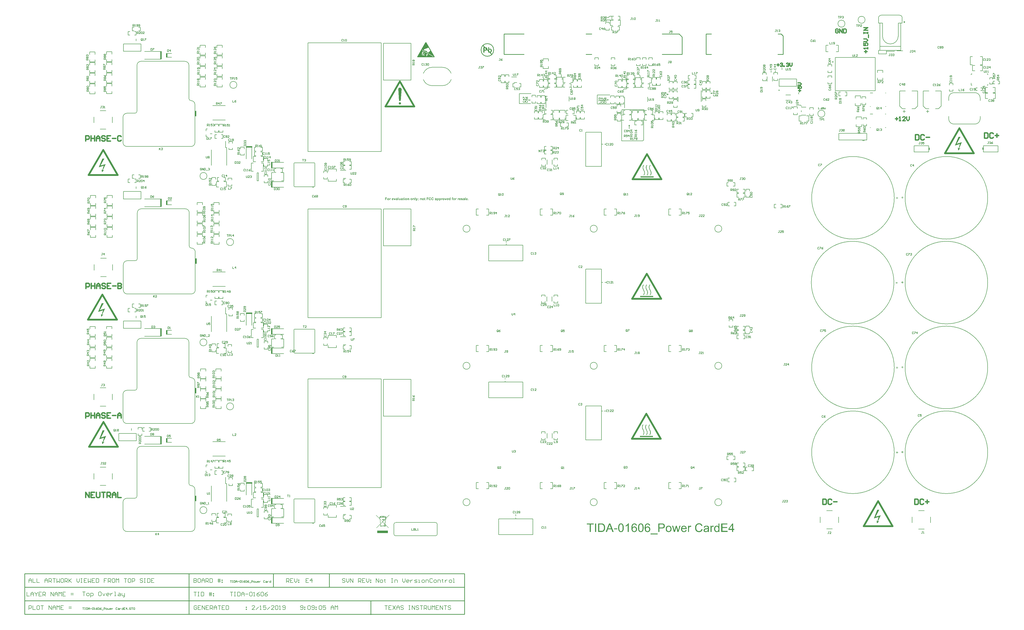
<source format=gto>
G04*
G04 #@! TF.GenerationSoftware,Altium Limited,Altium Designer,18.1.9 (240)*
G04*
G04 Layer_Color=65535*
%FSAX25Y25*%
%MOIN*%
G70*
G01*
G75*
%ADD10C,0.00787*%
%ADD11C,0.00700*%
%ADD12C,0.00984*%
%ADD13C,0.00394*%
%ADD14C,0.01181*%
%ADD15C,0.00500*%
%ADD16C,0.00010*%
%ADD17C,0.01200*%
%ADD18C,0.02500*%
%ADD19C,0.01800*%
%ADD20C,0.01000*%
%ADD21C,0.00748*%
%ADD22C,0.00541*%
%ADD23C,0.00669*%
%ADD24C,0.00600*%
%ADD25C,0.00300*%
%ADD26C,0.02000*%
%ADD27C,0.00800*%
%ADD28C,0.01500*%
%ADD29R,0.02461X0.01201*%
%ADD30R,0.03543X0.01004*%
%ADD31R,0.03248X0.00787*%
%ADD32R,0.00787X0.03248*%
%ADD33R,0.09200X0.02000*%
%ADD34R,0.02000X0.12400*%
%ADD35R,0.01181X0.03543*%
%ADD36R,0.01917X0.07874*%
%ADD37R,0.01900X0.05900*%
%ADD38R,0.02000X0.09200*%
G36*
X0604455Y0812100D02*
X0602055D01*
X0600755Y0829000D01*
X0605755D01*
X0604455Y0812100D01*
D02*
G37*
G36*
X1439355Y0746900D02*
X1447055Y0749200D01*
X1442855Y0739900D01*
X1444555Y0740200D01*
X1441555Y0736800D01*
X1440955Y0740900D01*
X1442155Y0740100D01*
X1443955Y0746800D01*
X1436655Y0744400D01*
X1441955Y0757500D01*
X1444955D01*
X1439355Y0746900D01*
D02*
G37*
G36*
X0153855Y0714200D02*
X0161555Y0716500D01*
X0157355Y0707200D01*
X0159055Y0707500D01*
X0156055Y0704100D01*
X0155455Y0708200D01*
X0156655Y0707400D01*
X0158455Y0714100D01*
X0151155Y0711700D01*
X0156455Y0724800D01*
X0159455D01*
X0153855Y0714200D01*
D02*
G37*
G36*
X0978955Y0715000D02*
X0979055D01*
Y0714900D01*
X0979255D01*
Y0714800D01*
X0979355D01*
Y0714700D01*
X0979555D01*
Y0714600D01*
X0979455D01*
Y0714500D01*
Y0714400D01*
X0979355D01*
Y0714300D01*
X0979255D01*
Y0714200D01*
Y0714100D01*
X0979155D01*
Y0714000D01*
X0979055D01*
Y0713900D01*
Y0713800D01*
X0978955D01*
Y0713700D01*
Y0713600D01*
X0978855D01*
Y0713500D01*
Y0713400D01*
X0978755D01*
Y0713300D01*
Y0713200D01*
Y0713100D01*
X0978655D01*
Y0713000D01*
Y0712900D01*
Y0712800D01*
X0978555D01*
Y0712700D01*
Y0712600D01*
Y0712500D01*
X0978455D01*
Y0712400D01*
Y0712300D01*
Y0712200D01*
Y0712100D01*
Y0712000D01*
X0978355D01*
Y0711900D01*
Y0711800D01*
Y0711700D01*
Y0711600D01*
Y0711500D01*
Y0711400D01*
Y0711300D01*
Y0711200D01*
Y0711100D01*
Y0711000D01*
Y0710900D01*
Y0710800D01*
Y0710700D01*
X0978455D01*
Y0710600D01*
Y0710500D01*
Y0710400D01*
Y0710300D01*
Y0710200D01*
Y0710100D01*
X0978555D01*
Y0710000D01*
Y0709900D01*
Y0709800D01*
Y0709700D01*
X0978655D01*
Y0709600D01*
Y0709500D01*
Y0709400D01*
X0978755D01*
Y0709300D01*
Y0709200D01*
X0978855D01*
Y0709100D01*
Y0709000D01*
Y0708900D01*
X0978955D01*
Y0708800D01*
Y0708700D01*
X0979055D01*
Y0708600D01*
Y0708500D01*
Y0708400D01*
X0979155D01*
Y0708300D01*
Y0708200D01*
X0979255D01*
Y0708100D01*
Y0708000D01*
X0979355D01*
Y0707900D01*
Y0707800D01*
X0979455D01*
Y0707700D01*
Y0707600D01*
X0979555D01*
Y0707500D01*
Y0707400D01*
X0979655D01*
Y0707300D01*
Y0707200D01*
Y0707100D01*
X0979755D01*
Y0707000D01*
Y0706900D01*
X0979855D01*
Y0706800D01*
Y0706700D01*
X0979955D01*
Y0706600D01*
Y0706500D01*
X0980055D01*
Y0706400D01*
Y0706300D01*
X0980155D01*
Y0706200D01*
Y0706100D01*
X0980255D01*
Y0706000D01*
Y0705900D01*
Y0705800D01*
X0980355D01*
Y0705700D01*
Y0705600D01*
X0980455D01*
Y0705500D01*
Y0705400D01*
Y0705300D01*
X0980555D01*
Y0705200D01*
Y0705100D01*
Y0705000D01*
X0980655D01*
Y0704900D01*
Y0704800D01*
Y0704700D01*
Y0704600D01*
X0980755D01*
Y0704500D01*
Y0704400D01*
Y0704300D01*
Y0704200D01*
X0980855D01*
Y0704100D01*
Y0704000D01*
Y0703900D01*
Y0703800D01*
Y0703700D01*
Y0703600D01*
Y0703500D01*
X0980955D01*
Y0703400D01*
Y0703300D01*
Y0703200D01*
Y0703100D01*
Y0703000D01*
Y0702900D01*
Y0702800D01*
Y0702700D01*
Y0702600D01*
X0980855D01*
Y0702500D01*
Y0702400D01*
Y0702300D01*
Y0702200D01*
Y0702100D01*
Y0702000D01*
Y0701900D01*
X0980755D01*
Y0701800D01*
Y0701700D01*
Y0701600D01*
Y0701500D01*
X0980655D01*
Y0701400D01*
Y0701300D01*
Y0701200D01*
X0980555D01*
Y0701100D01*
Y0701000D01*
Y0700900D01*
X0980455D01*
Y0700800D01*
Y0700700D01*
X0980355D01*
Y0700600D01*
Y0700500D01*
X0980255D01*
Y0700400D01*
Y0700300D01*
X0980155D01*
Y0700200D01*
Y0700100D01*
X0980055D01*
Y0700000D01*
Y0699900D01*
X0979955D01*
Y0699800D01*
X0979855D01*
Y0699700D01*
Y0699600D01*
X0979755D01*
Y0699500D01*
Y0699400D01*
X0979655D01*
Y0699300D01*
X0979555D01*
Y0699400D01*
X0979455D01*
Y0699500D01*
X0979255D01*
Y0699600D01*
X0979155D01*
Y0699700D01*
X0978955D01*
Y0699800D01*
Y0699900D01*
X0979055D01*
Y0700000D01*
X0979155D01*
Y0700100D01*
Y0700200D01*
X0979255D01*
Y0700300D01*
Y0700400D01*
X0979355D01*
Y0700500D01*
Y0700600D01*
X0979455D01*
Y0700700D01*
Y0700800D01*
X0979555D01*
Y0700900D01*
Y0701000D01*
X0979655D01*
Y0701100D01*
Y0701200D01*
X0979755D01*
Y0701300D01*
Y0701400D01*
Y0701500D01*
X0979855D01*
Y0701600D01*
Y0701700D01*
Y0701800D01*
X0979955D01*
Y0701900D01*
Y0702000D01*
Y0702100D01*
Y0702200D01*
X0980055D01*
Y0702300D01*
Y0702400D01*
Y0702500D01*
Y0702600D01*
Y0702700D01*
Y0702800D01*
Y0702900D01*
Y0703000D01*
Y0703100D01*
Y0703200D01*
Y0703300D01*
Y0703400D01*
Y0703500D01*
Y0703600D01*
Y0703700D01*
Y0703800D01*
Y0703900D01*
X0979955D01*
Y0704000D01*
Y0704100D01*
Y0704200D01*
Y0704300D01*
Y0704400D01*
X0979855D01*
Y0704500D01*
Y0704600D01*
Y0704700D01*
X0979755D01*
Y0704800D01*
Y0704900D01*
Y0705000D01*
X0979655D01*
Y0705100D01*
Y0705200D01*
Y0705300D01*
X0979555D01*
Y0705400D01*
Y0705500D01*
Y0705600D01*
X0979455D01*
Y0705700D01*
Y0705800D01*
X0979355D01*
Y0705900D01*
Y0706000D01*
X0979255D01*
Y0706100D01*
Y0706200D01*
Y0706300D01*
X0979155D01*
Y0706400D01*
Y0706500D01*
X0979055D01*
Y0706600D01*
Y0706700D01*
X0978955D01*
Y0706800D01*
Y0706900D01*
X0978855D01*
Y0707000D01*
Y0707100D01*
X0978755D01*
Y0707200D01*
Y0707300D01*
X0978655D01*
Y0707400D01*
Y0707500D01*
X0978555D01*
Y0707600D01*
Y0707700D01*
X0978455D01*
Y0707800D01*
Y0707900D01*
X0978355D01*
Y0708000D01*
Y0708100D01*
Y0708200D01*
X0978255D01*
Y0708300D01*
Y0708400D01*
X0978155D01*
Y0708500D01*
Y0708600D01*
X0978055D01*
Y0708700D01*
Y0708800D01*
Y0708900D01*
X0977955D01*
Y0709000D01*
Y0709100D01*
Y0709200D01*
X0977855D01*
Y0709300D01*
Y0709400D01*
Y0709500D01*
X0977755D01*
Y0709600D01*
Y0709700D01*
Y0709800D01*
Y0709900D01*
X0977655D01*
Y0710000D01*
Y0710100D01*
Y0710200D01*
Y0710300D01*
X0977555D01*
Y0710400D01*
Y0710500D01*
Y0710600D01*
Y0710700D01*
Y0710800D01*
Y0710900D01*
Y0711000D01*
Y0711100D01*
Y0711200D01*
Y0711300D01*
Y0711400D01*
Y0711500D01*
Y0711600D01*
Y0711700D01*
Y0711800D01*
Y0711900D01*
Y0712000D01*
Y0712100D01*
Y0712200D01*
Y0712300D01*
X0977655D01*
Y0712400D01*
Y0712500D01*
Y0712600D01*
Y0712700D01*
Y0712800D01*
X0977755D01*
Y0712900D01*
Y0713000D01*
Y0713100D01*
X0977855D01*
Y0713200D01*
Y0713300D01*
Y0713400D01*
X0977955D01*
Y0713500D01*
Y0713600D01*
X0978055D01*
Y0713700D01*
Y0713800D01*
X0978155D01*
Y0713900D01*
Y0714000D01*
X0978255D01*
Y0714100D01*
Y0714200D01*
X0978355D01*
Y0714300D01*
Y0714400D01*
X0978455D01*
Y0714500D01*
Y0714600D01*
X0978555D01*
Y0714700D01*
X0978655D01*
Y0714800D01*
Y0714900D01*
X0978755D01*
Y0715000D01*
X0978855D01*
Y0715100D01*
X0978955D01*
Y0715000D01*
D02*
G37*
G36*
X0974055D02*
X0974155D01*
Y0714900D01*
X0974355D01*
Y0714800D01*
X0974455D01*
Y0714700D01*
X0974655D01*
Y0714600D01*
X0974555D01*
Y0714500D01*
Y0714400D01*
X0974455D01*
Y0714300D01*
X0974355D01*
Y0714200D01*
Y0714100D01*
X0974255D01*
Y0714000D01*
X0974155D01*
Y0713900D01*
Y0713800D01*
X0974055D01*
Y0713700D01*
Y0713600D01*
X0973955D01*
Y0713500D01*
Y0713400D01*
X0973855D01*
Y0713300D01*
Y0713200D01*
Y0713100D01*
X0973755D01*
Y0713000D01*
Y0712900D01*
X0973655D01*
Y0712800D01*
Y0712700D01*
Y0712600D01*
Y0712500D01*
X0973555D01*
Y0712400D01*
Y0712300D01*
Y0712200D01*
Y0712100D01*
Y0712000D01*
X0973455D01*
Y0711900D01*
Y0711800D01*
Y0711700D01*
Y0711600D01*
Y0711500D01*
Y0711400D01*
Y0711300D01*
Y0711200D01*
Y0711100D01*
Y0711000D01*
Y0710900D01*
Y0710800D01*
Y0710700D01*
Y0710600D01*
X0973555D01*
Y0710500D01*
Y0710400D01*
Y0710300D01*
Y0710200D01*
Y0710100D01*
X0973655D01*
Y0710000D01*
Y0709900D01*
Y0709800D01*
Y0709700D01*
X0973755D01*
Y0709600D01*
Y0709500D01*
Y0709400D01*
X0973855D01*
Y0709300D01*
Y0709200D01*
Y0709100D01*
X0973955D01*
Y0709000D01*
Y0708900D01*
X0974055D01*
Y0708800D01*
Y0708700D01*
Y0708600D01*
X0974155D01*
Y0708500D01*
Y0708400D01*
X0974255D01*
Y0708300D01*
Y0708200D01*
X0974355D01*
Y0708100D01*
Y0708000D01*
X0974455D01*
Y0707900D01*
Y0707800D01*
X0974555D01*
Y0707700D01*
Y0707600D01*
X0974655D01*
Y0707500D01*
Y0707400D01*
X0974755D01*
Y0707300D01*
Y0707200D01*
Y0707100D01*
X0974855D01*
Y0707000D01*
Y0706900D01*
X0974955D01*
Y0706800D01*
Y0706700D01*
X0975055D01*
Y0706600D01*
Y0706500D01*
X0975155D01*
Y0706400D01*
Y0706300D01*
X0975255D01*
Y0706200D01*
Y0706100D01*
X0975355D01*
Y0706000D01*
Y0705900D01*
Y0705800D01*
X0975455D01*
Y0705700D01*
Y0705600D01*
X0975555D01*
Y0705500D01*
Y0705400D01*
Y0705300D01*
X0975655D01*
Y0705200D01*
Y0705100D01*
Y0705000D01*
X0975755D01*
Y0704900D01*
Y0704800D01*
Y0704700D01*
Y0704600D01*
X0975855D01*
Y0704500D01*
Y0704400D01*
Y0704300D01*
Y0704200D01*
X0975955D01*
Y0704100D01*
Y0704000D01*
Y0703900D01*
Y0703800D01*
Y0703700D01*
Y0703600D01*
Y0703500D01*
Y0703400D01*
X0976055D01*
Y0703300D01*
Y0703200D01*
Y0703100D01*
Y0703000D01*
Y0702900D01*
Y0702800D01*
Y0702700D01*
X0975955D01*
Y0702600D01*
Y0702500D01*
Y0702400D01*
Y0702300D01*
Y0702200D01*
Y0702100D01*
Y0702000D01*
X0975855D01*
Y0701900D01*
Y0701800D01*
Y0701700D01*
Y0701600D01*
Y0701500D01*
X0975755D01*
Y0701400D01*
Y0701300D01*
Y0701200D01*
X0975655D01*
Y0701100D01*
Y0701000D01*
X0975555D01*
Y0700900D01*
Y0700800D01*
Y0700700D01*
X0975455D01*
Y0700600D01*
Y0700500D01*
X0975355D01*
Y0700400D01*
Y0700300D01*
X0975255D01*
Y0700200D01*
Y0700100D01*
X0975155D01*
Y0700000D01*
Y0699900D01*
X0975055D01*
Y0699800D01*
X0974955D01*
Y0699700D01*
Y0699600D01*
X0974855D01*
Y0699500D01*
X0974755D01*
Y0699400D01*
Y0699300D01*
X0974655D01*
Y0699400D01*
X0974555D01*
Y0699500D01*
X0974355D01*
Y0699600D01*
X0974255D01*
Y0699700D01*
X0974055D01*
Y0699800D01*
Y0699900D01*
X0974155D01*
Y0700000D01*
Y0700100D01*
X0974255D01*
Y0700200D01*
X0974355D01*
Y0700300D01*
Y0700400D01*
X0974455D01*
Y0700500D01*
Y0700600D01*
X0974555D01*
Y0700700D01*
Y0700800D01*
X0974655D01*
Y0700900D01*
Y0701000D01*
X0974755D01*
Y0701100D01*
Y0701200D01*
X0974855D01*
Y0701300D01*
Y0701400D01*
Y0701500D01*
X0974955D01*
Y0701600D01*
Y0701700D01*
Y0701800D01*
X0975055D01*
Y0701900D01*
Y0702000D01*
Y0702100D01*
Y0702200D01*
Y0702300D01*
X0975155D01*
Y0702400D01*
Y0702500D01*
Y0702600D01*
Y0702700D01*
Y0702800D01*
Y0702900D01*
Y0703000D01*
Y0703100D01*
Y0703200D01*
Y0703300D01*
Y0703400D01*
Y0703500D01*
Y0703600D01*
Y0703700D01*
Y0703800D01*
Y0703900D01*
X0975055D01*
Y0704000D01*
Y0704100D01*
Y0704200D01*
Y0704300D01*
Y0704400D01*
X0974955D01*
Y0704500D01*
Y0704600D01*
Y0704700D01*
X0974855D01*
Y0704800D01*
Y0704900D01*
Y0705000D01*
X0974755D01*
Y0705100D01*
Y0705200D01*
Y0705300D01*
X0974655D01*
Y0705400D01*
Y0705500D01*
Y0705600D01*
X0974555D01*
Y0705700D01*
Y0705800D01*
X0974455D01*
Y0705900D01*
Y0706000D01*
X0974355D01*
Y0706100D01*
Y0706200D01*
Y0706300D01*
X0974255D01*
Y0706400D01*
Y0706500D01*
X0974155D01*
Y0706600D01*
Y0706700D01*
X0974055D01*
Y0706800D01*
Y0706900D01*
X0973955D01*
Y0707000D01*
Y0707100D01*
X0973855D01*
Y0707200D01*
Y0707300D01*
X0973755D01*
Y0707400D01*
Y0707500D01*
X0973655D01*
Y0707600D01*
Y0707700D01*
X0973555D01*
Y0707800D01*
Y0707900D01*
X0973455D01*
Y0708000D01*
Y0708100D01*
Y0708200D01*
X0973355D01*
Y0708300D01*
Y0708400D01*
X0973255D01*
Y0708500D01*
Y0708600D01*
X0973155D01*
Y0708700D01*
Y0708800D01*
Y0708900D01*
X0973055D01*
Y0709000D01*
Y0709100D01*
Y0709200D01*
X0972955D01*
Y0709300D01*
Y0709400D01*
Y0709500D01*
X0972855D01*
Y0709600D01*
Y0709700D01*
Y0709800D01*
X0972755D01*
Y0709900D01*
Y0710000D01*
Y0710100D01*
Y0710200D01*
Y0710300D01*
X0972655D01*
Y0710400D01*
Y0710500D01*
Y0710600D01*
Y0710700D01*
Y0710800D01*
Y0710900D01*
Y0711000D01*
Y0711100D01*
Y0711200D01*
Y0711300D01*
Y0711400D01*
Y0711500D01*
Y0711600D01*
Y0711700D01*
Y0711800D01*
Y0711900D01*
Y0712000D01*
Y0712100D01*
Y0712200D01*
Y0712300D01*
X0972755D01*
Y0712400D01*
Y0712500D01*
Y0712600D01*
Y0712700D01*
Y0712800D01*
X0972855D01*
Y0712900D01*
Y0713000D01*
Y0713100D01*
X0972955D01*
Y0713200D01*
Y0713300D01*
Y0713400D01*
X0973055D01*
Y0713500D01*
Y0713600D01*
X0973155D01*
Y0713700D01*
Y0713800D01*
X0973255D01*
Y0713900D01*
Y0714000D01*
X0973355D01*
Y0714100D01*
Y0714200D01*
X0973455D01*
Y0714300D01*
Y0714400D01*
X0973555D01*
Y0714500D01*
Y0714600D01*
X0973655D01*
Y0714700D01*
X0973755D01*
Y0714800D01*
Y0714900D01*
X0973855D01*
Y0715000D01*
X0973955D01*
Y0715100D01*
X0974055D01*
Y0715000D01*
D02*
G37*
G36*
X0969155D02*
X0969255D01*
Y0714900D01*
X0969455D01*
Y0714800D01*
X0969555D01*
Y0714700D01*
X0969655D01*
Y0714600D01*
Y0714500D01*
Y0714400D01*
X0969555D01*
Y0714300D01*
X0969455D01*
Y0714200D01*
Y0714100D01*
X0969355D01*
Y0714000D01*
X0969255D01*
Y0713900D01*
Y0713800D01*
X0969155D01*
Y0713700D01*
Y0713600D01*
X0969055D01*
Y0713500D01*
Y0713400D01*
X0968955D01*
Y0713300D01*
Y0713200D01*
Y0713100D01*
X0968855D01*
Y0713000D01*
Y0712900D01*
X0968755D01*
Y0712800D01*
Y0712700D01*
Y0712600D01*
Y0712500D01*
X0968655D01*
Y0712400D01*
Y0712300D01*
Y0712200D01*
Y0712100D01*
Y0712000D01*
X0968555D01*
Y0711900D01*
Y0711800D01*
Y0711700D01*
Y0711600D01*
Y0711500D01*
Y0711400D01*
Y0711300D01*
Y0711200D01*
Y0711100D01*
Y0711000D01*
Y0710900D01*
Y0710800D01*
Y0710700D01*
Y0710600D01*
X0968655D01*
Y0710500D01*
Y0710400D01*
Y0710300D01*
Y0710200D01*
Y0710100D01*
X0968755D01*
Y0710000D01*
Y0709900D01*
Y0709800D01*
Y0709700D01*
X0968855D01*
Y0709600D01*
Y0709500D01*
Y0709400D01*
X0968955D01*
Y0709300D01*
Y0709200D01*
Y0709100D01*
X0969055D01*
Y0709000D01*
Y0708900D01*
X0969155D01*
Y0708800D01*
Y0708700D01*
Y0708600D01*
X0969255D01*
Y0708500D01*
Y0708400D01*
X0969355D01*
Y0708300D01*
Y0708200D01*
X0969455D01*
Y0708100D01*
Y0708000D01*
X0969555D01*
Y0707900D01*
Y0707800D01*
X0969655D01*
Y0707700D01*
Y0707600D01*
X0969755D01*
Y0707500D01*
Y0707400D01*
Y0707300D01*
X0969855D01*
Y0707200D01*
Y0707100D01*
X0969955D01*
Y0707000D01*
Y0706900D01*
X0970055D01*
Y0706800D01*
Y0706700D01*
X0970155D01*
Y0706600D01*
Y0706500D01*
X0970255D01*
Y0706400D01*
Y0706300D01*
X0970355D01*
Y0706200D01*
Y0706100D01*
X0970455D01*
Y0706000D01*
Y0705900D01*
Y0705800D01*
X0970555D01*
Y0705700D01*
Y0705600D01*
X0970655D01*
Y0705500D01*
Y0705400D01*
Y0705300D01*
X0970755D01*
Y0705200D01*
Y0705100D01*
Y0705000D01*
X0970855D01*
Y0704900D01*
Y0704800D01*
Y0704700D01*
Y0704600D01*
X0970955D01*
Y0704500D01*
Y0704400D01*
Y0704300D01*
Y0704200D01*
X0971055D01*
Y0704100D01*
Y0704000D01*
Y0703900D01*
Y0703800D01*
Y0703700D01*
Y0703600D01*
Y0703500D01*
Y0703400D01*
X0971155D01*
Y0703300D01*
Y0703200D01*
Y0703100D01*
Y0703000D01*
Y0702900D01*
Y0702800D01*
Y0702700D01*
X0971055D01*
Y0702600D01*
Y0702500D01*
Y0702400D01*
Y0702300D01*
Y0702200D01*
Y0702100D01*
Y0702000D01*
X0970955D01*
Y0701900D01*
Y0701800D01*
Y0701700D01*
Y0701600D01*
X0970855D01*
Y0701500D01*
Y0701400D01*
Y0701300D01*
Y0701200D01*
X0970755D01*
Y0701100D01*
Y0701000D01*
X0970655D01*
Y0700900D01*
Y0700800D01*
Y0700700D01*
X0970555D01*
Y0700600D01*
Y0700500D01*
X0970455D01*
Y0700400D01*
Y0700300D01*
X0970355D01*
Y0700200D01*
Y0700100D01*
X0970255D01*
Y0700000D01*
Y0699900D01*
X0970155D01*
Y0699800D01*
X0970055D01*
Y0699700D01*
Y0699600D01*
X0969955D01*
Y0699500D01*
X0969855D01*
Y0699400D01*
Y0699300D01*
X0969755D01*
Y0699400D01*
X0969655D01*
Y0699500D01*
X0969455D01*
Y0699600D01*
X0969355D01*
Y0699700D01*
X0969155D01*
Y0699800D01*
Y0699900D01*
X0969255D01*
Y0700000D01*
Y0700100D01*
X0969355D01*
Y0700200D01*
X0969455D01*
Y0700300D01*
Y0700400D01*
X0969555D01*
Y0700500D01*
Y0700600D01*
X0969655D01*
Y0700700D01*
Y0700800D01*
X0969755D01*
Y0700900D01*
Y0701000D01*
X0969855D01*
Y0701100D01*
Y0701200D01*
X0969955D01*
Y0701300D01*
Y0701400D01*
Y0701500D01*
X0970055D01*
Y0701600D01*
Y0701700D01*
Y0701800D01*
X0970155D01*
Y0701900D01*
Y0702000D01*
Y0702100D01*
Y0702200D01*
Y0702300D01*
X0970255D01*
Y0702400D01*
Y0702500D01*
Y0702600D01*
Y0702700D01*
Y0702800D01*
Y0702900D01*
Y0703000D01*
Y0703100D01*
Y0703200D01*
Y0703300D01*
Y0703400D01*
Y0703500D01*
Y0703600D01*
Y0703700D01*
Y0703800D01*
Y0703900D01*
X0970155D01*
Y0704000D01*
Y0704100D01*
Y0704200D01*
Y0704300D01*
Y0704400D01*
X0970055D01*
Y0704500D01*
Y0704600D01*
Y0704700D01*
X0969955D01*
Y0704800D01*
Y0704900D01*
Y0705000D01*
X0969855D01*
Y0705100D01*
Y0705200D01*
Y0705300D01*
X0969755D01*
Y0705400D01*
Y0705500D01*
Y0705600D01*
X0969655D01*
Y0705700D01*
Y0705800D01*
X0969555D01*
Y0705900D01*
Y0706000D01*
X0969455D01*
Y0706100D01*
Y0706200D01*
X0969355D01*
Y0706300D01*
Y0706400D01*
Y0706500D01*
X0969255D01*
Y0706600D01*
Y0706700D01*
X0969155D01*
Y0706800D01*
Y0706900D01*
X0969055D01*
Y0707000D01*
Y0707100D01*
X0968955D01*
Y0707200D01*
Y0707300D01*
X0968855D01*
Y0707400D01*
Y0707500D01*
X0968755D01*
Y0707600D01*
Y0707700D01*
X0968655D01*
Y0707800D01*
Y0707900D01*
X0968555D01*
Y0708000D01*
Y0708100D01*
Y0708200D01*
X0968455D01*
Y0708300D01*
Y0708400D01*
X0968355D01*
Y0708500D01*
Y0708600D01*
X0968255D01*
Y0708700D01*
Y0708800D01*
Y0708900D01*
X0968155D01*
Y0709000D01*
Y0709100D01*
Y0709200D01*
X0968055D01*
Y0709300D01*
Y0709400D01*
Y0709500D01*
X0967955D01*
Y0709600D01*
Y0709700D01*
Y0709800D01*
X0967855D01*
Y0709900D01*
Y0710000D01*
Y0710100D01*
Y0710200D01*
Y0710300D01*
X0967755D01*
Y0710400D01*
Y0710500D01*
Y0710600D01*
Y0710700D01*
Y0710800D01*
Y0710900D01*
Y0711000D01*
Y0711100D01*
Y0711200D01*
Y0711300D01*
Y0711400D01*
Y0711500D01*
Y0711600D01*
Y0711700D01*
Y0711800D01*
Y0711900D01*
Y0712000D01*
Y0712100D01*
Y0712200D01*
Y0712300D01*
X0967855D01*
Y0712400D01*
Y0712500D01*
Y0712600D01*
Y0712700D01*
Y0712800D01*
X0967955D01*
Y0712900D01*
Y0713000D01*
Y0713100D01*
X0968055D01*
Y0713200D01*
Y0713300D01*
Y0713400D01*
X0968155D01*
Y0713500D01*
Y0713600D01*
X0968255D01*
Y0713700D01*
Y0713800D01*
X0968355D01*
Y0713900D01*
Y0714000D01*
X0968455D01*
Y0714100D01*
Y0714200D01*
X0968555D01*
Y0714300D01*
Y0714400D01*
X0968655D01*
Y0714500D01*
Y0714600D01*
X0968755D01*
Y0714700D01*
X0968855D01*
Y0714800D01*
Y0714900D01*
X0968955D01*
Y0715000D01*
X0969055D01*
Y0715100D01*
X0969155D01*
Y0715000D01*
D02*
G37*
G36*
X0984155Y0696500D02*
X0964455D01*
Y0697900D01*
X0984155D01*
Y0696500D01*
D02*
G37*
G36*
X0978455Y0535355D02*
X0978555D01*
Y0535255D01*
X0978755D01*
Y0535155D01*
X0978855D01*
Y0535055D01*
X0979055D01*
Y0534955D01*
X0978955D01*
Y0534855D01*
Y0534755D01*
X0978855D01*
Y0534655D01*
X0978755D01*
Y0534555D01*
Y0534455D01*
X0978655D01*
Y0534355D01*
X0978555D01*
Y0534255D01*
Y0534155D01*
X0978455D01*
Y0534055D01*
Y0533955D01*
X0978355D01*
Y0533855D01*
Y0533755D01*
X0978255D01*
Y0533655D01*
Y0533555D01*
Y0533455D01*
X0978155D01*
Y0533355D01*
Y0533255D01*
Y0533155D01*
X0978055D01*
Y0533055D01*
Y0532955D01*
Y0532855D01*
X0977955D01*
Y0532755D01*
Y0532655D01*
Y0532555D01*
Y0532455D01*
Y0532355D01*
X0977855D01*
Y0532255D01*
Y0532155D01*
Y0532055D01*
Y0531955D01*
Y0531855D01*
Y0531755D01*
Y0531655D01*
Y0531555D01*
Y0531455D01*
Y0531355D01*
Y0531255D01*
Y0531155D01*
Y0531055D01*
X0977955D01*
Y0530955D01*
Y0530855D01*
Y0530755D01*
Y0530655D01*
Y0530555D01*
Y0530455D01*
X0978055D01*
Y0530355D01*
Y0530255D01*
Y0530155D01*
Y0530055D01*
X0978155D01*
Y0529955D01*
Y0529855D01*
Y0529755D01*
X0978255D01*
Y0529655D01*
Y0529555D01*
X0978355D01*
Y0529455D01*
Y0529355D01*
Y0529255D01*
X0978455D01*
Y0529155D01*
Y0529055D01*
X0978555D01*
Y0528955D01*
Y0528855D01*
Y0528755D01*
X0978655D01*
Y0528655D01*
Y0528555D01*
X0978755D01*
Y0528455D01*
Y0528355D01*
X0978855D01*
Y0528255D01*
Y0528155D01*
X0978955D01*
Y0528055D01*
Y0527955D01*
X0979055D01*
Y0527855D01*
Y0527755D01*
X0979155D01*
Y0527655D01*
Y0527555D01*
Y0527455D01*
X0979255D01*
Y0527355D01*
Y0527255D01*
X0979355D01*
Y0527155D01*
Y0527055D01*
X0979455D01*
Y0526955D01*
Y0526855D01*
X0979555D01*
Y0526755D01*
Y0526655D01*
X0979655D01*
Y0526555D01*
Y0526455D01*
X0979755D01*
Y0526355D01*
Y0526255D01*
Y0526155D01*
X0979855D01*
Y0526055D01*
Y0525955D01*
X0979955D01*
Y0525855D01*
Y0525755D01*
Y0525655D01*
X0980055D01*
Y0525555D01*
Y0525455D01*
Y0525355D01*
X0980155D01*
Y0525255D01*
Y0525155D01*
Y0525055D01*
Y0524955D01*
X0980255D01*
Y0524855D01*
Y0524755D01*
Y0524655D01*
Y0524555D01*
X0980355D01*
Y0524455D01*
Y0524355D01*
Y0524255D01*
Y0524155D01*
Y0524055D01*
Y0523955D01*
Y0523855D01*
X0980455D01*
Y0523755D01*
Y0523655D01*
Y0523555D01*
Y0523455D01*
Y0523355D01*
Y0523255D01*
Y0523155D01*
Y0523055D01*
Y0522955D01*
X0980355D01*
Y0522855D01*
Y0522755D01*
Y0522655D01*
Y0522555D01*
Y0522455D01*
Y0522355D01*
Y0522255D01*
X0980255D01*
Y0522155D01*
Y0522055D01*
Y0521955D01*
Y0521855D01*
X0980155D01*
Y0521755D01*
Y0521655D01*
Y0521555D01*
X0980055D01*
Y0521455D01*
Y0521355D01*
Y0521255D01*
X0979955D01*
Y0521155D01*
Y0521055D01*
X0979855D01*
Y0520955D01*
Y0520855D01*
X0979755D01*
Y0520755D01*
Y0520655D01*
X0979655D01*
Y0520555D01*
Y0520455D01*
X0979555D01*
Y0520355D01*
Y0520255D01*
X0979455D01*
Y0520155D01*
X0979355D01*
Y0520055D01*
Y0519955D01*
X0979255D01*
Y0519855D01*
Y0519755D01*
X0979155D01*
Y0519655D01*
X0979055D01*
Y0519755D01*
X0978955D01*
Y0519855D01*
X0978755D01*
Y0519955D01*
X0978655D01*
Y0520055D01*
X0978455D01*
Y0520155D01*
Y0520255D01*
X0978555D01*
Y0520355D01*
X0978655D01*
Y0520455D01*
Y0520555D01*
X0978755D01*
Y0520655D01*
Y0520755D01*
X0978855D01*
Y0520855D01*
Y0520955D01*
X0978955D01*
Y0521055D01*
Y0521155D01*
X0979055D01*
Y0521255D01*
Y0521355D01*
X0979155D01*
Y0521455D01*
Y0521555D01*
X0979255D01*
Y0521655D01*
Y0521755D01*
Y0521855D01*
X0979355D01*
Y0521955D01*
Y0522055D01*
Y0522155D01*
X0979455D01*
Y0522255D01*
Y0522355D01*
Y0522455D01*
Y0522555D01*
X0979555D01*
Y0522655D01*
Y0522755D01*
Y0522855D01*
Y0522955D01*
Y0523055D01*
Y0523155D01*
Y0523255D01*
Y0523355D01*
Y0523455D01*
Y0523555D01*
Y0523655D01*
Y0523755D01*
Y0523855D01*
Y0523955D01*
Y0524055D01*
Y0524155D01*
Y0524255D01*
X0979455D01*
Y0524355D01*
Y0524455D01*
Y0524555D01*
Y0524655D01*
Y0524755D01*
X0979355D01*
Y0524855D01*
Y0524955D01*
Y0525055D01*
X0979255D01*
Y0525155D01*
Y0525255D01*
Y0525355D01*
X0979155D01*
Y0525455D01*
Y0525555D01*
Y0525655D01*
X0979055D01*
Y0525755D01*
Y0525855D01*
Y0525955D01*
X0978955D01*
Y0526055D01*
Y0526155D01*
X0978855D01*
Y0526255D01*
Y0526355D01*
X0978755D01*
Y0526455D01*
Y0526555D01*
Y0526655D01*
X0978655D01*
Y0526755D01*
Y0526855D01*
X0978555D01*
Y0526955D01*
Y0527055D01*
X0978455D01*
Y0527155D01*
Y0527255D01*
X0978355D01*
Y0527355D01*
Y0527455D01*
X0978255D01*
Y0527555D01*
Y0527655D01*
X0978155D01*
Y0527755D01*
Y0527855D01*
X0978055D01*
Y0527955D01*
Y0528055D01*
X0977955D01*
Y0528155D01*
Y0528255D01*
X0977855D01*
Y0528355D01*
Y0528455D01*
Y0528555D01*
X0977755D01*
Y0528655D01*
Y0528755D01*
X0977655D01*
Y0528855D01*
Y0528955D01*
X0977555D01*
Y0529055D01*
Y0529155D01*
Y0529255D01*
X0977455D01*
Y0529355D01*
Y0529455D01*
Y0529555D01*
X0977355D01*
Y0529655D01*
Y0529755D01*
Y0529855D01*
X0977255D01*
Y0529955D01*
Y0530055D01*
Y0530155D01*
Y0530255D01*
X0977155D01*
Y0530355D01*
Y0530455D01*
Y0530555D01*
Y0530655D01*
X0977055D01*
Y0530755D01*
Y0530855D01*
Y0530955D01*
Y0531055D01*
Y0531155D01*
Y0531255D01*
Y0531355D01*
Y0531455D01*
Y0531555D01*
Y0531655D01*
Y0531755D01*
Y0531855D01*
Y0531955D01*
Y0532055D01*
Y0532155D01*
Y0532255D01*
Y0532355D01*
Y0532455D01*
Y0532555D01*
Y0532655D01*
X0977155D01*
Y0532755D01*
Y0532855D01*
Y0532955D01*
Y0533055D01*
Y0533155D01*
X0977255D01*
Y0533255D01*
Y0533355D01*
Y0533455D01*
X0977355D01*
Y0533555D01*
Y0533655D01*
Y0533755D01*
X0977455D01*
Y0533855D01*
Y0533955D01*
X0977555D01*
Y0534055D01*
Y0534155D01*
X0977655D01*
Y0534255D01*
Y0534355D01*
X0977755D01*
Y0534455D01*
Y0534555D01*
X0977855D01*
Y0534655D01*
Y0534755D01*
X0977955D01*
Y0534855D01*
Y0534955D01*
X0978055D01*
Y0535055D01*
X0978155D01*
Y0535155D01*
Y0535255D01*
X0978255D01*
Y0535355D01*
X0978355D01*
Y0535455D01*
X0978455D01*
Y0535355D01*
D02*
G37*
G36*
X0973555D02*
X0973655D01*
Y0535255D01*
X0973855D01*
Y0535155D01*
X0973955D01*
Y0535055D01*
X0974155D01*
Y0534955D01*
X0974055D01*
Y0534855D01*
Y0534755D01*
X0973955D01*
Y0534655D01*
X0973855D01*
Y0534555D01*
Y0534455D01*
X0973755D01*
Y0534355D01*
X0973655D01*
Y0534255D01*
Y0534155D01*
X0973555D01*
Y0534055D01*
Y0533955D01*
X0973455D01*
Y0533855D01*
Y0533755D01*
X0973355D01*
Y0533655D01*
Y0533555D01*
Y0533455D01*
X0973255D01*
Y0533355D01*
Y0533255D01*
X0973155D01*
Y0533155D01*
Y0533055D01*
Y0532955D01*
Y0532855D01*
X0973055D01*
Y0532755D01*
Y0532655D01*
Y0532555D01*
Y0532455D01*
Y0532355D01*
X0972955D01*
Y0532255D01*
Y0532155D01*
Y0532055D01*
Y0531955D01*
Y0531855D01*
Y0531755D01*
Y0531655D01*
Y0531555D01*
Y0531455D01*
Y0531355D01*
Y0531255D01*
Y0531155D01*
Y0531055D01*
Y0530955D01*
X0973055D01*
Y0530855D01*
Y0530755D01*
Y0530655D01*
Y0530555D01*
Y0530455D01*
X0973155D01*
Y0530355D01*
Y0530255D01*
Y0530155D01*
Y0530055D01*
X0973255D01*
Y0529955D01*
Y0529855D01*
Y0529755D01*
X0973355D01*
Y0529655D01*
Y0529555D01*
Y0529455D01*
X0973455D01*
Y0529355D01*
Y0529255D01*
X0973555D01*
Y0529155D01*
Y0529055D01*
Y0528955D01*
X0973655D01*
Y0528855D01*
Y0528755D01*
X0973755D01*
Y0528655D01*
Y0528555D01*
X0973855D01*
Y0528455D01*
Y0528355D01*
X0973955D01*
Y0528255D01*
Y0528155D01*
X0974055D01*
Y0528055D01*
Y0527955D01*
X0974155D01*
Y0527855D01*
Y0527755D01*
X0974255D01*
Y0527655D01*
Y0527555D01*
Y0527455D01*
X0974355D01*
Y0527355D01*
Y0527255D01*
X0974455D01*
Y0527155D01*
Y0527055D01*
X0974555D01*
Y0526955D01*
Y0526855D01*
X0974655D01*
Y0526755D01*
Y0526655D01*
X0974755D01*
Y0526555D01*
Y0526455D01*
X0974855D01*
Y0526355D01*
Y0526255D01*
Y0526155D01*
X0974955D01*
Y0526055D01*
Y0525955D01*
X0975055D01*
Y0525855D01*
Y0525755D01*
Y0525655D01*
X0975155D01*
Y0525555D01*
Y0525455D01*
Y0525355D01*
X0975255D01*
Y0525255D01*
Y0525155D01*
Y0525055D01*
Y0524955D01*
X0975355D01*
Y0524855D01*
Y0524755D01*
Y0524655D01*
Y0524555D01*
X0975455D01*
Y0524455D01*
Y0524355D01*
Y0524255D01*
Y0524155D01*
Y0524055D01*
Y0523955D01*
Y0523855D01*
Y0523755D01*
X0975555D01*
Y0523655D01*
Y0523555D01*
Y0523455D01*
Y0523355D01*
Y0523255D01*
Y0523155D01*
Y0523055D01*
X0975455D01*
Y0522955D01*
Y0522855D01*
Y0522755D01*
Y0522655D01*
Y0522555D01*
Y0522455D01*
Y0522355D01*
X0975355D01*
Y0522255D01*
Y0522155D01*
Y0522055D01*
Y0521955D01*
Y0521855D01*
X0975255D01*
Y0521755D01*
Y0521655D01*
Y0521555D01*
X0975155D01*
Y0521455D01*
Y0521355D01*
X0975055D01*
Y0521255D01*
Y0521155D01*
Y0521055D01*
X0974955D01*
Y0520955D01*
Y0520855D01*
X0974855D01*
Y0520755D01*
Y0520655D01*
X0974755D01*
Y0520555D01*
Y0520455D01*
X0974655D01*
Y0520355D01*
Y0520255D01*
X0974555D01*
Y0520155D01*
X0974455D01*
Y0520055D01*
Y0519955D01*
X0974355D01*
Y0519855D01*
X0974255D01*
Y0519755D01*
Y0519655D01*
X0974155D01*
Y0519755D01*
X0974055D01*
Y0519855D01*
X0973855D01*
Y0519955D01*
X0973755D01*
Y0520055D01*
X0973555D01*
Y0520155D01*
Y0520255D01*
X0973655D01*
Y0520355D01*
Y0520455D01*
X0973755D01*
Y0520555D01*
X0973855D01*
Y0520655D01*
Y0520755D01*
X0973955D01*
Y0520855D01*
Y0520955D01*
X0974055D01*
Y0521055D01*
Y0521155D01*
X0974155D01*
Y0521255D01*
Y0521355D01*
X0974255D01*
Y0521455D01*
Y0521555D01*
X0974355D01*
Y0521655D01*
Y0521755D01*
Y0521855D01*
X0974455D01*
Y0521955D01*
Y0522055D01*
Y0522155D01*
X0974555D01*
Y0522255D01*
Y0522355D01*
Y0522455D01*
Y0522555D01*
Y0522655D01*
X0974655D01*
Y0522755D01*
Y0522855D01*
Y0522955D01*
Y0523055D01*
Y0523155D01*
Y0523255D01*
Y0523355D01*
Y0523455D01*
Y0523555D01*
Y0523655D01*
Y0523755D01*
Y0523855D01*
Y0523955D01*
Y0524055D01*
Y0524155D01*
Y0524255D01*
X0974555D01*
Y0524355D01*
Y0524455D01*
Y0524555D01*
Y0524655D01*
Y0524755D01*
X0974455D01*
Y0524855D01*
Y0524955D01*
Y0525055D01*
X0974355D01*
Y0525155D01*
Y0525255D01*
Y0525355D01*
X0974255D01*
Y0525455D01*
Y0525555D01*
Y0525655D01*
X0974155D01*
Y0525755D01*
Y0525855D01*
Y0525955D01*
X0974055D01*
Y0526055D01*
Y0526155D01*
X0973955D01*
Y0526255D01*
Y0526355D01*
X0973855D01*
Y0526455D01*
Y0526555D01*
Y0526655D01*
X0973755D01*
Y0526755D01*
Y0526855D01*
X0973655D01*
Y0526955D01*
Y0527055D01*
X0973555D01*
Y0527155D01*
Y0527255D01*
X0973455D01*
Y0527355D01*
Y0527455D01*
X0973355D01*
Y0527555D01*
Y0527655D01*
X0973255D01*
Y0527755D01*
Y0527855D01*
X0973155D01*
Y0527955D01*
Y0528055D01*
X0973055D01*
Y0528155D01*
Y0528255D01*
X0972955D01*
Y0528355D01*
Y0528455D01*
Y0528555D01*
X0972855D01*
Y0528655D01*
Y0528755D01*
X0972755D01*
Y0528855D01*
Y0528955D01*
X0972655D01*
Y0529055D01*
Y0529155D01*
Y0529255D01*
X0972555D01*
Y0529355D01*
Y0529455D01*
Y0529555D01*
X0972455D01*
Y0529655D01*
Y0529755D01*
Y0529855D01*
X0972355D01*
Y0529955D01*
Y0530055D01*
Y0530155D01*
X0972255D01*
Y0530255D01*
Y0530355D01*
Y0530455D01*
Y0530555D01*
Y0530655D01*
X0972155D01*
Y0530755D01*
Y0530855D01*
Y0530955D01*
Y0531055D01*
Y0531155D01*
Y0531255D01*
Y0531355D01*
Y0531455D01*
Y0531555D01*
Y0531655D01*
Y0531755D01*
Y0531855D01*
Y0531955D01*
Y0532055D01*
Y0532155D01*
Y0532255D01*
Y0532355D01*
Y0532455D01*
Y0532555D01*
Y0532655D01*
X0972255D01*
Y0532755D01*
Y0532855D01*
Y0532955D01*
Y0533055D01*
Y0533155D01*
X0972355D01*
Y0533255D01*
Y0533355D01*
Y0533455D01*
X0972455D01*
Y0533555D01*
Y0533655D01*
Y0533755D01*
X0972555D01*
Y0533855D01*
Y0533955D01*
X0972655D01*
Y0534055D01*
Y0534155D01*
X0972755D01*
Y0534255D01*
Y0534355D01*
X0972855D01*
Y0534455D01*
Y0534555D01*
X0972955D01*
Y0534655D01*
Y0534755D01*
X0973055D01*
Y0534855D01*
Y0534955D01*
X0973155D01*
Y0535055D01*
X0973255D01*
Y0535155D01*
Y0535255D01*
X0973355D01*
Y0535355D01*
X0973455D01*
Y0535455D01*
X0973555D01*
Y0535355D01*
D02*
G37*
G36*
X0968655D02*
X0968755D01*
Y0535255D01*
X0968955D01*
Y0535155D01*
X0969055D01*
Y0535055D01*
X0969155D01*
Y0534955D01*
Y0534855D01*
Y0534755D01*
X0969055D01*
Y0534655D01*
X0968955D01*
Y0534555D01*
Y0534455D01*
X0968855D01*
Y0534355D01*
X0968755D01*
Y0534255D01*
Y0534155D01*
X0968655D01*
Y0534055D01*
Y0533955D01*
X0968555D01*
Y0533855D01*
Y0533755D01*
X0968455D01*
Y0533655D01*
Y0533555D01*
Y0533455D01*
X0968355D01*
Y0533355D01*
Y0533255D01*
X0968255D01*
Y0533155D01*
Y0533055D01*
Y0532955D01*
Y0532855D01*
X0968155D01*
Y0532755D01*
Y0532655D01*
Y0532555D01*
Y0532455D01*
Y0532355D01*
X0968055D01*
Y0532255D01*
Y0532155D01*
Y0532055D01*
Y0531955D01*
Y0531855D01*
Y0531755D01*
Y0531655D01*
Y0531555D01*
Y0531455D01*
Y0531355D01*
Y0531255D01*
Y0531155D01*
Y0531055D01*
Y0530955D01*
X0968155D01*
Y0530855D01*
Y0530755D01*
Y0530655D01*
Y0530555D01*
Y0530455D01*
X0968255D01*
Y0530355D01*
Y0530255D01*
Y0530155D01*
Y0530055D01*
X0968355D01*
Y0529955D01*
Y0529855D01*
Y0529755D01*
X0968455D01*
Y0529655D01*
Y0529555D01*
Y0529455D01*
X0968555D01*
Y0529355D01*
Y0529255D01*
X0968655D01*
Y0529155D01*
Y0529055D01*
Y0528955D01*
X0968755D01*
Y0528855D01*
Y0528755D01*
X0968855D01*
Y0528655D01*
Y0528555D01*
X0968955D01*
Y0528455D01*
Y0528355D01*
X0969055D01*
Y0528255D01*
Y0528155D01*
X0969155D01*
Y0528055D01*
Y0527955D01*
X0969255D01*
Y0527855D01*
Y0527755D01*
Y0527655D01*
X0969355D01*
Y0527555D01*
Y0527455D01*
X0969455D01*
Y0527355D01*
Y0527255D01*
X0969555D01*
Y0527155D01*
Y0527055D01*
X0969655D01*
Y0526955D01*
Y0526855D01*
X0969755D01*
Y0526755D01*
Y0526655D01*
X0969855D01*
Y0526555D01*
Y0526455D01*
X0969955D01*
Y0526355D01*
Y0526255D01*
Y0526155D01*
X0970055D01*
Y0526055D01*
Y0525955D01*
X0970155D01*
Y0525855D01*
Y0525755D01*
Y0525655D01*
X0970255D01*
Y0525555D01*
Y0525455D01*
Y0525355D01*
X0970355D01*
Y0525255D01*
Y0525155D01*
Y0525055D01*
Y0524955D01*
X0970455D01*
Y0524855D01*
Y0524755D01*
Y0524655D01*
Y0524555D01*
X0970555D01*
Y0524455D01*
Y0524355D01*
Y0524255D01*
Y0524155D01*
Y0524055D01*
Y0523955D01*
Y0523855D01*
Y0523755D01*
X0970655D01*
Y0523655D01*
Y0523555D01*
Y0523455D01*
Y0523355D01*
Y0523255D01*
Y0523155D01*
Y0523055D01*
X0970555D01*
Y0522955D01*
Y0522855D01*
Y0522755D01*
Y0522655D01*
Y0522555D01*
Y0522455D01*
Y0522355D01*
X0970455D01*
Y0522255D01*
Y0522155D01*
Y0522055D01*
Y0521955D01*
X0970355D01*
Y0521855D01*
Y0521755D01*
Y0521655D01*
Y0521555D01*
X0970255D01*
Y0521455D01*
Y0521355D01*
X0970155D01*
Y0521255D01*
Y0521155D01*
Y0521055D01*
X0970055D01*
Y0520955D01*
Y0520855D01*
X0969955D01*
Y0520755D01*
Y0520655D01*
X0969855D01*
Y0520555D01*
Y0520455D01*
X0969755D01*
Y0520355D01*
Y0520255D01*
X0969655D01*
Y0520155D01*
X0969555D01*
Y0520055D01*
Y0519955D01*
X0969455D01*
Y0519855D01*
X0969355D01*
Y0519755D01*
Y0519655D01*
X0969255D01*
Y0519755D01*
X0969155D01*
Y0519855D01*
X0968955D01*
Y0519955D01*
X0968855D01*
Y0520055D01*
X0968655D01*
Y0520155D01*
Y0520255D01*
X0968755D01*
Y0520355D01*
Y0520455D01*
X0968855D01*
Y0520555D01*
X0968955D01*
Y0520655D01*
Y0520755D01*
X0969055D01*
Y0520855D01*
Y0520955D01*
X0969155D01*
Y0521055D01*
Y0521155D01*
X0969255D01*
Y0521255D01*
Y0521355D01*
X0969355D01*
Y0521455D01*
Y0521555D01*
X0969455D01*
Y0521655D01*
Y0521755D01*
Y0521855D01*
X0969555D01*
Y0521955D01*
Y0522055D01*
Y0522155D01*
X0969655D01*
Y0522255D01*
Y0522355D01*
Y0522455D01*
Y0522555D01*
Y0522655D01*
X0969755D01*
Y0522755D01*
Y0522855D01*
Y0522955D01*
Y0523055D01*
Y0523155D01*
Y0523255D01*
Y0523355D01*
Y0523455D01*
Y0523555D01*
Y0523655D01*
Y0523755D01*
Y0523855D01*
Y0523955D01*
Y0524055D01*
Y0524155D01*
Y0524255D01*
X0969655D01*
Y0524355D01*
Y0524455D01*
Y0524555D01*
Y0524655D01*
Y0524755D01*
X0969555D01*
Y0524855D01*
Y0524955D01*
Y0525055D01*
X0969455D01*
Y0525155D01*
Y0525255D01*
Y0525355D01*
X0969355D01*
Y0525455D01*
Y0525555D01*
Y0525655D01*
X0969255D01*
Y0525755D01*
Y0525855D01*
Y0525955D01*
X0969155D01*
Y0526055D01*
Y0526155D01*
X0969055D01*
Y0526255D01*
Y0526355D01*
X0968955D01*
Y0526455D01*
Y0526555D01*
X0968855D01*
Y0526655D01*
Y0526755D01*
Y0526855D01*
X0968755D01*
Y0526955D01*
Y0527055D01*
X0968655D01*
Y0527155D01*
Y0527255D01*
X0968555D01*
Y0527355D01*
Y0527455D01*
X0968455D01*
Y0527555D01*
Y0527655D01*
X0968355D01*
Y0527755D01*
Y0527855D01*
X0968255D01*
Y0527955D01*
Y0528055D01*
X0968155D01*
Y0528155D01*
Y0528255D01*
X0968055D01*
Y0528355D01*
Y0528455D01*
Y0528555D01*
X0967955D01*
Y0528655D01*
Y0528755D01*
X0967855D01*
Y0528855D01*
Y0528955D01*
X0967755D01*
Y0529055D01*
Y0529155D01*
Y0529255D01*
X0967655D01*
Y0529355D01*
Y0529455D01*
Y0529555D01*
X0967555D01*
Y0529655D01*
Y0529755D01*
Y0529855D01*
X0967455D01*
Y0529955D01*
Y0530055D01*
Y0530155D01*
X0967355D01*
Y0530255D01*
Y0530355D01*
Y0530455D01*
Y0530555D01*
Y0530655D01*
X0967255D01*
Y0530755D01*
Y0530855D01*
Y0530955D01*
Y0531055D01*
Y0531155D01*
Y0531255D01*
Y0531355D01*
Y0531455D01*
Y0531555D01*
Y0531655D01*
Y0531755D01*
Y0531855D01*
Y0531955D01*
Y0532055D01*
Y0532155D01*
Y0532255D01*
Y0532355D01*
Y0532455D01*
Y0532555D01*
Y0532655D01*
X0967355D01*
Y0532755D01*
Y0532855D01*
Y0532955D01*
Y0533055D01*
Y0533155D01*
X0967455D01*
Y0533255D01*
Y0533355D01*
Y0533455D01*
X0967555D01*
Y0533555D01*
Y0533655D01*
Y0533755D01*
X0967655D01*
Y0533855D01*
Y0533955D01*
X0967755D01*
Y0534055D01*
Y0534155D01*
X0967855D01*
Y0534255D01*
Y0534355D01*
X0967955D01*
Y0534455D01*
Y0534555D01*
X0968055D01*
Y0534655D01*
Y0534755D01*
X0968155D01*
Y0534855D01*
Y0534955D01*
X0968255D01*
Y0535055D01*
X0968355D01*
Y0535155D01*
Y0535255D01*
X0968455D01*
Y0535355D01*
X0968555D01*
Y0535455D01*
X0968655D01*
Y0535355D01*
D02*
G37*
G36*
X0983655Y0516855D02*
X0963955D01*
Y0518255D01*
X0983655D01*
Y0516855D01*
D02*
G37*
G36*
X0152800Y0496900D02*
X0160500Y0499200D01*
X0156300Y0489900D01*
X0158000Y0490200D01*
X0155000Y0486800D01*
X0154400Y0490900D01*
X0155600Y0490100D01*
X0157400Y0496800D01*
X0150100Y0494400D01*
X0155400Y0507500D01*
X0158400D01*
X0152800Y0496900D01*
D02*
G37*
G36*
X0977955Y0325000D02*
X0978055D01*
Y0324900D01*
X0978255D01*
Y0324800D01*
X0978355D01*
Y0324700D01*
X0978555D01*
Y0324600D01*
X0978455D01*
Y0324500D01*
Y0324400D01*
X0978355D01*
Y0324300D01*
X0978255D01*
Y0324200D01*
Y0324100D01*
X0978155D01*
Y0324000D01*
X0978055D01*
Y0323900D01*
Y0323800D01*
X0977955D01*
Y0323700D01*
Y0323600D01*
X0977855D01*
Y0323500D01*
Y0323400D01*
X0977755D01*
Y0323300D01*
Y0323200D01*
Y0323100D01*
X0977655D01*
Y0323000D01*
Y0322900D01*
Y0322800D01*
X0977555D01*
Y0322700D01*
Y0322600D01*
Y0322500D01*
X0977455D01*
Y0322400D01*
Y0322300D01*
Y0322200D01*
Y0322100D01*
Y0322000D01*
X0977355D01*
Y0321900D01*
Y0321800D01*
Y0321700D01*
Y0321600D01*
Y0321500D01*
Y0321400D01*
Y0321300D01*
Y0321200D01*
Y0321100D01*
Y0321000D01*
Y0320900D01*
Y0320800D01*
Y0320700D01*
X0977455D01*
Y0320600D01*
Y0320500D01*
Y0320400D01*
Y0320300D01*
Y0320200D01*
Y0320100D01*
X0977555D01*
Y0320000D01*
Y0319900D01*
Y0319800D01*
Y0319700D01*
X0977655D01*
Y0319600D01*
Y0319500D01*
Y0319400D01*
X0977755D01*
Y0319300D01*
Y0319200D01*
X0977855D01*
Y0319100D01*
Y0319000D01*
Y0318900D01*
X0977955D01*
Y0318800D01*
Y0318700D01*
X0978055D01*
Y0318600D01*
Y0318500D01*
Y0318400D01*
X0978155D01*
Y0318300D01*
Y0318200D01*
X0978255D01*
Y0318100D01*
Y0318000D01*
X0978355D01*
Y0317900D01*
Y0317800D01*
X0978455D01*
Y0317700D01*
Y0317600D01*
X0978555D01*
Y0317500D01*
Y0317400D01*
X0978655D01*
Y0317300D01*
Y0317200D01*
Y0317100D01*
X0978755D01*
Y0317000D01*
Y0316900D01*
X0978855D01*
Y0316800D01*
Y0316700D01*
X0978955D01*
Y0316600D01*
Y0316500D01*
X0979055D01*
Y0316400D01*
Y0316300D01*
X0979155D01*
Y0316200D01*
Y0316100D01*
X0979255D01*
Y0316000D01*
Y0315900D01*
Y0315800D01*
X0979355D01*
Y0315700D01*
Y0315600D01*
X0979455D01*
Y0315500D01*
Y0315400D01*
Y0315300D01*
X0979555D01*
Y0315200D01*
Y0315100D01*
Y0315000D01*
X0979655D01*
Y0314900D01*
Y0314800D01*
Y0314700D01*
Y0314600D01*
X0979755D01*
Y0314500D01*
Y0314400D01*
Y0314300D01*
Y0314200D01*
X0979855D01*
Y0314100D01*
Y0314000D01*
Y0313900D01*
Y0313800D01*
Y0313700D01*
Y0313600D01*
Y0313500D01*
X0979955D01*
Y0313400D01*
Y0313300D01*
Y0313200D01*
Y0313100D01*
Y0313000D01*
Y0312900D01*
Y0312800D01*
Y0312700D01*
Y0312600D01*
X0979855D01*
Y0312500D01*
Y0312400D01*
Y0312300D01*
Y0312200D01*
Y0312100D01*
Y0312000D01*
Y0311900D01*
X0979755D01*
Y0311800D01*
Y0311700D01*
Y0311600D01*
Y0311500D01*
X0979655D01*
Y0311400D01*
Y0311300D01*
Y0311200D01*
X0979555D01*
Y0311100D01*
Y0311000D01*
Y0310900D01*
X0979455D01*
Y0310800D01*
Y0310700D01*
X0979355D01*
Y0310600D01*
Y0310500D01*
X0979255D01*
Y0310400D01*
Y0310300D01*
X0979155D01*
Y0310200D01*
Y0310100D01*
X0979055D01*
Y0310000D01*
Y0309900D01*
X0978955D01*
Y0309800D01*
X0978855D01*
Y0309700D01*
Y0309600D01*
X0978755D01*
Y0309500D01*
Y0309400D01*
X0978655D01*
Y0309300D01*
X0978555D01*
Y0309400D01*
X0978455D01*
Y0309500D01*
X0978255D01*
Y0309600D01*
X0978155D01*
Y0309700D01*
X0977955D01*
Y0309800D01*
Y0309900D01*
X0978055D01*
Y0310000D01*
X0978155D01*
Y0310100D01*
Y0310200D01*
X0978255D01*
Y0310300D01*
Y0310400D01*
X0978355D01*
Y0310500D01*
Y0310600D01*
X0978455D01*
Y0310700D01*
Y0310800D01*
X0978555D01*
Y0310900D01*
Y0311000D01*
X0978655D01*
Y0311100D01*
Y0311200D01*
X0978755D01*
Y0311300D01*
Y0311400D01*
Y0311500D01*
X0978855D01*
Y0311600D01*
Y0311700D01*
Y0311800D01*
X0978955D01*
Y0311900D01*
Y0312000D01*
Y0312100D01*
Y0312200D01*
X0979055D01*
Y0312300D01*
Y0312400D01*
Y0312500D01*
Y0312600D01*
Y0312700D01*
Y0312800D01*
Y0312900D01*
Y0313000D01*
Y0313100D01*
Y0313200D01*
Y0313300D01*
Y0313400D01*
Y0313500D01*
Y0313600D01*
Y0313700D01*
Y0313800D01*
Y0313900D01*
X0978955D01*
Y0314000D01*
Y0314100D01*
Y0314200D01*
Y0314300D01*
Y0314400D01*
X0978855D01*
Y0314500D01*
Y0314600D01*
Y0314700D01*
X0978755D01*
Y0314800D01*
Y0314900D01*
Y0315000D01*
X0978655D01*
Y0315100D01*
Y0315200D01*
Y0315300D01*
X0978555D01*
Y0315400D01*
Y0315500D01*
Y0315600D01*
X0978455D01*
Y0315700D01*
Y0315800D01*
X0978355D01*
Y0315900D01*
Y0316000D01*
X0978255D01*
Y0316100D01*
Y0316200D01*
Y0316300D01*
X0978155D01*
Y0316400D01*
Y0316500D01*
X0978055D01*
Y0316600D01*
Y0316700D01*
X0977955D01*
Y0316800D01*
Y0316900D01*
X0977855D01*
Y0317000D01*
Y0317100D01*
X0977755D01*
Y0317200D01*
Y0317300D01*
X0977655D01*
Y0317400D01*
Y0317500D01*
X0977555D01*
Y0317600D01*
Y0317700D01*
X0977455D01*
Y0317800D01*
Y0317900D01*
X0977355D01*
Y0318000D01*
Y0318100D01*
Y0318200D01*
X0977255D01*
Y0318300D01*
Y0318400D01*
X0977155D01*
Y0318500D01*
Y0318600D01*
X0977055D01*
Y0318700D01*
Y0318800D01*
Y0318900D01*
X0976955D01*
Y0319000D01*
Y0319100D01*
Y0319200D01*
X0976855D01*
Y0319300D01*
Y0319400D01*
Y0319500D01*
X0976755D01*
Y0319600D01*
Y0319700D01*
Y0319800D01*
Y0319900D01*
X0976655D01*
Y0320000D01*
Y0320100D01*
Y0320200D01*
Y0320300D01*
X0976555D01*
Y0320400D01*
Y0320500D01*
Y0320600D01*
Y0320700D01*
Y0320800D01*
Y0320900D01*
Y0321000D01*
Y0321100D01*
Y0321200D01*
Y0321300D01*
Y0321400D01*
Y0321500D01*
Y0321600D01*
Y0321700D01*
Y0321800D01*
Y0321900D01*
Y0322000D01*
Y0322100D01*
Y0322200D01*
Y0322300D01*
X0976655D01*
Y0322400D01*
Y0322500D01*
Y0322600D01*
Y0322700D01*
Y0322800D01*
X0976755D01*
Y0322900D01*
Y0323000D01*
Y0323100D01*
X0976855D01*
Y0323200D01*
Y0323300D01*
Y0323400D01*
X0976955D01*
Y0323500D01*
Y0323600D01*
X0977055D01*
Y0323700D01*
Y0323800D01*
X0977155D01*
Y0323900D01*
Y0324000D01*
X0977255D01*
Y0324100D01*
Y0324200D01*
X0977355D01*
Y0324300D01*
Y0324400D01*
X0977455D01*
Y0324500D01*
Y0324600D01*
X0977555D01*
Y0324700D01*
X0977655D01*
Y0324800D01*
Y0324900D01*
X0977755D01*
Y0325000D01*
X0977855D01*
Y0325100D01*
X0977955D01*
Y0325000D01*
D02*
G37*
G36*
X0973055D02*
X0973155D01*
Y0324900D01*
X0973355D01*
Y0324800D01*
X0973455D01*
Y0324700D01*
X0973655D01*
Y0324600D01*
X0973555D01*
Y0324500D01*
Y0324400D01*
X0973455D01*
Y0324300D01*
X0973355D01*
Y0324200D01*
Y0324100D01*
X0973255D01*
Y0324000D01*
X0973155D01*
Y0323900D01*
Y0323800D01*
X0973055D01*
Y0323700D01*
Y0323600D01*
X0972955D01*
Y0323500D01*
Y0323400D01*
X0972855D01*
Y0323300D01*
Y0323200D01*
Y0323100D01*
X0972755D01*
Y0323000D01*
Y0322900D01*
X0972655D01*
Y0322800D01*
Y0322700D01*
Y0322600D01*
Y0322500D01*
X0972555D01*
Y0322400D01*
Y0322300D01*
Y0322200D01*
Y0322100D01*
Y0322000D01*
X0972455D01*
Y0321900D01*
Y0321800D01*
Y0321700D01*
Y0321600D01*
Y0321500D01*
Y0321400D01*
Y0321300D01*
Y0321200D01*
Y0321100D01*
Y0321000D01*
Y0320900D01*
Y0320800D01*
Y0320700D01*
Y0320600D01*
X0972555D01*
Y0320500D01*
Y0320400D01*
Y0320300D01*
Y0320200D01*
Y0320100D01*
X0972655D01*
Y0320000D01*
Y0319900D01*
Y0319800D01*
Y0319700D01*
X0972755D01*
Y0319600D01*
Y0319500D01*
Y0319400D01*
X0972855D01*
Y0319300D01*
Y0319200D01*
Y0319100D01*
X0972955D01*
Y0319000D01*
Y0318900D01*
X0973055D01*
Y0318800D01*
Y0318700D01*
Y0318600D01*
X0973155D01*
Y0318500D01*
Y0318400D01*
X0973255D01*
Y0318300D01*
Y0318200D01*
X0973355D01*
Y0318100D01*
Y0318000D01*
X0973455D01*
Y0317900D01*
Y0317800D01*
X0973555D01*
Y0317700D01*
Y0317600D01*
X0973655D01*
Y0317500D01*
Y0317400D01*
X0973755D01*
Y0317300D01*
Y0317200D01*
Y0317100D01*
X0973855D01*
Y0317000D01*
Y0316900D01*
X0973955D01*
Y0316800D01*
Y0316700D01*
X0974055D01*
Y0316600D01*
Y0316500D01*
X0974155D01*
Y0316400D01*
Y0316300D01*
X0974255D01*
Y0316200D01*
Y0316100D01*
X0974355D01*
Y0316000D01*
Y0315900D01*
Y0315800D01*
X0974455D01*
Y0315700D01*
Y0315600D01*
X0974555D01*
Y0315500D01*
Y0315400D01*
Y0315300D01*
X0974655D01*
Y0315200D01*
Y0315100D01*
Y0315000D01*
X0974755D01*
Y0314900D01*
Y0314800D01*
Y0314700D01*
Y0314600D01*
X0974855D01*
Y0314500D01*
Y0314400D01*
Y0314300D01*
Y0314200D01*
X0974955D01*
Y0314100D01*
Y0314000D01*
Y0313900D01*
Y0313800D01*
Y0313700D01*
Y0313600D01*
Y0313500D01*
Y0313400D01*
X0975055D01*
Y0313300D01*
Y0313200D01*
Y0313100D01*
Y0313000D01*
Y0312900D01*
Y0312800D01*
Y0312700D01*
X0974955D01*
Y0312600D01*
Y0312500D01*
Y0312400D01*
Y0312300D01*
Y0312200D01*
Y0312100D01*
Y0312000D01*
X0974855D01*
Y0311900D01*
Y0311800D01*
Y0311700D01*
Y0311600D01*
Y0311500D01*
X0974755D01*
Y0311400D01*
Y0311300D01*
Y0311200D01*
X0974655D01*
Y0311100D01*
Y0311000D01*
X0974555D01*
Y0310900D01*
Y0310800D01*
Y0310700D01*
X0974455D01*
Y0310600D01*
Y0310500D01*
X0974355D01*
Y0310400D01*
Y0310300D01*
X0974255D01*
Y0310200D01*
Y0310100D01*
X0974155D01*
Y0310000D01*
Y0309900D01*
X0974055D01*
Y0309800D01*
X0973955D01*
Y0309700D01*
Y0309600D01*
X0973855D01*
Y0309500D01*
X0973755D01*
Y0309400D01*
Y0309300D01*
X0973655D01*
Y0309400D01*
X0973555D01*
Y0309500D01*
X0973355D01*
Y0309600D01*
X0973255D01*
Y0309700D01*
X0973055D01*
Y0309800D01*
Y0309900D01*
X0973155D01*
Y0310000D01*
Y0310100D01*
X0973255D01*
Y0310200D01*
X0973355D01*
Y0310300D01*
Y0310400D01*
X0973455D01*
Y0310500D01*
Y0310600D01*
X0973555D01*
Y0310700D01*
Y0310800D01*
X0973655D01*
Y0310900D01*
Y0311000D01*
X0973755D01*
Y0311100D01*
Y0311200D01*
X0973855D01*
Y0311300D01*
Y0311400D01*
Y0311500D01*
X0973955D01*
Y0311600D01*
Y0311700D01*
Y0311800D01*
X0974055D01*
Y0311900D01*
Y0312000D01*
Y0312100D01*
Y0312200D01*
Y0312300D01*
X0974155D01*
Y0312400D01*
Y0312500D01*
Y0312600D01*
Y0312700D01*
Y0312800D01*
Y0312900D01*
Y0313000D01*
Y0313100D01*
Y0313200D01*
Y0313300D01*
Y0313400D01*
Y0313500D01*
Y0313600D01*
Y0313700D01*
Y0313800D01*
Y0313900D01*
X0974055D01*
Y0314000D01*
Y0314100D01*
Y0314200D01*
Y0314300D01*
Y0314400D01*
X0973955D01*
Y0314500D01*
Y0314600D01*
Y0314700D01*
X0973855D01*
Y0314800D01*
Y0314900D01*
Y0315000D01*
X0973755D01*
Y0315100D01*
Y0315200D01*
Y0315300D01*
X0973655D01*
Y0315400D01*
Y0315500D01*
Y0315600D01*
X0973555D01*
Y0315700D01*
Y0315800D01*
X0973455D01*
Y0315900D01*
Y0316000D01*
X0973355D01*
Y0316100D01*
Y0316200D01*
Y0316300D01*
X0973255D01*
Y0316400D01*
Y0316500D01*
X0973155D01*
Y0316600D01*
Y0316700D01*
X0973055D01*
Y0316800D01*
Y0316900D01*
X0972955D01*
Y0317000D01*
Y0317100D01*
X0972855D01*
Y0317200D01*
Y0317300D01*
X0972755D01*
Y0317400D01*
Y0317500D01*
X0972655D01*
Y0317600D01*
Y0317700D01*
X0972555D01*
Y0317800D01*
Y0317900D01*
X0972455D01*
Y0318000D01*
Y0318100D01*
Y0318200D01*
X0972355D01*
Y0318300D01*
Y0318400D01*
X0972255D01*
Y0318500D01*
Y0318600D01*
X0972155D01*
Y0318700D01*
Y0318800D01*
Y0318900D01*
X0972055D01*
Y0319000D01*
Y0319100D01*
Y0319200D01*
X0971955D01*
Y0319300D01*
Y0319400D01*
Y0319500D01*
X0971855D01*
Y0319600D01*
Y0319700D01*
Y0319800D01*
X0971755D01*
Y0319900D01*
Y0320000D01*
Y0320100D01*
Y0320200D01*
Y0320300D01*
X0971655D01*
Y0320400D01*
Y0320500D01*
Y0320600D01*
Y0320700D01*
Y0320800D01*
Y0320900D01*
Y0321000D01*
Y0321100D01*
Y0321200D01*
Y0321300D01*
Y0321400D01*
Y0321500D01*
Y0321600D01*
Y0321700D01*
Y0321800D01*
Y0321900D01*
Y0322000D01*
Y0322100D01*
Y0322200D01*
Y0322300D01*
X0971755D01*
Y0322400D01*
Y0322500D01*
Y0322600D01*
Y0322700D01*
Y0322800D01*
X0971855D01*
Y0322900D01*
Y0323000D01*
Y0323100D01*
X0971955D01*
Y0323200D01*
Y0323300D01*
Y0323400D01*
X0972055D01*
Y0323500D01*
Y0323600D01*
X0972155D01*
Y0323700D01*
Y0323800D01*
X0972255D01*
Y0323900D01*
Y0324000D01*
X0972355D01*
Y0324100D01*
Y0324200D01*
X0972455D01*
Y0324300D01*
Y0324400D01*
X0972555D01*
Y0324500D01*
Y0324600D01*
X0972655D01*
Y0324700D01*
X0972755D01*
Y0324800D01*
Y0324900D01*
X0972855D01*
Y0325000D01*
X0972955D01*
Y0325100D01*
X0973055D01*
Y0325000D01*
D02*
G37*
G36*
X0968155D02*
X0968255D01*
Y0324900D01*
X0968455D01*
Y0324800D01*
X0968555D01*
Y0324700D01*
X0968655D01*
Y0324600D01*
Y0324500D01*
Y0324400D01*
X0968555D01*
Y0324300D01*
X0968455D01*
Y0324200D01*
Y0324100D01*
X0968355D01*
Y0324000D01*
X0968255D01*
Y0323900D01*
Y0323800D01*
X0968155D01*
Y0323700D01*
Y0323600D01*
X0968055D01*
Y0323500D01*
Y0323400D01*
X0967955D01*
Y0323300D01*
Y0323200D01*
Y0323100D01*
X0967855D01*
Y0323000D01*
Y0322900D01*
X0967755D01*
Y0322800D01*
Y0322700D01*
Y0322600D01*
Y0322500D01*
X0967655D01*
Y0322400D01*
Y0322300D01*
Y0322200D01*
Y0322100D01*
Y0322000D01*
X0967555D01*
Y0321900D01*
Y0321800D01*
Y0321700D01*
Y0321600D01*
Y0321500D01*
Y0321400D01*
Y0321300D01*
Y0321200D01*
Y0321100D01*
Y0321000D01*
Y0320900D01*
Y0320800D01*
Y0320700D01*
Y0320600D01*
X0967655D01*
Y0320500D01*
Y0320400D01*
Y0320300D01*
Y0320200D01*
Y0320100D01*
X0967755D01*
Y0320000D01*
Y0319900D01*
Y0319800D01*
Y0319700D01*
X0967855D01*
Y0319600D01*
Y0319500D01*
Y0319400D01*
X0967955D01*
Y0319300D01*
Y0319200D01*
Y0319100D01*
X0968055D01*
Y0319000D01*
Y0318900D01*
X0968155D01*
Y0318800D01*
Y0318700D01*
Y0318600D01*
X0968255D01*
Y0318500D01*
Y0318400D01*
X0968355D01*
Y0318300D01*
Y0318200D01*
X0968455D01*
Y0318100D01*
Y0318000D01*
X0968555D01*
Y0317900D01*
Y0317800D01*
X0968655D01*
Y0317700D01*
Y0317600D01*
X0968755D01*
Y0317500D01*
Y0317400D01*
Y0317300D01*
X0968855D01*
Y0317200D01*
Y0317100D01*
X0968955D01*
Y0317000D01*
Y0316900D01*
X0969055D01*
Y0316800D01*
Y0316700D01*
X0969155D01*
Y0316600D01*
Y0316500D01*
X0969255D01*
Y0316400D01*
Y0316300D01*
X0969355D01*
Y0316200D01*
Y0316100D01*
X0969455D01*
Y0316000D01*
Y0315900D01*
Y0315800D01*
X0969555D01*
Y0315700D01*
Y0315600D01*
X0969655D01*
Y0315500D01*
Y0315400D01*
Y0315300D01*
X0969755D01*
Y0315200D01*
Y0315100D01*
Y0315000D01*
X0969855D01*
Y0314900D01*
Y0314800D01*
Y0314700D01*
Y0314600D01*
X0969955D01*
Y0314500D01*
Y0314400D01*
Y0314300D01*
Y0314200D01*
X0970055D01*
Y0314100D01*
Y0314000D01*
Y0313900D01*
Y0313800D01*
Y0313700D01*
Y0313600D01*
Y0313500D01*
Y0313400D01*
X0970155D01*
Y0313300D01*
Y0313200D01*
Y0313100D01*
Y0313000D01*
Y0312900D01*
Y0312800D01*
Y0312700D01*
X0970055D01*
Y0312600D01*
Y0312500D01*
Y0312400D01*
Y0312300D01*
Y0312200D01*
Y0312100D01*
Y0312000D01*
X0969955D01*
Y0311900D01*
Y0311800D01*
Y0311700D01*
Y0311600D01*
X0969855D01*
Y0311500D01*
Y0311400D01*
Y0311300D01*
Y0311200D01*
X0969755D01*
Y0311100D01*
Y0311000D01*
X0969655D01*
Y0310900D01*
Y0310800D01*
Y0310700D01*
X0969555D01*
Y0310600D01*
Y0310500D01*
X0969455D01*
Y0310400D01*
Y0310300D01*
X0969355D01*
Y0310200D01*
Y0310100D01*
X0969255D01*
Y0310000D01*
Y0309900D01*
X0969155D01*
Y0309800D01*
X0969055D01*
Y0309700D01*
Y0309600D01*
X0968955D01*
Y0309500D01*
X0968855D01*
Y0309400D01*
Y0309300D01*
X0968755D01*
Y0309400D01*
X0968655D01*
Y0309500D01*
X0968455D01*
Y0309600D01*
X0968355D01*
Y0309700D01*
X0968155D01*
Y0309800D01*
Y0309900D01*
X0968255D01*
Y0310000D01*
Y0310100D01*
X0968355D01*
Y0310200D01*
X0968455D01*
Y0310300D01*
Y0310400D01*
X0968555D01*
Y0310500D01*
Y0310600D01*
X0968655D01*
Y0310700D01*
Y0310800D01*
X0968755D01*
Y0310900D01*
Y0311000D01*
X0968855D01*
Y0311100D01*
Y0311200D01*
X0968955D01*
Y0311300D01*
Y0311400D01*
Y0311500D01*
X0969055D01*
Y0311600D01*
Y0311700D01*
Y0311800D01*
X0969155D01*
Y0311900D01*
Y0312000D01*
Y0312100D01*
Y0312200D01*
Y0312300D01*
X0969255D01*
Y0312400D01*
Y0312500D01*
Y0312600D01*
Y0312700D01*
Y0312800D01*
Y0312900D01*
Y0313000D01*
Y0313100D01*
Y0313200D01*
Y0313300D01*
Y0313400D01*
Y0313500D01*
Y0313600D01*
Y0313700D01*
Y0313800D01*
Y0313900D01*
X0969155D01*
Y0314000D01*
Y0314100D01*
Y0314200D01*
Y0314300D01*
Y0314400D01*
X0969055D01*
Y0314500D01*
Y0314600D01*
Y0314700D01*
X0968955D01*
Y0314800D01*
Y0314900D01*
Y0315000D01*
X0968855D01*
Y0315100D01*
Y0315200D01*
Y0315300D01*
X0968755D01*
Y0315400D01*
Y0315500D01*
Y0315600D01*
X0968655D01*
Y0315700D01*
Y0315800D01*
X0968555D01*
Y0315900D01*
Y0316000D01*
X0968455D01*
Y0316100D01*
Y0316200D01*
X0968355D01*
Y0316300D01*
Y0316400D01*
Y0316500D01*
X0968255D01*
Y0316600D01*
Y0316700D01*
X0968155D01*
Y0316800D01*
Y0316900D01*
X0968055D01*
Y0317000D01*
Y0317100D01*
X0967955D01*
Y0317200D01*
Y0317300D01*
X0967855D01*
Y0317400D01*
Y0317500D01*
X0967755D01*
Y0317600D01*
Y0317700D01*
X0967655D01*
Y0317800D01*
Y0317900D01*
X0967555D01*
Y0318000D01*
Y0318100D01*
Y0318200D01*
X0967455D01*
Y0318300D01*
Y0318400D01*
X0967355D01*
Y0318500D01*
Y0318600D01*
X0967255D01*
Y0318700D01*
Y0318800D01*
Y0318900D01*
X0967155D01*
Y0319000D01*
Y0319100D01*
Y0319200D01*
X0967055D01*
Y0319300D01*
Y0319400D01*
Y0319500D01*
X0966955D01*
Y0319600D01*
Y0319700D01*
Y0319800D01*
X0966855D01*
Y0319900D01*
Y0320000D01*
Y0320100D01*
Y0320200D01*
Y0320300D01*
X0966755D01*
Y0320400D01*
Y0320500D01*
Y0320600D01*
Y0320700D01*
Y0320800D01*
Y0320900D01*
Y0321000D01*
Y0321100D01*
Y0321200D01*
Y0321300D01*
Y0321400D01*
Y0321500D01*
Y0321600D01*
Y0321700D01*
Y0321800D01*
Y0321900D01*
Y0322000D01*
Y0322100D01*
Y0322200D01*
Y0322300D01*
X0966855D01*
Y0322400D01*
Y0322500D01*
Y0322600D01*
Y0322700D01*
Y0322800D01*
X0966955D01*
Y0322900D01*
Y0323000D01*
Y0323100D01*
X0967055D01*
Y0323200D01*
Y0323300D01*
Y0323400D01*
X0967155D01*
Y0323500D01*
Y0323600D01*
X0967255D01*
Y0323700D01*
Y0323800D01*
X0967355D01*
Y0323900D01*
Y0324000D01*
X0967455D01*
Y0324100D01*
Y0324200D01*
X0967555D01*
Y0324300D01*
Y0324400D01*
X0967655D01*
Y0324500D01*
Y0324600D01*
X0967755D01*
Y0324700D01*
X0967855D01*
Y0324800D01*
Y0324900D01*
X0967955D01*
Y0325000D01*
X0968055D01*
Y0325100D01*
X0968155D01*
Y0325000D01*
D02*
G37*
G36*
X0983155Y0306500D02*
X0963455D01*
Y0307900D01*
X0983155D01*
Y0306500D01*
D02*
G37*
G36*
X0154455Y0305600D02*
X0162155Y0307900D01*
X0157955Y0298600D01*
X0159655Y0298900D01*
X0156655Y0295500D01*
X0156055Y0299600D01*
X0157255Y0298800D01*
X0159055Y0305500D01*
X0151755Y0303100D01*
X0157055Y0316200D01*
X0160055D01*
X0154455Y0305600D01*
D02*
G37*
G36*
X0579221Y0187589D02*
X0579221Y0187589D01*
D01*
X0579220Y0187589D01*
D01*
X0579221Y0187589D01*
D02*
G37*
G36*
X0587194Y0188910D02*
X0582940Y0184576D01*
X0583028Y0184576D01*
Y0182637D01*
X0581762D01*
X0581085Y0175381D01*
X0586088Y0170112D01*
X0585756Y0169797D01*
X0581124Y0174683D01*
X0581141Y0174383D01*
X0580475Y0174827D01*
X0580521Y0175319D01*
X0577245Y0178775D01*
X0574346Y0175823D01*
X0574585Y0173044D01*
X0579421D01*
Y0172488D01*
X0575330Y0172489D01*
Y0171651D01*
X0574299D01*
Y0172490D01*
X0574277Y0172493D01*
X0574211Y0172520D01*
X0574211Y0172520D01*
X0574186Y0172543D01*
X0574140Y0172594D01*
X0574100Y0172650D01*
X0574066Y0172710D01*
X0574052Y0172742D01*
X0574052Y0172742D01*
X0574052Y0172742D01*
X0573827Y0175293D01*
X0568373Y0169738D01*
X0568047Y0170059D01*
X0573774Y0175887D01*
X0573135Y0183110D01*
X0567708Y0188835D01*
Y0189469D01*
X0573072Y0183820D01*
X0572931Y0185417D01*
X0572290D01*
Y0185996D01*
X0572858D01*
X0572858Y0185998D01*
X0572859Y0186002D01*
Y0186002D01*
X0572862Y0186010D01*
X0572862Y0186011D01*
X0572862Y0186011D01*
X0572862Y0186011D01*
X0572862Y0186012D01*
X0572862Y0186012D01*
X0572862D01*
X0572896Y0186102D01*
X0572896Y0186102D01*
X0572897Y0186102D01*
X0572897Y0186103D01*
X0572897Y0186103D01*
X0572897Y0186103D01*
Y0186103D01*
X0572897Y0186103D01*
X0572897Y0186103D01*
X0572902Y0186113D01*
X0572901Y0186113D01*
X0572937Y0186197D01*
X0572937Y0186197D01*
X0572938Y0186198D01*
X0572938Y0186198D01*
X0572939Y0186199D01*
X0572939Y0186200D01*
X0572939D01*
X0572939Y0186200D01*
X0573087Y0186432D01*
X0573088Y0186433D01*
X0573088Y0186433D01*
X0573088Y0186434D01*
X0573089Y0186434D01*
X0573090Y0186435D01*
X0573090Y0186435D01*
Y0186435D01*
X0573090Y0186435D01*
X0573342Y0186706D01*
X0573342Y0186706D01*
X0573342Y0186706D01*
X0573343Y0186706D01*
X0573343Y0186706D01*
X0573343Y0186706D01*
X0573343Y0186707D01*
X0573343D01*
X0573343Y0186707D01*
X0573344Y0186707D01*
X0573344Y0186708D01*
X0573345Y0186709D01*
X0573345Y0186709D01*
X0573345D01*
X0573656Y0186938D01*
X0573657Y0186938D01*
X0573657Y0186939D01*
X0573658Y0186939D01*
X0573658Y0186940D01*
X0573659Y0186940D01*
Y0186940D01*
X0573659Y0186940D01*
X0573925Y0187088D01*
X0573925Y0187088D01*
X0573925Y0187088D01*
X0573925Y0187088D01*
X0573925Y0187088D01*
X0573925Y0187089D01*
X0573926Y0187089D01*
X0573926Y0187089D01*
X0573926Y0187089D01*
X0573927Y0187089D01*
X0573927Y0187089D01*
Y0187089D01*
X0573927Y0187089D01*
X0574019Y0187131D01*
X0574019Y0187131D01*
X0574019Y0187131D01*
X0574019Y0187131D01*
X0574019Y0187131D01*
X0574024Y0187133D01*
X0574028Y0187133D01*
X0574028Y0187479D01*
X0574978D01*
Y0187423D01*
X0575102Y0187451D01*
X0575734Y0187557D01*
X0576362Y0187622D01*
X0576484Y0187630D01*
Y0187850D01*
X0579218D01*
Y0187589D01*
X0579220Y0187589D01*
X0579220Y0187589D01*
X0579221Y0187589D01*
X0579221Y0187589D01*
X0579221Y0187589D01*
X0579221Y0187589D01*
X0579221Y0187589D01*
X0579221Y0187589D01*
X0579405Y0187566D01*
X0579406Y0187566D01*
X0579406Y0187566D01*
X0579406Y0187566D01*
X0579406Y0187566D01*
X0579406Y0187566D01*
X0579405Y0187566D01*
X0579406Y0187566D01*
X0579406Y0187566D01*
X0579406Y0187566D01*
X0579407Y0187566D01*
X0579407Y0187566D01*
X0579958Y0187466D01*
X0579958Y0187466D01*
X0579958Y0187466D01*
X0579959Y0187466D01*
X0579959Y0187466D01*
X0579960Y0187466D01*
X0579960Y0187466D01*
X0580657Y0187269D01*
X0580657Y0187269D01*
X0580657Y0187269D01*
X0580658Y0187269D01*
X0580659Y0187269D01*
X0580660Y0187268D01*
X0580660Y0187268D01*
X0580660Y0187268D01*
X0581267Y0186983D01*
X0581271Y0186981D01*
X0581271Y0186981D01*
X0581271Y0186981D01*
X0581641Y0186706D01*
X0581641Y0186706D01*
X0581641Y0186706D01*
X0581641Y0186706D01*
X0581641Y0186706D01*
X0581641Y0186706D01*
X0581642Y0186706D01*
X0581642Y0186706D01*
X0581642Y0186705D01*
X0581643Y0186705D01*
X0581644Y0186704D01*
X0581644Y0186703D01*
X0581645Y0186703D01*
X0581645Y0186702D01*
X0581742Y0186589D01*
X0581742Y0186589D01*
X0581742Y0186588D01*
X0581742Y0186588D01*
X0581742Y0186588D01*
Y0186588D01*
X0581743Y0186587D01*
X0581745Y0186585D01*
X0581746Y0186583D01*
X0581747Y0186580D01*
X0581747Y0186579D01*
X0581747Y0186579D01*
X0581747Y0186579D01*
Y0186579D01*
X0581742Y0186588D01*
X0581742Y0186588D01*
X0581747Y0186579D01*
X0581747Y0186579D01*
X0581747Y0186579D01*
X0581862Y0186001D01*
X0581862Y0186000D01*
X0581862Y0186000D01*
X0581862Y0185999D01*
X0581862Y0185998D01*
X0581863Y0185997D01*
Y0185996D01*
X0582220D01*
Y0185417D01*
X0582021D01*
X0581942Y0184576D01*
X0582313Y0184576D01*
X0587194Y0189544D01*
Y0188910D01*
D02*
G37*
G36*
X0581268Y0186983D02*
X0581268Y0186983D01*
X0581269Y0186982D01*
X0581270Y0186982D01*
X0581271Y0186981D01*
X0581271Y0186981D01*
X0581271Y0186981D01*
X0581271Y0186981D01*
X0581271Y0186981D01*
X0581271Y0186981D01*
X0581271Y0186981D01*
X0581271Y0186981D01*
X0581267Y0186983D01*
X0581268Y0186983D01*
D02*
G37*
G36*
X0573343Y0186706D02*
X0573343Y0186707D01*
D01*
X0573343Y0186706D01*
D02*
G37*
G36*
X0573343Y0186706D02*
X0573343Y0186706D01*
X0573343Y0186706D01*
X0573343Y0186706D01*
D02*
G37*
G36*
X1317455Y0186555D02*
X1325155Y0188855D01*
X1320955Y0179555D01*
X1322655Y0179855D01*
X1319655Y0176455D01*
X1319055Y0180555D01*
X1320255Y0179755D01*
X1322055Y0186455D01*
X1314755Y0184055D01*
X1320055Y0197155D01*
X1323055D01*
X1317455Y0186555D01*
D02*
G37*
G36*
X0585129Y0161876D02*
X0569381D01*
Y0165813D01*
X0585129D01*
Y0161876D01*
D02*
G37*
G36*
X1349386Y0538340D02*
X1350657D01*
Y0537804D01*
X1349386D01*
Y0536533D01*
X1348847D01*
Y0537804D01*
X1347577D01*
Y0538340D01*
X1348847D01*
Y0539617D01*
X1349386D01*
Y0538340D01*
D02*
G37*
G36*
X1349886Y0665788D02*
X1351157D01*
Y0665252D01*
X1349886D01*
Y0663981D01*
X1349347D01*
Y0665252D01*
X1348077D01*
Y0665788D01*
X1349347D01*
Y0667065D01*
X1349886D01*
Y0665788D01*
D02*
G37*
G36*
Y0283340D02*
X1351157D01*
Y0282804D01*
X1349886D01*
Y0281533D01*
X1349347D01*
Y0282804D01*
X1348077D01*
Y0283340D01*
X1349347D01*
Y0284617D01*
X1349886D01*
Y0283340D01*
D02*
G37*
G36*
X1357818Y0283996D02*
X1359089D01*
Y0283460D01*
X1357818D01*
Y0282183D01*
X1357279D01*
Y0283460D01*
X1356009D01*
Y0283996D01*
X1357279D01*
Y0285267D01*
X1357818D01*
Y0283996D01*
D02*
G37*
G36*
Y0666444D02*
X1359089D01*
Y0665908D01*
X1357818D01*
Y0664631D01*
X1357279D01*
Y0665908D01*
X1356009D01*
Y0666444D01*
X1357279D01*
Y0667715D01*
X1357818D01*
Y0666444D01*
D02*
G37*
G36*
X0731479Y0891857D02*
X0731607D01*
X0731746Y0891851D01*
X0731895Y0891846D01*
X0732206Y0891835D01*
X0732362Y0891823D01*
X0732512Y0891812D01*
X0732650Y0891801D01*
X0732778Y0891785D01*
X0732889Y0891768D01*
X0732933Y0891757D01*
X0732978Y0891746D01*
X0732983D01*
X0733005Y0891735D01*
X0733044Y0891724D01*
X0733089Y0891712D01*
X0733144Y0891690D01*
X0733211Y0891663D01*
X0733283Y0891629D01*
X0733366Y0891585D01*
X0733449Y0891541D01*
X0733538Y0891485D01*
X0733627Y0891424D01*
X0733721Y0891357D01*
X0733816Y0891280D01*
X0733910Y0891191D01*
X0733999Y0891096D01*
X0734082Y0890991D01*
X0734088Y0890985D01*
X0734104Y0890963D01*
X0734127Y0890930D01*
X0734154Y0890886D01*
X0734188Y0890830D01*
X0734226Y0890758D01*
X0734265Y0890680D01*
X0734310Y0890586D01*
X0734348Y0890486D01*
X0734387Y0890375D01*
X0734426Y0890253D01*
X0734459Y0890120D01*
X0734493Y0889975D01*
X0734515Y0889826D01*
X0734526Y0889665D01*
X0734532Y0889498D01*
Y0889493D01*
Y0889465D01*
Y0889431D01*
X0734526Y0889382D01*
Y0889320D01*
X0734521Y0889248D01*
X0734510Y0889171D01*
X0734498Y0889082D01*
X0734487Y0888993D01*
X0734471Y0888893D01*
X0734421Y0888693D01*
X0734360Y0888494D01*
X0734315Y0888399D01*
X0734271Y0888305D01*
X0734265Y0888299D01*
X0734260Y0888283D01*
X0734243Y0888260D01*
X0734226Y0888227D01*
X0734199Y0888188D01*
X0734171Y0888138D01*
X0734093Y0888033D01*
X0733999Y0887911D01*
X0733888Y0887783D01*
X0733760Y0887661D01*
X0733622Y0887550D01*
X0733616Y0887545D01*
X0733605Y0887539D01*
X0733583Y0887522D01*
X0733555Y0887506D01*
X0733516Y0887483D01*
X0733477Y0887456D01*
X0733427Y0887428D01*
X0733372Y0887400D01*
X0733250Y0887339D01*
X0733116Y0887278D01*
X0732972Y0887223D01*
X0732817Y0887184D01*
X0732811D01*
X0732789Y0887178D01*
X0732761Y0887173D01*
X0732711Y0887167D01*
X0732656Y0887162D01*
X0732584Y0887150D01*
X0732506Y0887139D01*
X0732406Y0887134D01*
X0732301Y0887123D01*
X0732184Y0887112D01*
X0732051Y0887101D01*
X0731907Y0887095D01*
X0731751Y0887089D01*
X0731585Y0887084D01*
X0731401Y0887078D01*
X0730203D01*
Y0884181D01*
X0728654D01*
Y0891862D01*
X0731363D01*
X0731479Y0891857D01*
D02*
G37*
G36*
X0737201Y0889093D02*
X0737207Y0889104D01*
X0737234Y0889126D01*
X0737268Y0889165D01*
X0737323Y0889215D01*
X0737384Y0889276D01*
X0737462Y0889337D01*
X0737556Y0889409D01*
X0737656Y0889481D01*
X0737767Y0889554D01*
X0737889Y0889626D01*
X0738023Y0889692D01*
X0738167Y0889748D01*
X0738317Y0889798D01*
X0738472Y0889837D01*
X0738639Y0889859D01*
X0738811Y0889870D01*
X0738855D01*
X0738911Y0889864D01*
X0738983Y0889859D01*
X0739066Y0889848D01*
X0739172Y0889831D01*
X0739283Y0889809D01*
X0739405Y0889776D01*
X0739538Y0889737D01*
X0739671Y0889692D01*
X0739810Y0889631D01*
X0739954Y0889559D01*
X0740093Y0889476D01*
X0740237Y0889376D01*
X0740370Y0889259D01*
X0740498Y0889132D01*
X0740504Y0889121D01*
X0740526Y0889098D01*
X0740559Y0889054D01*
X0740603Y0888993D01*
X0740653Y0888921D01*
X0740709Y0888826D01*
X0740770Y0888715D01*
X0740831Y0888593D01*
X0740892Y0888449D01*
X0740953Y0888294D01*
X0741009Y0888116D01*
X0741058Y0887927D01*
X0741103Y0887722D01*
X0741136Y0887506D01*
X0741158Y0887267D01*
X0741164Y0887017D01*
Y0887012D01*
Y0887001D01*
Y0886984D01*
Y0886956D01*
Y0886923D01*
X0741158Y0886878D01*
Y0886834D01*
X0741153Y0886784D01*
X0741142Y0886662D01*
X0741131Y0886523D01*
X0741108Y0886373D01*
X0741081Y0886207D01*
X0741042Y0886035D01*
X0740997Y0885852D01*
X0740942Y0885669D01*
X0740875Y0885491D01*
X0740798Y0885308D01*
X0740709Y0885136D01*
X0740603Y0884969D01*
X0740481Y0884819D01*
X0740476Y0884808D01*
X0740448Y0884786D01*
X0740415Y0884747D01*
X0740359Y0884697D01*
X0740293Y0884642D01*
X0740215Y0884575D01*
X0740126Y0884509D01*
X0740021Y0884437D01*
X0739910Y0884364D01*
X0739782Y0884298D01*
X0739643Y0884231D01*
X0739499Y0884176D01*
X0739344Y0884126D01*
X0739183Y0884087D01*
X0739010Y0884065D01*
X0738833Y0884054D01*
X0738789D01*
X0738750Y0884059D01*
X0738711D01*
X0738655Y0884065D01*
X0738600Y0884076D01*
X0738539Y0884081D01*
X0738394Y0884115D01*
X0738234Y0884153D01*
X0738062Y0884214D01*
X0737978Y0884248D01*
X0737889Y0884292D01*
X0737884Y0884298D01*
X0737867Y0884303D01*
X0737845Y0884320D01*
X0737812Y0884337D01*
X0737773Y0884364D01*
X0737729Y0884392D01*
X0737673Y0884431D01*
X0737617Y0884470D01*
X0737495Y0884570D01*
X0737362Y0884692D01*
X0737223Y0884830D01*
X0737096Y0884997D01*
Y0884181D01*
X0735731D01*
Y0891862D01*
X0737201D01*
Y0889093D01*
D02*
G37*
G36*
X0682529Y0666295D02*
X0682562Y0666292D01*
X0682598Y0666289D01*
X0682640Y0666286D01*
X0682684Y0666281D01*
X0682734Y0666275D01*
X0682837Y0666259D01*
X0682947Y0666234D01*
X0683061Y0666203D01*
X0682961Y0665691D01*
X0682958D01*
X0682953Y0665694D01*
X0682945Y0665696D01*
X0682931Y0665699D01*
X0682917Y0665702D01*
X0682898Y0665705D01*
X0682853Y0665713D01*
X0682803Y0665721D01*
X0682745Y0665730D01*
X0682684Y0665732D01*
X0682623Y0665735D01*
X0682598D01*
X0682571Y0665732D01*
X0682535Y0665727D01*
X0682499Y0665716D01*
X0682460Y0665705D01*
X0682427Y0665685D01*
X0682396Y0665660D01*
X0682393Y0665658D01*
X0682385Y0665647D01*
X0682374Y0665624D01*
X0682363Y0665597D01*
X0682349Y0665558D01*
X0682343Y0665533D01*
X0682338Y0665508D01*
X0682332Y0665478D01*
X0682330Y0665447D01*
X0682327Y0665411D01*
Y0665372D01*
Y0665178D01*
X0682875D01*
Y0664599D01*
X0682327D01*
Y0662400D01*
X0681593D01*
Y0664599D01*
X0681186D01*
Y0665178D01*
X0681593D01*
Y0665386D01*
Y0665389D01*
Y0665403D01*
Y0665419D01*
Y0665444D01*
X0681596Y0665472D01*
Y0665505D01*
X0681598Y0665541D01*
X0681601Y0665583D01*
X0681609Y0665666D01*
X0681623Y0665755D01*
X0681640Y0665835D01*
X0681651Y0665874D01*
X0681665Y0665907D01*
Y0665910D01*
X0681668Y0665915D01*
X0681673Y0665924D01*
X0681679Y0665935D01*
X0681698Y0665968D01*
X0681729Y0666007D01*
X0681765Y0666051D01*
X0681812Y0666098D01*
X0681839Y0666120D01*
X0681870Y0666142D01*
X0681903Y0666164D01*
X0681939Y0666187D01*
X0681942D01*
X0681947Y0666192D01*
X0681958Y0666198D01*
X0681975Y0666203D01*
X0681994Y0666212D01*
X0682019Y0666223D01*
X0682047Y0666231D01*
X0682078Y0666242D01*
X0682114Y0666253D01*
X0682152Y0666261D01*
X0682194Y0666272D01*
X0682238Y0666281D01*
X0682285Y0666286D01*
X0682338Y0666292D01*
X0682446Y0666297D01*
X0682499D01*
X0682529Y0666295D01*
D02*
G37*
G36*
X0610548Y0665555D02*
X0609814Y0665555D01*
Y0666234D01*
X0610548Y0666234D01*
Y0665555D01*
D02*
G37*
G36*
X0652272Y0666295D02*
X0652292D01*
X0652317Y0666292D01*
X0652342D01*
X0652403Y0666284D01*
X0652469Y0666275D01*
X0652547Y0666261D01*
X0652630Y0666245D01*
X0652718Y0666223D01*
X0652812Y0666195D01*
X0652907Y0666162D01*
X0653004Y0666120D01*
X0653098Y0666073D01*
X0653192Y0666018D01*
X0653281Y0665954D01*
X0653367Y0665879D01*
X0653369Y0665876D01*
X0653378Y0665868D01*
X0653392Y0665854D01*
X0653408Y0665835D01*
X0653430Y0665810D01*
X0653455Y0665777D01*
X0653483Y0665741D01*
X0653513Y0665699D01*
X0653544Y0665652D01*
X0653577Y0665599D01*
X0653610Y0665541D01*
X0653644Y0665480D01*
X0653674Y0665411D01*
X0653705Y0665339D01*
X0653735Y0665259D01*
X0653760Y0665176D01*
X0652993Y0664993D01*
Y0664995D01*
X0652990Y0665007D01*
X0652984Y0665020D01*
X0652979Y0665043D01*
X0652970Y0665067D01*
X0652959Y0665095D01*
X0652946Y0665129D01*
X0652932Y0665162D01*
X0652893Y0665237D01*
X0652868Y0665275D01*
X0652843Y0665314D01*
X0652815Y0665353D01*
X0652782Y0665392D01*
X0652746Y0665428D01*
X0652707Y0665461D01*
X0652704Y0665464D01*
X0652699Y0665469D01*
X0652685Y0665478D01*
X0652669Y0665489D01*
X0652649Y0665502D01*
X0652624Y0665516D01*
X0652594Y0665533D01*
X0652563Y0665550D01*
X0652524Y0665563D01*
X0652486Y0665580D01*
X0652441Y0665594D01*
X0652397Y0665608D01*
X0652347Y0665619D01*
X0652294Y0665627D01*
X0652242Y0665633D01*
X0652184Y0665635D01*
X0652164D01*
X0652142Y0665633D01*
X0652114Y0665630D01*
X0652078Y0665627D01*
X0652037Y0665619D01*
X0651990Y0665610D01*
X0651940Y0665597D01*
X0651885Y0665580D01*
X0651829Y0665561D01*
X0651771Y0665536D01*
X0651713Y0665505D01*
X0651657Y0665469D01*
X0651599Y0665430D01*
X0651547Y0665383D01*
X0651494Y0665328D01*
X0651491Y0665325D01*
X0651483Y0665314D01*
X0651469Y0665295D01*
X0651452Y0665270D01*
X0651433Y0665237D01*
X0651411Y0665195D01*
X0651386Y0665148D01*
X0651364Y0665090D01*
X0651339Y0665026D01*
X0651314Y0664951D01*
X0651292Y0664871D01*
X0651272Y0664782D01*
X0651256Y0664682D01*
X0651242Y0664577D01*
X0651234Y0664461D01*
X0651231Y0664336D01*
Y0664333D01*
Y0664328D01*
Y0664317D01*
Y0664306D01*
Y0664286D01*
X0651234Y0664267D01*
Y0664245D01*
X0651236Y0664217D01*
X0651239Y0664159D01*
X0651245Y0664090D01*
X0651253Y0664015D01*
X0651264Y0663935D01*
X0651278Y0663851D01*
X0651295Y0663766D01*
X0651317Y0663680D01*
X0651342Y0663594D01*
X0651369Y0663514D01*
X0651405Y0663436D01*
X0651444Y0663367D01*
X0651491Y0663303D01*
X0651494Y0663300D01*
X0651502Y0663289D01*
X0651519Y0663275D01*
X0651538Y0663256D01*
X0651563Y0663231D01*
X0651596Y0663206D01*
X0651632Y0663178D01*
X0651674Y0663151D01*
X0651721Y0663120D01*
X0651771Y0663093D01*
X0651826Y0663068D01*
X0651887Y0663043D01*
X0651951Y0663023D01*
X0652020Y0663009D01*
X0652092Y0662998D01*
X0652170Y0662996D01*
X0652200D01*
X0652222Y0662998D01*
X0652247Y0663001D01*
X0652278Y0663007D01*
X0652314Y0663012D01*
X0652353Y0663021D01*
X0652391Y0663029D01*
X0652433Y0663043D01*
X0652477Y0663059D01*
X0652522Y0663079D01*
X0652569Y0663101D01*
X0652613Y0663126D01*
X0652657Y0663156D01*
X0652699Y0663190D01*
X0652702Y0663192D01*
X0652710Y0663198D01*
X0652721Y0663212D01*
X0652735Y0663228D01*
X0652754Y0663248D01*
X0652776Y0663275D01*
X0652799Y0663306D01*
X0652824Y0663342D01*
X0652848Y0663381D01*
X0652876Y0663428D01*
X0652904Y0663478D01*
X0652929Y0663533D01*
X0652954Y0663597D01*
X0652979Y0663660D01*
X0653001Y0663732D01*
X0653020Y0663810D01*
X0653771Y0663572D01*
Y0663569D01*
X0653768Y0663563D01*
X0653765Y0663555D01*
X0653763Y0663544D01*
X0653757Y0663530D01*
X0653752Y0663511D01*
X0653738Y0663469D01*
X0653718Y0663417D01*
X0653693Y0663356D01*
X0653666Y0663289D01*
X0653632Y0663220D01*
X0653596Y0663145D01*
X0653555Y0663068D01*
X0653508Y0662990D01*
X0653455Y0662913D01*
X0653397Y0662838D01*
X0653336Y0662766D01*
X0653267Y0662699D01*
X0653195Y0662638D01*
X0653189Y0662636D01*
X0653175Y0662624D01*
X0653153Y0662610D01*
X0653123Y0662591D01*
X0653084Y0662569D01*
X0653037Y0662541D01*
X0652982Y0662514D01*
X0652918Y0662486D01*
X0652848Y0662458D01*
X0652771Y0662430D01*
X0652688Y0662406D01*
X0652597Y0662381D01*
X0652502Y0662361D01*
X0652400Y0662347D01*
X0652292Y0662336D01*
X0652178Y0662333D01*
X0652145D01*
X0652126Y0662336D01*
X0652103D01*
X0652078Y0662339D01*
X0652051Y0662342D01*
X0652020Y0662345D01*
X0651987Y0662350D01*
X0651909Y0662361D01*
X0651826Y0662378D01*
X0651735Y0662400D01*
X0651638Y0662425D01*
X0651536Y0662461D01*
X0651433Y0662502D01*
X0651325Y0662552D01*
X0651223Y0662613D01*
X0651117Y0662682D01*
X0651067Y0662721D01*
X0651018Y0662763D01*
X0650971Y0662807D01*
X0650923Y0662854D01*
Y0662857D01*
X0650918Y0662860D01*
X0650912Y0662868D01*
X0650901Y0662879D01*
X0650890Y0662893D01*
X0650879Y0662910D01*
X0650862Y0662929D01*
X0650846Y0662951D01*
X0650829Y0662976D01*
X0650810Y0663004D01*
X0650790Y0663034D01*
X0650768Y0663068D01*
X0650724Y0663142D01*
X0650680Y0663228D01*
X0650632Y0663325D01*
X0650588Y0663431D01*
X0650547Y0663550D01*
X0650511Y0663677D01*
X0650477Y0663813D01*
X0650455Y0663960D01*
X0650439Y0664115D01*
X0650436Y0664198D01*
X0650433Y0664281D01*
Y0664284D01*
Y0664292D01*
Y0664306D01*
Y0664322D01*
X0650436Y0664345D01*
Y0664372D01*
X0650439Y0664403D01*
X0650441Y0664439D01*
X0650444Y0664477D01*
X0650447Y0664519D01*
X0650453Y0664563D01*
X0650458Y0664610D01*
X0650475Y0664713D01*
X0650494Y0664824D01*
X0650522Y0664943D01*
X0650552Y0665065D01*
X0650594Y0665187D01*
X0650641Y0665311D01*
X0650699Y0665433D01*
X0650763Y0665550D01*
X0650840Y0665663D01*
X0650882Y0665716D01*
X0650926Y0665766D01*
X0650929Y0665768D01*
X0650932Y0665771D01*
X0650940Y0665779D01*
X0650948Y0665788D01*
X0650976Y0665815D01*
X0651015Y0665849D01*
X0651065Y0665890D01*
X0651126Y0665935D01*
X0651195Y0665982D01*
X0651272Y0666032D01*
X0651361Y0666081D01*
X0651461Y0666128D01*
X0651566Y0666176D01*
X0651682Y0666214D01*
X0651807Y0666248D01*
X0651937Y0666275D01*
X0652078Y0666292D01*
X0652150Y0666295D01*
X0652225Y0666297D01*
X0652256D01*
X0652272Y0666295D01*
D02*
G37*
G36*
X0648406D02*
X0648425D01*
X0648450Y0666292D01*
X0648475D01*
X0648536Y0666284D01*
X0648602Y0666275D01*
X0648680Y0666261D01*
X0648763Y0666245D01*
X0648851Y0666223D01*
X0648946Y0666195D01*
X0649040Y0666162D01*
X0649137Y0666120D01*
X0649231Y0666073D01*
X0649325Y0666018D01*
X0649414Y0665954D01*
X0649500Y0665879D01*
X0649502Y0665876D01*
X0649511Y0665868D01*
X0649524Y0665854D01*
X0649541Y0665835D01*
X0649563Y0665810D01*
X0649588Y0665777D01*
X0649616Y0665741D01*
X0649646Y0665699D01*
X0649677Y0665652D01*
X0649710Y0665599D01*
X0649743Y0665541D01*
X0649777Y0665480D01*
X0649807Y0665411D01*
X0649838Y0665339D01*
X0649868Y0665259D01*
X0649893Y0665176D01*
X0649126Y0664993D01*
Y0664995D01*
X0649123Y0665007D01*
X0649117Y0665020D01*
X0649112Y0665043D01*
X0649103Y0665067D01*
X0649092Y0665095D01*
X0649079Y0665129D01*
X0649065Y0665162D01*
X0649026Y0665237D01*
X0649001Y0665275D01*
X0648976Y0665314D01*
X0648948Y0665353D01*
X0648915Y0665392D01*
X0648879Y0665428D01*
X0648840Y0665461D01*
X0648838Y0665464D01*
X0648832Y0665469D01*
X0648818Y0665478D01*
X0648802Y0665489D01*
X0648782Y0665502D01*
X0648757Y0665516D01*
X0648727Y0665533D01*
X0648696Y0665550D01*
X0648658Y0665563D01*
X0648619Y0665580D01*
X0648574Y0665594D01*
X0648530Y0665608D01*
X0648480Y0665619D01*
X0648428Y0665627D01*
X0648375Y0665633D01*
X0648317Y0665635D01*
X0648297D01*
X0648275Y0665633D01*
X0648248Y0665630D01*
X0648212Y0665627D01*
X0648170Y0665619D01*
X0648123Y0665610D01*
X0648073Y0665597D01*
X0648018Y0665580D01*
X0647962Y0665561D01*
X0647904Y0665536D01*
X0647846Y0665505D01*
X0647790Y0665469D01*
X0647732Y0665430D01*
X0647680Y0665383D01*
X0647627Y0665328D01*
X0647624Y0665325D01*
X0647616Y0665314D01*
X0647602Y0665295D01*
X0647585Y0665270D01*
X0647566Y0665237D01*
X0647544Y0665195D01*
X0647519Y0665148D01*
X0647497Y0665090D01*
X0647472Y0665026D01*
X0647447Y0664951D01*
X0647425Y0664871D01*
X0647405Y0664782D01*
X0647389Y0664682D01*
X0647375Y0664577D01*
X0647367Y0664461D01*
X0647364Y0664336D01*
Y0664333D01*
Y0664328D01*
Y0664317D01*
Y0664306D01*
Y0664286D01*
X0647367Y0664267D01*
Y0664245D01*
X0647369Y0664217D01*
X0647372Y0664159D01*
X0647378Y0664090D01*
X0647386Y0664015D01*
X0647397Y0663935D01*
X0647411Y0663851D01*
X0647428Y0663766D01*
X0647450Y0663680D01*
X0647475Y0663594D01*
X0647502Y0663514D01*
X0647539Y0663436D01*
X0647577Y0663367D01*
X0647624Y0663303D01*
X0647627Y0663300D01*
X0647635Y0663289D01*
X0647652Y0663275D01*
X0647671Y0663256D01*
X0647696Y0663231D01*
X0647730Y0663206D01*
X0647766Y0663178D01*
X0647807Y0663151D01*
X0647854Y0663120D01*
X0647904Y0663093D01*
X0647960Y0663068D01*
X0648020Y0663043D01*
X0648084Y0663023D01*
X0648153Y0663009D01*
X0648225Y0662998D01*
X0648303Y0662996D01*
X0648333D01*
X0648356Y0662998D01*
X0648381Y0663001D01*
X0648411Y0663007D01*
X0648447Y0663012D01*
X0648486Y0663021D01*
X0648525Y0663029D01*
X0648566Y0663043D01*
X0648610Y0663059D01*
X0648655Y0663079D01*
X0648702Y0663101D01*
X0648746Y0663126D01*
X0648791Y0663156D01*
X0648832Y0663190D01*
X0648835Y0663192D01*
X0648843Y0663198D01*
X0648854Y0663212D01*
X0648868Y0663228D01*
X0648887Y0663248D01*
X0648910Y0663275D01*
X0648932Y0663306D01*
X0648957Y0663342D01*
X0648982Y0663381D01*
X0649009Y0663428D01*
X0649037Y0663478D01*
X0649062Y0663533D01*
X0649087Y0663597D01*
X0649112Y0663660D01*
X0649134Y0663732D01*
X0649153Y0663810D01*
X0649904Y0663572D01*
Y0663569D01*
X0649901Y0663563D01*
X0649898Y0663555D01*
X0649896Y0663544D01*
X0649890Y0663530D01*
X0649885Y0663511D01*
X0649871Y0663469D01*
X0649851Y0663417D01*
X0649826Y0663356D01*
X0649799Y0663289D01*
X0649765Y0663220D01*
X0649729Y0663145D01*
X0649688Y0663068D01*
X0649641Y0662990D01*
X0649588Y0662913D01*
X0649530Y0662838D01*
X0649469Y0662766D01*
X0649400Y0662699D01*
X0649328Y0662638D01*
X0649322Y0662636D01*
X0649308Y0662624D01*
X0649286Y0662610D01*
X0649256Y0662591D01*
X0649217Y0662569D01*
X0649170Y0662541D01*
X0649115Y0662514D01*
X0649051Y0662486D01*
X0648982Y0662458D01*
X0648904Y0662430D01*
X0648821Y0662406D01*
X0648730Y0662381D01*
X0648635Y0662361D01*
X0648533Y0662347D01*
X0648425Y0662336D01*
X0648311Y0662333D01*
X0648278D01*
X0648259Y0662336D01*
X0648237D01*
X0648212Y0662339D01*
X0648184Y0662342D01*
X0648153Y0662345D01*
X0648120Y0662350D01*
X0648043Y0662361D01*
X0647960Y0662378D01*
X0647868Y0662400D01*
X0647771Y0662425D01*
X0647669Y0662461D01*
X0647566Y0662502D01*
X0647458Y0662552D01*
X0647356Y0662613D01*
X0647250Y0662682D01*
X0647200Y0662721D01*
X0647151Y0662763D01*
X0647104Y0662807D01*
X0647056Y0662854D01*
Y0662857D01*
X0647051Y0662860D01*
X0647045Y0662868D01*
X0647034Y0662879D01*
X0647023Y0662893D01*
X0647012Y0662910D01*
X0646995Y0662929D01*
X0646979Y0662951D01*
X0646962Y0662976D01*
X0646943Y0663004D01*
X0646923Y0663034D01*
X0646901Y0663068D01*
X0646857Y0663142D01*
X0646813Y0663228D01*
X0646766Y0663325D01*
X0646721Y0663431D01*
X0646680Y0663550D01*
X0646644Y0663677D01*
X0646610Y0663813D01*
X0646588Y0663960D01*
X0646572Y0664115D01*
X0646569Y0664198D01*
X0646566Y0664281D01*
Y0664284D01*
Y0664292D01*
Y0664306D01*
Y0664322D01*
X0646569Y0664345D01*
Y0664372D01*
X0646572Y0664403D01*
X0646574Y0664439D01*
X0646577Y0664477D01*
X0646580Y0664519D01*
X0646586Y0664563D01*
X0646591Y0664610D01*
X0646608Y0664713D01*
X0646627Y0664824D01*
X0646655Y0664943D01*
X0646685Y0665065D01*
X0646727Y0665187D01*
X0646774Y0665311D01*
X0646832Y0665433D01*
X0646896Y0665550D01*
X0646973Y0665663D01*
X0647015Y0665716D01*
X0647059Y0665766D01*
X0647062Y0665768D01*
X0647065Y0665771D01*
X0647073Y0665779D01*
X0647081Y0665788D01*
X0647109Y0665815D01*
X0647148Y0665849D01*
X0647198Y0665890D01*
X0647259Y0665935D01*
X0647328Y0665982D01*
X0647405Y0666032D01*
X0647494Y0666081D01*
X0647594Y0666128D01*
X0647699Y0666176D01*
X0647815Y0666214D01*
X0647940Y0666248D01*
X0648070Y0666275D01*
X0648212Y0666292D01*
X0648284Y0666295D01*
X0648358Y0666297D01*
X0648389D01*
X0648406Y0666295D01*
D02*
G37*
G36*
X0679294Y0662400D02*
X0678612D01*
Y0662807D01*
X0678610Y0662804D01*
X0678604Y0662796D01*
X0678596Y0662785D01*
X0678582Y0662768D01*
X0678565Y0662749D01*
X0678546Y0662727D01*
X0678524Y0662702D01*
X0678499Y0662674D01*
X0678438Y0662616D01*
X0678369Y0662558D01*
X0678291Y0662502D01*
X0678252Y0662475D01*
X0678208Y0662453D01*
X0678205D01*
X0678197Y0662447D01*
X0678186Y0662442D01*
X0678169Y0662433D01*
X0678147Y0662425D01*
X0678122Y0662417D01*
X0678094Y0662406D01*
X0678064Y0662395D01*
X0677995Y0662372D01*
X0677914Y0662356D01*
X0677831Y0662342D01*
X0677742Y0662336D01*
X0677720D01*
X0677695Y0662339D01*
X0677662Y0662342D01*
X0677621Y0662347D01*
X0677574Y0662356D01*
X0677518Y0662369D01*
X0677460Y0662383D01*
X0677399Y0662406D01*
X0677333Y0662430D01*
X0677263Y0662461D01*
X0677194Y0662500D01*
X0677125Y0662544D01*
X0677056Y0662594D01*
X0676989Y0662655D01*
X0676923Y0662721D01*
X0676920Y0662727D01*
X0676909Y0662738D01*
X0676892Y0662763D01*
X0676870Y0662793D01*
X0676845Y0662832D01*
X0676815Y0662879D01*
X0676784Y0662935D01*
X0676754Y0663001D01*
X0676720Y0663073D01*
X0676690Y0663154D01*
X0676662Y0663242D01*
X0676635Y0663336D01*
X0676612Y0663442D01*
X0676596Y0663552D01*
X0676585Y0663671D01*
X0676582Y0663796D01*
Y0663799D01*
Y0663804D01*
Y0663813D01*
Y0663827D01*
Y0663843D01*
X0676585Y0663863D01*
Y0663888D01*
X0676587Y0663912D01*
X0676593Y0663971D01*
X0676599Y0664040D01*
X0676610Y0664115D01*
X0676623Y0664195D01*
X0676640Y0664281D01*
X0676662Y0664369D01*
X0676690Y0664458D01*
X0676720Y0664547D01*
X0676759Y0664635D01*
X0676803Y0664718D01*
X0676853Y0664799D01*
X0676911Y0664871D01*
X0676914Y0664876D01*
X0676928Y0664888D01*
X0676945Y0664904D01*
X0676972Y0664929D01*
X0677003Y0664957D01*
X0677044Y0664987D01*
X0677089Y0665020D01*
X0677141Y0665057D01*
X0677200Y0665090D01*
X0677263Y0665123D01*
X0677333Y0665153D01*
X0677407Y0665181D01*
X0677488Y0665206D01*
X0677571Y0665223D01*
X0677659Y0665237D01*
X0677754Y0665239D01*
X0677773D01*
X0677798Y0665237D01*
X0677831Y0665234D01*
X0677873Y0665228D01*
X0677920Y0665220D01*
X0677972Y0665206D01*
X0678028Y0665192D01*
X0678092Y0665170D01*
X0678155Y0665145D01*
X0678222Y0665115D01*
X0678291Y0665076D01*
X0678360Y0665031D01*
X0678427Y0664979D01*
X0678493Y0664921D01*
X0678560Y0664852D01*
Y0666234D01*
X0679294D01*
Y0662400D01*
D02*
G37*
G36*
X0691457Y0665237D02*
X0691479Y0665234D01*
X0691504Y0665231D01*
X0691534Y0665228D01*
X0691568Y0665223D01*
X0691642Y0665206D01*
X0691725Y0665181D01*
X0691767Y0665165D01*
X0691811Y0665145D01*
X0691856Y0665123D01*
X0691900Y0665098D01*
X0691670Y0664458D01*
X0691667Y0664461D01*
X0691662Y0664464D01*
X0691651Y0664469D01*
X0691640Y0664477D01*
X0691623Y0664486D01*
X0691604Y0664497D01*
X0691557Y0664519D01*
X0691504Y0664541D01*
X0691446Y0664561D01*
X0691385Y0664574D01*
X0691354Y0664580D01*
X0691299D01*
X0691268Y0664574D01*
X0691232Y0664569D01*
X0691191Y0664558D01*
X0691147Y0664544D01*
X0691102Y0664522D01*
X0691061Y0664494D01*
X0691055Y0664491D01*
X0691044Y0664477D01*
X0691025Y0664455D01*
X0691000Y0664425D01*
X0690975Y0664381D01*
X0690961Y0664356D01*
X0690947Y0664328D01*
X0690933Y0664297D01*
X0690919Y0664264D01*
X0690906Y0664225D01*
X0690895Y0664187D01*
Y0664184D01*
X0690892Y0664176D01*
X0690889Y0664162D01*
X0690886Y0664142D01*
X0690881Y0664115D01*
X0690875Y0664079D01*
X0690870Y0664037D01*
X0690864Y0663987D01*
X0690859Y0663929D01*
X0690853Y0663863D01*
X0690847Y0663785D01*
X0690842Y0663702D01*
X0690839Y0663605D01*
X0690836Y0663500D01*
X0690834Y0663383D01*
Y0663322D01*
Y0663256D01*
Y0662400D01*
X0690099D01*
Y0665178D01*
X0690781D01*
Y0664782D01*
X0690784Y0664785D01*
X0690789Y0664793D01*
X0690798Y0664810D01*
X0690811Y0664826D01*
X0690825Y0664849D01*
X0690845Y0664876D01*
X0690886Y0664935D01*
X0690933Y0664995D01*
X0690986Y0665057D01*
X0691014Y0665084D01*
X0691041Y0665109D01*
X0691069Y0665131D01*
X0691094Y0665151D01*
X0691097D01*
X0691100Y0665153D01*
X0691108Y0665159D01*
X0691119Y0665165D01*
X0691149Y0665178D01*
X0691188Y0665195D01*
X0691235Y0665212D01*
X0691288Y0665225D01*
X0691349Y0665237D01*
X0691412Y0665239D01*
X0691437D01*
X0691457Y0665237D01*
D02*
G37*
G36*
X0687886D02*
X0687908Y0665234D01*
X0687933Y0665231D01*
X0687964Y0665228D01*
X0687997Y0665223D01*
X0688072Y0665206D01*
X0688155Y0665181D01*
X0688197Y0665165D01*
X0688241Y0665145D01*
X0688285Y0665123D01*
X0688330Y0665098D01*
X0688100Y0664458D01*
X0688097Y0664461D01*
X0688091Y0664464D01*
X0688080Y0664469D01*
X0688069Y0664477D01*
X0688053Y0664486D01*
X0688033Y0664497D01*
X0687986Y0664519D01*
X0687933Y0664541D01*
X0687875Y0664561D01*
X0687814Y0664574D01*
X0687784Y0664580D01*
X0687728D01*
X0687698Y0664574D01*
X0687662Y0664569D01*
X0687620Y0664558D01*
X0687576Y0664544D01*
X0687532Y0664522D01*
X0687490Y0664494D01*
X0687485Y0664491D01*
X0687473Y0664477D01*
X0687454Y0664455D01*
X0687429Y0664425D01*
X0687404Y0664381D01*
X0687390Y0664356D01*
X0687377Y0664328D01*
X0687363Y0664297D01*
X0687349Y0664264D01*
X0687335Y0664225D01*
X0687324Y0664187D01*
Y0664184D01*
X0687321Y0664176D01*
X0687318Y0664162D01*
X0687316Y0664142D01*
X0687310Y0664115D01*
X0687305Y0664079D01*
X0687299Y0664037D01*
X0687293Y0663987D01*
X0687288Y0663929D01*
X0687282Y0663863D01*
X0687277Y0663785D01*
X0687271Y0663702D01*
X0687269Y0663605D01*
X0687266Y0663500D01*
X0687263Y0663383D01*
Y0663322D01*
Y0663256D01*
Y0662400D01*
X0686529D01*
Y0665178D01*
X0687210D01*
Y0664782D01*
X0687213Y0664785D01*
X0687219Y0664793D01*
X0687227Y0664810D01*
X0687241Y0664826D01*
X0687255Y0664849D01*
X0687274Y0664876D01*
X0687316Y0664935D01*
X0687363Y0664995D01*
X0687415Y0665057D01*
X0687443Y0665084D01*
X0687471Y0665109D01*
X0687499Y0665131D01*
X0687523Y0665151D01*
X0687526D01*
X0687529Y0665153D01*
X0687537Y0665159D01*
X0687548Y0665165D01*
X0687579Y0665178D01*
X0687618Y0665195D01*
X0687665Y0665212D01*
X0687717Y0665225D01*
X0687778Y0665237D01*
X0687842Y0665239D01*
X0687867D01*
X0687886Y0665237D01*
D02*
G37*
G36*
X0666762Y0665237D02*
X0666784Y0665234D01*
X0666809Y0665231D01*
X0666840Y0665228D01*
X0666873Y0665223D01*
X0666948Y0665206D01*
X0667031Y0665181D01*
X0667072Y0665165D01*
X0667117Y0665145D01*
X0667161Y0665123D01*
X0667205Y0665098D01*
X0666975Y0664458D01*
X0666973Y0664461D01*
X0666967Y0664464D01*
X0666956Y0664469D01*
X0666945Y0664477D01*
X0666928Y0664486D01*
X0666909Y0664497D01*
X0666862Y0664519D01*
X0666809Y0664541D01*
X0666751Y0664561D01*
X0666690Y0664574D01*
X0666660Y0664580D01*
X0666604D01*
X0666574Y0664574D01*
X0666538Y0664569D01*
X0666496Y0664558D01*
X0666452Y0664544D01*
X0666408Y0664522D01*
X0666366Y0664494D01*
X0666361Y0664491D01*
X0666350Y0664477D01*
X0666330Y0664455D01*
X0666305Y0664425D01*
X0666280Y0664381D01*
X0666266Y0664356D01*
X0666253Y0664328D01*
X0666239Y0664297D01*
X0666225Y0664264D01*
X0666211Y0664225D01*
X0666200Y0664187D01*
Y0664184D01*
X0666197Y0664176D01*
X0666194Y0664162D01*
X0666192Y0664142D01*
X0666186Y0664115D01*
X0666181Y0664079D01*
X0666175Y0664037D01*
X0666170Y0663987D01*
X0666164Y0663929D01*
X0666158Y0663863D01*
X0666153Y0663785D01*
X0666147Y0663702D01*
X0666145Y0663605D01*
X0666142Y0663500D01*
X0666139Y0663383D01*
Y0663322D01*
Y0663256D01*
Y0662400D01*
X0665405D01*
Y0665178D01*
X0666086D01*
Y0664782D01*
X0666089Y0664785D01*
X0666095Y0664793D01*
X0666103Y0664810D01*
X0666117Y0664826D01*
X0666131Y0664849D01*
X0666150Y0664876D01*
X0666192Y0664935D01*
X0666239Y0664995D01*
X0666291Y0665056D01*
X0666319Y0665084D01*
X0666347Y0665109D01*
X0666374Y0665131D01*
X0666399Y0665151D01*
X0666402D01*
X0666405Y0665153D01*
X0666413Y0665159D01*
X0666424Y0665165D01*
X0666455Y0665178D01*
X0666494Y0665195D01*
X0666541Y0665212D01*
X0666593Y0665225D01*
X0666654Y0665237D01*
X0666718Y0665239D01*
X0666743D01*
X0666762Y0665237D01*
D02*
G37*
G36*
X0589114Y0665237D02*
X0589136Y0665234D01*
X0589161Y0665231D01*
X0589191Y0665228D01*
X0589224Y0665223D01*
X0589299Y0665206D01*
X0589382Y0665181D01*
X0589424Y0665165D01*
X0589468Y0665145D01*
X0589512Y0665123D01*
X0589557Y0665098D01*
X0589327Y0664458D01*
X0589324Y0664461D01*
X0589319Y0664464D01*
X0589307Y0664469D01*
X0589296Y0664477D01*
X0589280Y0664486D01*
X0589260Y0664497D01*
X0589213Y0664519D01*
X0589161Y0664541D01*
X0589103Y0664561D01*
X0589042Y0664574D01*
X0589011Y0664580D01*
X0588956D01*
X0588925Y0664574D01*
X0588889Y0664569D01*
X0588848Y0664558D01*
X0588803Y0664544D01*
X0588759Y0664522D01*
X0588718Y0664494D01*
X0588712Y0664491D01*
X0588701Y0664477D01*
X0588682Y0664455D01*
X0588657Y0664425D01*
X0588632Y0664381D01*
X0588618Y0664356D01*
X0588604Y0664328D01*
X0588590Y0664297D01*
X0588576Y0664264D01*
X0588562Y0664225D01*
X0588551Y0664187D01*
Y0664184D01*
X0588549Y0664176D01*
X0588546Y0664162D01*
X0588543Y0664142D01*
X0588537Y0664115D01*
X0588532Y0664079D01*
X0588526Y0664037D01*
X0588521Y0663987D01*
X0588515Y0663929D01*
X0588510Y0663863D01*
X0588504Y0663785D01*
X0588499Y0663702D01*
X0588496Y0663605D01*
X0588493Y0663500D01*
X0588490Y0663383D01*
Y0663322D01*
Y0663256D01*
Y0662400D01*
X0587756D01*
Y0665178D01*
X0588438D01*
Y0664782D01*
X0588441Y0664785D01*
X0588446Y0664793D01*
X0588454Y0664810D01*
X0588468Y0664826D01*
X0588482Y0664849D01*
X0588501Y0664876D01*
X0588543Y0664935D01*
X0588590Y0664995D01*
X0588643Y0665056D01*
X0588670Y0665084D01*
X0588698Y0665109D01*
X0588726Y0665131D01*
X0588751Y0665151D01*
X0588754D01*
X0588756Y0665153D01*
X0588765Y0665159D01*
X0588776Y0665165D01*
X0588806Y0665178D01*
X0588845Y0665195D01*
X0588892Y0665211D01*
X0588945Y0665225D01*
X0589006Y0665237D01*
X0589069Y0665239D01*
X0589094D01*
X0589114Y0665237D01*
D02*
G37*
G36*
X0663743Y0665237D02*
X0663776Y0665234D01*
X0663818Y0665228D01*
X0663868Y0665220D01*
X0663920Y0665209D01*
X0663981Y0665192D01*
X0664045Y0665173D01*
X0664109Y0665148D01*
X0664178Y0665117D01*
X0664247Y0665079D01*
X0664316Y0665037D01*
X0664386Y0664984D01*
X0664455Y0664926D01*
X0664518Y0664860D01*
X0664521Y0664854D01*
X0664532Y0664843D01*
X0664549Y0664821D01*
X0664571Y0664790D01*
X0664596Y0664752D01*
X0664627Y0664705D01*
X0664657Y0664649D01*
X0664687Y0664585D01*
X0664718Y0664513D01*
X0664748Y0664436D01*
X0664779Y0664347D01*
X0664804Y0664253D01*
X0664826Y0664151D01*
X0664843Y0664043D01*
X0664854Y0663926D01*
X0664856Y0663802D01*
Y0663799D01*
Y0663793D01*
Y0663785D01*
Y0663771D01*
Y0663755D01*
X0664854Y0663735D01*
Y0663713D01*
X0664851Y0663688D01*
X0664845Y0663630D01*
X0664840Y0663561D01*
X0664829Y0663486D01*
X0664815Y0663406D01*
X0664796Y0663320D01*
X0664773Y0663234D01*
X0664746Y0663142D01*
X0664712Y0663054D01*
X0664674Y0662965D01*
X0664629Y0662879D01*
X0664577Y0662796D01*
X0664516Y0662721D01*
X0664513Y0662716D01*
X0664499Y0662705D01*
X0664482Y0662685D01*
X0664455Y0662660D01*
X0664422Y0662633D01*
X0664383Y0662599D01*
X0664336Y0662563D01*
X0664286Y0662530D01*
X0664228Y0662494D01*
X0664164Y0662458D01*
X0664097Y0662425D01*
X0664023Y0662397D01*
X0663948Y0662372D01*
X0663865Y0662353D01*
X0663779Y0662342D01*
X0663690Y0662336D01*
X0663668D01*
X0663652Y0662339D01*
X0663629D01*
X0663607Y0662342D01*
X0663580Y0662345D01*
X0663552Y0662347D01*
X0663485Y0662359D01*
X0663413Y0662375D01*
X0663341Y0662397D01*
X0663269Y0662428D01*
X0663267D01*
X0663261Y0662433D01*
X0663250Y0662439D01*
X0663236Y0662444D01*
X0663219Y0662455D01*
X0663200Y0662469D01*
X0663178Y0662483D01*
X0663150Y0662502D01*
X0663092Y0662544D01*
X0663062Y0662569D01*
X0663026Y0662599D01*
X0662992Y0662630D01*
X0662954Y0662663D01*
X0662918Y0662702D01*
X0662879Y0662741D01*
Y0661345D01*
X0662145D01*
Y0665178D01*
X0662829D01*
Y0664768D01*
X0662832Y0664771D01*
X0662834Y0664777D01*
X0662843Y0664788D01*
X0662854Y0664804D01*
X0662868Y0664821D01*
X0662884Y0664843D01*
X0662901Y0664865D01*
X0662923Y0664890D01*
X0662976Y0664943D01*
X0663037Y0665001D01*
X0663109Y0665056D01*
X0663189Y0665109D01*
X0663192Y0665112D01*
X0663200Y0665115D01*
X0663211Y0665120D01*
X0663228Y0665129D01*
X0663250Y0665139D01*
X0663275Y0665151D01*
X0663305Y0665162D01*
X0663339Y0665176D01*
X0663375Y0665187D01*
X0663413Y0665198D01*
X0663499Y0665220D01*
X0663593Y0665234D01*
X0663643Y0665239D01*
X0663718D01*
X0663743Y0665237D01*
D02*
G37*
G36*
X0660472D02*
X0660505Y0665234D01*
X0660546Y0665228D01*
X0660596Y0665220D01*
X0660649Y0665209D01*
X0660710Y0665192D01*
X0660774Y0665173D01*
X0660837Y0665148D01*
X0660907Y0665117D01*
X0660976Y0665079D01*
X0661045Y0665037D01*
X0661114Y0664984D01*
X0661184Y0664926D01*
X0661247Y0664860D01*
X0661250Y0664854D01*
X0661261Y0664843D01*
X0661278Y0664821D01*
X0661300Y0664790D01*
X0661325Y0664752D01*
X0661355Y0664705D01*
X0661386Y0664649D01*
X0661416Y0664585D01*
X0661447Y0664513D01*
X0661477Y0664436D01*
X0661508Y0664347D01*
X0661532Y0664253D01*
X0661555Y0664151D01*
X0661571Y0664043D01*
X0661582Y0663926D01*
X0661585Y0663802D01*
Y0663799D01*
Y0663793D01*
Y0663785D01*
Y0663771D01*
Y0663755D01*
X0661582Y0663735D01*
Y0663713D01*
X0661580Y0663688D01*
X0661574Y0663630D01*
X0661568Y0663561D01*
X0661557Y0663486D01*
X0661544Y0663406D01*
X0661524Y0663320D01*
X0661502Y0663234D01*
X0661474Y0663142D01*
X0661441Y0663054D01*
X0661402Y0662965D01*
X0661358Y0662879D01*
X0661305Y0662796D01*
X0661244Y0662721D01*
X0661242Y0662716D01*
X0661228Y0662705D01*
X0661211Y0662685D01*
X0661184Y0662660D01*
X0661150Y0662633D01*
X0661111Y0662599D01*
X0661064Y0662563D01*
X0661015Y0662530D01*
X0660956Y0662494D01*
X0660893Y0662458D01*
X0660826Y0662425D01*
X0660751Y0662397D01*
X0660677Y0662372D01*
X0660594Y0662353D01*
X0660508Y0662342D01*
X0660419Y0662336D01*
X0660397D01*
X0660380Y0662339D01*
X0660358D01*
X0660336Y0662342D01*
X0660308Y0662345D01*
X0660281Y0662347D01*
X0660214Y0662359D01*
X0660142Y0662375D01*
X0660070Y0662397D01*
X0659998Y0662428D01*
X0659995D01*
X0659990Y0662433D01*
X0659978Y0662439D01*
X0659965Y0662444D01*
X0659948Y0662455D01*
X0659929Y0662469D01*
X0659906Y0662483D01*
X0659879Y0662502D01*
X0659821Y0662544D01*
X0659790Y0662569D01*
X0659754Y0662599D01*
X0659721Y0662630D01*
X0659682Y0662663D01*
X0659646Y0662702D01*
X0659607Y0662741D01*
Y0661345D01*
X0658873D01*
Y0665178D01*
X0659557D01*
Y0664768D01*
X0659560Y0664771D01*
X0659563Y0664777D01*
X0659571Y0664788D01*
X0659582Y0664804D01*
X0659596Y0664821D01*
X0659613Y0664843D01*
X0659629Y0664865D01*
X0659652Y0664890D01*
X0659704Y0664943D01*
X0659765Y0665001D01*
X0659837Y0665056D01*
X0659918Y0665109D01*
X0659920Y0665112D01*
X0659929Y0665115D01*
X0659940Y0665120D01*
X0659956Y0665129D01*
X0659978Y0665139D01*
X0660003Y0665151D01*
X0660034Y0665162D01*
X0660067Y0665176D01*
X0660103Y0665187D01*
X0660142Y0665198D01*
X0660228Y0665220D01*
X0660322Y0665234D01*
X0660372Y0665239D01*
X0660447D01*
X0660472Y0665237D01*
D02*
G37*
G36*
X0635265D02*
X0635289Y0665234D01*
X0635317Y0665231D01*
X0635348Y0665228D01*
X0635417Y0665217D01*
X0635492Y0665203D01*
X0635567Y0665181D01*
X0635644Y0665151D01*
X0635647D01*
X0635652Y0665148D01*
X0635664Y0665142D01*
X0635677Y0665134D01*
X0635694Y0665126D01*
X0635713Y0665115D01*
X0635758Y0665090D01*
X0635808Y0665056D01*
X0635857Y0665018D01*
X0635907Y0664976D01*
X0635949Y0664926D01*
Y0664923D01*
X0635954Y0664921D01*
X0635960Y0664912D01*
X0635965Y0664901D01*
X0635985Y0664874D01*
X0636007Y0664838D01*
X0636032Y0664790D01*
X0636054Y0664741D01*
X0636076Y0664682D01*
X0636096Y0664619D01*
Y0664616D01*
X0636098Y0664610D01*
Y0664602D01*
X0636101Y0664588D01*
X0636107Y0664569D01*
X0636109Y0664547D01*
X0636112Y0664522D01*
X0636118Y0664491D01*
X0636121Y0664458D01*
X0636123Y0664422D01*
X0636129Y0664381D01*
X0636132Y0664336D01*
X0636134Y0664289D01*
Y0664236D01*
X0636137Y0664181D01*
Y0664123D01*
Y0662400D01*
X0635403D01*
Y0663815D01*
Y0663821D01*
Y0663835D01*
Y0663857D01*
Y0663888D01*
X0635400Y0663924D01*
Y0663965D01*
Y0664009D01*
X0635397Y0664056D01*
X0635392Y0664153D01*
X0635387Y0664203D01*
X0635381Y0664250D01*
X0635375Y0664295D01*
X0635370Y0664333D01*
X0635361Y0664369D01*
X0635353Y0664397D01*
Y0664400D01*
X0635351Y0664403D01*
X0635345Y0664419D01*
X0635334Y0664444D01*
X0635317Y0664472D01*
X0635295Y0664505D01*
X0635270Y0664541D01*
X0635237Y0664572D01*
X0635201Y0664602D01*
X0635195Y0664605D01*
X0635182Y0664613D01*
X0635159Y0664627D01*
X0635129Y0664641D01*
X0635093Y0664652D01*
X0635048Y0664666D01*
X0634999Y0664674D01*
X0634946Y0664677D01*
X0634927D01*
X0634913Y0664674D01*
X0634896D01*
X0634877Y0664671D01*
X0634830Y0664663D01*
X0634777Y0664652D01*
X0634719Y0664633D01*
X0634658Y0664608D01*
X0634600Y0664572D01*
X0634597D01*
X0634594Y0664566D01*
X0634586Y0664561D01*
X0634575Y0664552D01*
X0634550Y0664530D01*
X0634517Y0664497D01*
X0634483Y0664458D01*
X0634447Y0664408D01*
X0634417Y0664353D01*
X0634392Y0664292D01*
Y0664289D01*
X0634389Y0664284D01*
X0634386Y0664272D01*
X0634384Y0664259D01*
X0634378Y0664239D01*
X0634375Y0664214D01*
X0634370Y0664184D01*
X0634364Y0664148D01*
X0634359Y0664106D01*
X0634353Y0664062D01*
X0634350Y0664009D01*
X0634345Y0663951D01*
X0634342Y0663888D01*
X0634339Y0663815D01*
X0634337Y0663738D01*
Y0663655D01*
Y0662400D01*
X0633603D01*
Y0665178D01*
X0634284D01*
Y0664768D01*
X0634290Y0664774D01*
X0634301Y0664788D01*
X0634320Y0664813D01*
X0634350Y0664843D01*
X0634386Y0664876D01*
X0634428Y0664918D01*
X0634478Y0664959D01*
X0634536Y0665004D01*
X0634597Y0665048D01*
X0634666Y0665090D01*
X0634744Y0665131D01*
X0634824Y0665165D01*
X0634910Y0665195D01*
X0635001Y0665220D01*
X0635098Y0665234D01*
X0635201Y0665239D01*
X0635242D01*
X0635265Y0665237D01*
D02*
G37*
G36*
X0624257D02*
X0624282Y0665234D01*
X0624309Y0665231D01*
X0624340Y0665228D01*
X0624409Y0665217D01*
X0624484Y0665203D01*
X0624558Y0665181D01*
X0624636Y0665151D01*
X0624639D01*
X0624644Y0665148D01*
X0624655Y0665142D01*
X0624669Y0665134D01*
X0624686Y0665126D01*
X0624705Y0665115D01*
X0624750Y0665090D01*
X0624799Y0665056D01*
X0624849Y0665018D01*
X0624899Y0664976D01*
X0624941Y0664926D01*
Y0664923D01*
X0624946Y0664921D01*
X0624952Y0664912D01*
X0624957Y0664901D01*
X0624977Y0664874D01*
X0624999Y0664838D01*
X0625024Y0664790D01*
X0625046Y0664741D01*
X0625068Y0664682D01*
X0625088Y0664619D01*
Y0664616D01*
X0625090Y0664610D01*
Y0664602D01*
X0625093Y0664588D01*
X0625099Y0664569D01*
X0625102Y0664547D01*
X0625104Y0664522D01*
X0625110Y0664491D01*
X0625112Y0664458D01*
X0625115Y0664422D01*
X0625121Y0664381D01*
X0625124Y0664336D01*
X0625126Y0664289D01*
Y0664236D01*
X0625129Y0664181D01*
Y0664123D01*
Y0662400D01*
X0624395D01*
Y0663815D01*
Y0663821D01*
Y0663835D01*
Y0663857D01*
Y0663888D01*
X0624392Y0663924D01*
Y0663965D01*
Y0664009D01*
X0624390Y0664056D01*
X0624384Y0664153D01*
X0624378Y0664203D01*
X0624373Y0664250D01*
X0624367Y0664295D01*
X0624362Y0664333D01*
X0624354Y0664369D01*
X0624345Y0664397D01*
Y0664400D01*
X0624342Y0664403D01*
X0624337Y0664419D01*
X0624326Y0664444D01*
X0624309Y0664472D01*
X0624287Y0664505D01*
X0624262Y0664541D01*
X0624229Y0664572D01*
X0624193Y0664602D01*
X0624187Y0664605D01*
X0624173Y0664613D01*
X0624151Y0664627D01*
X0624121Y0664641D01*
X0624085Y0664652D01*
X0624041Y0664666D01*
X0623991Y0664674D01*
X0623938Y0664677D01*
X0623919D01*
X0623905Y0664674D01*
X0623888D01*
X0623869Y0664671D01*
X0623822Y0664663D01*
X0623769Y0664652D01*
X0623711Y0664633D01*
X0623650Y0664608D01*
X0623592Y0664572D01*
X0623589D01*
X0623586Y0664566D01*
X0623578Y0664561D01*
X0623567Y0664552D01*
X0623542Y0664530D01*
X0623509Y0664497D01*
X0623476Y0664458D01*
X0623440Y0664408D01*
X0623409Y0664353D01*
X0623384Y0664292D01*
Y0664289D01*
X0623381Y0664284D01*
X0623379Y0664272D01*
X0623376Y0664259D01*
X0623370Y0664239D01*
X0623367Y0664214D01*
X0623362Y0664184D01*
X0623356Y0664148D01*
X0623351Y0664106D01*
X0623345Y0664062D01*
X0623343Y0664009D01*
X0623337Y0663951D01*
X0623334Y0663888D01*
X0623331Y0663815D01*
X0623329Y0663738D01*
Y0663655D01*
Y0662400D01*
X0622595D01*
Y0665178D01*
X0623276D01*
Y0664768D01*
X0623282Y0664774D01*
X0623293Y0664788D01*
X0623312Y0664813D01*
X0623343Y0664843D01*
X0623379Y0664876D01*
X0623420Y0664918D01*
X0623470Y0664959D01*
X0623528Y0665004D01*
X0623589Y0665048D01*
X0623658Y0665090D01*
X0623736Y0665131D01*
X0623816Y0665165D01*
X0623902Y0665195D01*
X0623993Y0665220D01*
X0624090Y0665234D01*
X0624193Y0665239D01*
X0624234D01*
X0624257Y0665237D01*
D02*
G37*
G36*
X0616226D02*
X0616251Y0665234D01*
X0616279Y0665231D01*
X0616309Y0665228D01*
X0616379Y0665217D01*
X0616454Y0665203D01*
X0616528Y0665181D01*
X0616606Y0665151D01*
X0616609D01*
X0616614Y0665148D01*
X0616625Y0665142D01*
X0616639Y0665134D01*
X0616656Y0665126D01*
X0616675Y0665115D01*
X0616719Y0665090D01*
X0616769Y0665056D01*
X0616819Y0665018D01*
X0616869Y0664976D01*
X0616911Y0664926D01*
Y0664923D01*
X0616916Y0664921D01*
X0616922Y0664912D01*
X0616927Y0664901D01*
X0616947Y0664874D01*
X0616969Y0664838D01*
X0616994Y0664790D01*
X0617016Y0664741D01*
X0617038Y0664682D01*
X0617057Y0664619D01*
Y0664616D01*
X0617060Y0664610D01*
Y0664602D01*
X0617063Y0664588D01*
X0617068Y0664569D01*
X0617071Y0664547D01*
X0617074Y0664522D01*
X0617079Y0664491D01*
X0617082Y0664458D01*
X0617085Y0664422D01*
X0617091Y0664381D01*
X0617093Y0664336D01*
X0617096Y0664289D01*
Y0664236D01*
X0617099Y0664181D01*
Y0664123D01*
Y0662400D01*
X0616365D01*
Y0663815D01*
Y0663821D01*
Y0663835D01*
Y0663857D01*
Y0663888D01*
X0616362Y0663924D01*
Y0663965D01*
Y0664009D01*
X0616359Y0664056D01*
X0616354Y0664153D01*
X0616348Y0664203D01*
X0616343Y0664250D01*
X0616337Y0664295D01*
X0616332Y0664333D01*
X0616323Y0664369D01*
X0616315Y0664397D01*
Y0664400D01*
X0616312Y0664403D01*
X0616307Y0664419D01*
X0616296Y0664444D01*
X0616279Y0664472D01*
X0616257Y0664505D01*
X0616232Y0664541D01*
X0616199Y0664572D01*
X0616163Y0664602D01*
X0616157Y0664605D01*
X0616143Y0664613D01*
X0616121Y0664627D01*
X0616091Y0664641D01*
X0616055Y0664652D01*
X0616010Y0664666D01*
X0615961Y0664674D01*
X0615908Y0664677D01*
X0615888D01*
X0615875Y0664674D01*
X0615858D01*
X0615839Y0664671D01*
X0615792Y0664663D01*
X0615739Y0664652D01*
X0615681Y0664633D01*
X0615620Y0664608D01*
X0615562Y0664572D01*
X0615559D01*
X0615556Y0664566D01*
X0615548Y0664561D01*
X0615537Y0664552D01*
X0615512Y0664530D01*
X0615479Y0664497D01*
X0615445Y0664458D01*
X0615409Y0664408D01*
X0615379Y0664353D01*
X0615354Y0664292D01*
Y0664289D01*
X0615351Y0664284D01*
X0615348Y0664272D01*
X0615345Y0664259D01*
X0615340Y0664239D01*
X0615337Y0664214D01*
X0615332Y0664184D01*
X0615326Y0664148D01*
X0615321Y0664106D01*
X0615315Y0664062D01*
X0615312Y0664009D01*
X0615307Y0663951D01*
X0615304Y0663888D01*
X0615301Y0663815D01*
X0615298Y0663738D01*
Y0663655D01*
Y0662400D01*
X0614564D01*
Y0665178D01*
X0615246D01*
Y0664768D01*
X0615251Y0664774D01*
X0615262Y0664788D01*
X0615282Y0664813D01*
X0615312Y0664843D01*
X0615348Y0664876D01*
X0615390Y0664918D01*
X0615440Y0664959D01*
X0615498Y0665004D01*
X0615559Y0665048D01*
X0615628Y0665090D01*
X0615706Y0665131D01*
X0615786Y0665165D01*
X0615872Y0665195D01*
X0615963Y0665220D01*
X0616060Y0665234D01*
X0616163Y0665239D01*
X0616204D01*
X0616226Y0665237D01*
D02*
G37*
G36*
X0631193Y0664444D02*
X0630459D01*
Y0665178D01*
X0631193D01*
Y0664444D01*
D02*
G37*
G36*
X0696296Y0665237D02*
X0696343Y0665234D01*
X0696396Y0665228D01*
X0696457Y0665223D01*
X0696523Y0665217D01*
X0696590Y0665206D01*
X0696659Y0665192D01*
X0696731Y0665178D01*
X0696800Y0665159D01*
X0696869Y0665139D01*
X0696933Y0665112D01*
X0696994Y0665084D01*
X0697049Y0665051D01*
X0697052Y0665048D01*
X0697060Y0665043D01*
X0697077Y0665031D01*
X0697094Y0665018D01*
X0697116Y0664995D01*
X0697144Y0664973D01*
X0697171Y0664946D01*
X0697202Y0664912D01*
X0697232Y0664876D01*
X0697265Y0664835D01*
X0697296Y0664790D01*
X0697326Y0664741D01*
X0697357Y0664688D01*
X0697385Y0664630D01*
X0697409Y0664569D01*
X0697432Y0664502D01*
X0696739Y0664375D01*
Y0664378D01*
X0696736Y0664383D01*
X0696734Y0664392D01*
X0696731Y0664403D01*
X0696717Y0664430D01*
X0696700Y0664466D01*
X0696675Y0664505D01*
X0696648Y0664547D01*
X0696612Y0664585D01*
X0696567Y0664622D01*
X0696562Y0664624D01*
X0696554Y0664630D01*
X0696545Y0664635D01*
X0696531Y0664641D01*
X0696518Y0664649D01*
X0696479Y0664666D01*
X0696429Y0664682D01*
X0696368Y0664696D01*
X0696296Y0664707D01*
X0696216Y0664710D01*
X0696169D01*
X0696144Y0664707D01*
X0696116Y0664705D01*
X0696088D01*
X0696055Y0664699D01*
X0695986Y0664691D01*
X0695917Y0664674D01*
X0695853Y0664655D01*
X0695825Y0664641D01*
X0695800Y0664627D01*
X0695797Y0664624D01*
X0695786Y0664616D01*
X0695775Y0664605D01*
X0695759Y0664588D01*
X0695745Y0664566D01*
X0695731Y0664541D01*
X0695720Y0664511D01*
X0695717Y0664477D01*
Y0664475D01*
Y0664464D01*
X0695720Y0664450D01*
X0695725Y0664433D01*
X0695734Y0664411D01*
X0695748Y0664389D01*
X0695764Y0664367D01*
X0695789Y0664345D01*
X0695795Y0664342D01*
X0695803Y0664336D01*
X0695814Y0664331D01*
X0695831Y0664325D01*
X0695853Y0664314D01*
X0695878Y0664303D01*
X0695911Y0664292D01*
X0695953Y0664278D01*
X0696000Y0664264D01*
X0696055Y0664245D01*
X0696119Y0664228D01*
X0696194Y0664209D01*
X0696277Y0664187D01*
X0696368Y0664164D01*
X0696421Y0664151D01*
X0696473Y0664140D01*
X0696476D01*
X0696479Y0664137D01*
X0696487D01*
X0696498Y0664134D01*
X0696529Y0664126D01*
X0696567Y0664115D01*
X0696617Y0664104D01*
X0696673Y0664087D01*
X0696731Y0664070D01*
X0696797Y0664048D01*
X0696930Y0664001D01*
X0697000Y0663973D01*
X0697066Y0663946D01*
X0697132Y0663915D01*
X0697191Y0663882D01*
X0697246Y0663849D01*
X0697293Y0663813D01*
X0697296Y0663810D01*
X0697304Y0663804D01*
X0697315Y0663793D01*
X0697329Y0663777D01*
X0697349Y0663757D01*
X0697368Y0663732D01*
X0697387Y0663705D01*
X0697409Y0663671D01*
X0697432Y0663633D01*
X0697451Y0663594D01*
X0697473Y0663550D01*
X0697490Y0663500D01*
X0697504Y0663447D01*
X0697515Y0663392D01*
X0697523Y0663331D01*
X0697526Y0663267D01*
Y0663262D01*
Y0663250D01*
X0697523Y0663231D01*
X0697520Y0663203D01*
X0697515Y0663170D01*
X0697509Y0663131D01*
X0697498Y0663090D01*
X0697487Y0663043D01*
X0697468Y0662993D01*
X0697448Y0662940D01*
X0697421Y0662885D01*
X0697390Y0662829D01*
X0697354Y0662774D01*
X0697310Y0662719D01*
X0697260Y0662663D01*
X0697205Y0662610D01*
X0697202Y0662608D01*
X0697191Y0662600D01*
X0697171Y0662586D01*
X0697146Y0662569D01*
X0697110Y0662547D01*
X0697072Y0662525D01*
X0697022Y0662500D01*
X0696966Y0662475D01*
X0696905Y0662447D01*
X0696833Y0662422D01*
X0696759Y0662400D01*
X0696673Y0662381D01*
X0696581Y0662361D01*
X0696482Y0662347D01*
X0696376Y0662339D01*
X0696263Y0662336D01*
X0696238D01*
X0696207Y0662339D01*
X0696169D01*
X0696122Y0662345D01*
X0696066Y0662347D01*
X0696005Y0662356D01*
X0695939Y0662364D01*
X0695867Y0662378D01*
X0695795Y0662392D01*
X0695720Y0662411D01*
X0695642Y0662433D01*
X0695570Y0662461D01*
X0695496Y0662491D01*
X0695426Y0662525D01*
X0695363Y0662566D01*
X0695360Y0662569D01*
X0695349Y0662577D01*
X0695332Y0662591D01*
X0695310Y0662608D01*
X0695282Y0662633D01*
X0695252Y0662660D01*
X0695221Y0662694D01*
X0695185Y0662730D01*
X0695149Y0662774D01*
X0695113Y0662821D01*
X0695077Y0662871D01*
X0695041Y0662926D01*
X0695011Y0662987D01*
X0694980Y0663051D01*
X0694955Y0663120D01*
X0694933Y0663192D01*
X0695670Y0663306D01*
Y0663303D01*
X0695673Y0663298D01*
X0695676Y0663286D01*
X0695678Y0663270D01*
X0695684Y0663253D01*
X0695692Y0663231D01*
X0695712Y0663184D01*
X0695736Y0663131D01*
X0695767Y0663076D01*
X0695809Y0663026D01*
X0695858Y0662979D01*
X0695861D01*
X0695864Y0662973D01*
X0695872Y0662968D01*
X0695886Y0662962D01*
X0695900Y0662954D01*
X0695917Y0662943D01*
X0695939Y0662935D01*
X0695964Y0662923D01*
X0695991Y0662913D01*
X0696022Y0662904D01*
X0696055Y0662893D01*
X0696091Y0662885D01*
X0696130Y0662879D01*
X0696171Y0662874D01*
X0696216Y0662868D01*
X0696290D01*
X0696310Y0662871D01*
X0696335D01*
X0696360Y0662874D01*
X0696390Y0662877D01*
X0696423Y0662882D01*
X0696493Y0662893D01*
X0696565Y0662913D01*
X0696631Y0662937D01*
X0696664Y0662954D01*
X0696692Y0662971D01*
X0696698Y0662973D01*
X0696709Y0662985D01*
X0696723Y0663001D01*
X0696742Y0663023D01*
X0696759Y0663051D01*
X0696775Y0663084D01*
X0696786Y0663123D01*
X0696789Y0663167D01*
Y0663170D01*
Y0663181D01*
X0696786Y0663198D01*
X0696783Y0663217D01*
X0696775Y0663237D01*
X0696767Y0663262D01*
X0696753Y0663284D01*
X0696736Y0663306D01*
X0696734Y0663309D01*
X0696725Y0663314D01*
X0696709Y0663325D01*
X0696684Y0663339D01*
X0696653Y0663353D01*
X0696609Y0663370D01*
X0696584Y0663378D01*
X0696556Y0663386D01*
X0696523Y0663394D01*
X0696490Y0663403D01*
X0696487D01*
X0696479Y0663406D01*
X0696468Y0663408D01*
X0696451Y0663411D01*
X0696432Y0663417D01*
X0696407Y0663422D01*
X0696379Y0663428D01*
X0696349Y0663436D01*
X0696313Y0663444D01*
X0696277Y0663453D01*
X0696196Y0663475D01*
X0696108Y0663497D01*
X0696016Y0663522D01*
X0695919Y0663547D01*
X0695825Y0663577D01*
X0695731Y0663605D01*
X0695640Y0663635D01*
X0695556Y0663669D01*
X0695479Y0663699D01*
X0695446Y0663713D01*
X0695415Y0663730D01*
X0695387Y0663746D01*
X0695363Y0663760D01*
X0695360Y0663763D01*
X0695349Y0663771D01*
X0695332Y0663782D01*
X0695313Y0663802D01*
X0695288Y0663824D01*
X0695260Y0663851D01*
X0695229Y0663885D01*
X0695199Y0663924D01*
X0695169Y0663965D01*
X0695138Y0664012D01*
X0695110Y0664062D01*
X0695085Y0664120D01*
X0695066Y0664178D01*
X0695049Y0664245D01*
X0695038Y0664314D01*
X0695036Y0664386D01*
Y0664392D01*
Y0664403D01*
X0695038Y0664422D01*
X0695041Y0664447D01*
X0695044Y0664477D01*
X0695049Y0664513D01*
X0695061Y0664552D01*
X0695072Y0664597D01*
X0695085Y0664644D01*
X0695105Y0664694D01*
X0695127Y0664743D01*
X0695155Y0664793D01*
X0695188Y0664846D01*
X0695224Y0664896D01*
X0695268Y0664946D01*
X0695318Y0664993D01*
X0695321Y0664995D01*
X0695332Y0665004D01*
X0695349Y0665015D01*
X0695374Y0665031D01*
X0695404Y0665051D01*
X0695440Y0665070D01*
X0695484Y0665093D01*
X0695537Y0665117D01*
X0695595Y0665139D01*
X0695659Y0665162D01*
X0695731Y0665181D01*
X0695811Y0665201D01*
X0695897Y0665217D01*
X0695991Y0665228D01*
X0696094Y0665237D01*
X0696202Y0665239D01*
X0696257D01*
X0696296Y0665237D01*
D02*
G37*
G36*
X0672219Y0662400D02*
X0671557D01*
X0670438Y0665178D01*
X0671208D01*
X0671732Y0663760D01*
X0671884Y0663286D01*
Y0663289D01*
X0671887Y0663295D01*
X0671889Y0663303D01*
X0671895Y0663317D01*
X0671903Y0663347D01*
X0671917Y0663383D01*
X0671928Y0663425D01*
X0671942Y0663464D01*
X0671950Y0663497D01*
X0671956Y0663514D01*
X0671959Y0663525D01*
X0671961Y0663530D01*
X0671964Y0663544D01*
X0671973Y0663569D01*
X0671984Y0663597D01*
X0671995Y0663633D01*
X0672009Y0663674D01*
X0672022Y0663716D01*
X0672039Y0663760D01*
X0672565Y0665178D01*
X0673322D01*
X0672219Y0662400D01*
D02*
G37*
G36*
X0595764Y0662400D02*
X0595102D01*
X0593983Y0665178D01*
X0594753D01*
X0595277Y0663760D01*
X0595429Y0663286D01*
Y0663289D01*
X0595432Y0663295D01*
X0595435Y0663303D01*
X0595440Y0663317D01*
X0595449Y0663347D01*
X0595462Y0663383D01*
X0595473Y0663425D01*
X0595487Y0663464D01*
X0595496Y0663497D01*
X0595501Y0663514D01*
X0595504Y0663525D01*
X0595507Y0663530D01*
X0595509Y0663544D01*
X0595518Y0663569D01*
X0595529Y0663597D01*
X0595540Y0663633D01*
X0595554Y0663674D01*
X0595568Y0663716D01*
X0595584Y0663760D01*
X0596111Y0665178D01*
X0596867D01*
X0595764Y0662400D01*
D02*
G37*
G36*
X0628888Y0662502D02*
X0628711Y0662020D01*
Y0662018D01*
X0628705Y0662009D01*
X0628702Y0661998D01*
X0628694Y0661982D01*
X0628686Y0661960D01*
X0628675Y0661937D01*
X0628653Y0661882D01*
X0628622Y0661824D01*
X0628592Y0661760D01*
X0628558Y0661702D01*
X0628525Y0661649D01*
X0628522Y0661644D01*
X0628511Y0661627D01*
X0628492Y0661605D01*
X0628467Y0661577D01*
X0628439Y0661544D01*
X0628406Y0661508D01*
X0628367Y0661475D01*
X0628326Y0661444D01*
X0628320Y0661442D01*
X0628306Y0661431D01*
X0628281Y0661417D01*
X0628248Y0661400D01*
X0628207Y0661378D01*
X0628160Y0661358D01*
X0628107Y0661339D01*
X0628046Y0661320D01*
X0628043D01*
X0628038Y0661317D01*
X0628029Y0661314D01*
X0628016Y0661311D01*
X0628002Y0661309D01*
X0627982Y0661306D01*
X0627960Y0661300D01*
X0627938Y0661298D01*
X0627880Y0661286D01*
X0627816Y0661281D01*
X0627747Y0661275D01*
X0627669Y0661273D01*
X0627633D01*
X0627614Y0661275D01*
X0627567D01*
X0627539Y0661278D01*
X0627475Y0661284D01*
X0627406Y0661292D01*
X0627331Y0661303D01*
X0627256Y0661320D01*
X0627190Y0661893D01*
X0627193D01*
X0627198Y0661890D01*
X0627207D01*
X0627220Y0661888D01*
X0627234Y0661885D01*
X0627251Y0661882D01*
X0627292Y0661876D01*
X0627342Y0661868D01*
X0627392Y0661863D01*
X0627448Y0661860D01*
X0627500Y0661857D01*
X0627525D01*
X0627542Y0661860D01*
X0627564Y0661863D01*
X0627586Y0661865D01*
X0627644Y0661876D01*
X0627705Y0661893D01*
X0627766Y0661921D01*
X0627797Y0661940D01*
X0627827Y0661960D01*
X0627852Y0661982D01*
X0627877Y0662009D01*
X0627880Y0662012D01*
X0627882Y0662018D01*
X0627888Y0662026D01*
X0627896Y0662037D01*
X0627908Y0662051D01*
X0627918Y0662070D01*
X0627932Y0662090D01*
X0627946Y0662115D01*
X0627977Y0662167D01*
X0628010Y0662234D01*
X0628040Y0662309D01*
X0628065Y0662392D01*
X0627013Y0665178D01*
X0627794D01*
X0628456Y0663203D01*
X0629107Y0665178D01*
X0629869D01*
X0628888Y0662502D01*
D02*
G37*
G36*
X0604290Y0662400D02*
X0603609D01*
Y0662816D01*
X0603606Y0662813D01*
X0603601Y0662804D01*
X0603592Y0662793D01*
X0603581Y0662780D01*
X0603568Y0662760D01*
X0603548Y0662738D01*
X0603526Y0662713D01*
X0603501Y0662688D01*
X0603473Y0662660D01*
X0603443Y0662630D01*
X0603376Y0662572D01*
X0603296Y0662516D01*
X0603207Y0662464D01*
X0603205D01*
X0603196Y0662458D01*
X0603182Y0662453D01*
X0603166Y0662444D01*
X0603141Y0662433D01*
X0603116Y0662422D01*
X0603086Y0662411D01*
X0603050Y0662400D01*
X0603014Y0662389D01*
X0602972Y0662378D01*
X0602883Y0662356D01*
X0602789Y0662342D01*
X0602737Y0662339D01*
X0602687Y0662336D01*
X0602659D01*
X0602639Y0662339D01*
X0602615D01*
X0602587Y0662342D01*
X0602554Y0662347D01*
X0602518Y0662353D01*
X0602440Y0662367D01*
X0602357Y0662389D01*
X0602268Y0662419D01*
X0602224Y0662436D01*
X0602182Y0662458D01*
X0602180Y0662461D01*
X0602174Y0662464D01*
X0602160Y0662472D01*
X0602146Y0662480D01*
X0602127Y0662494D01*
X0602108Y0662508D01*
X0602061Y0662547D01*
X0602008Y0662597D01*
X0601953Y0662655D01*
X0601903Y0662724D01*
X0601881Y0662760D01*
X0601861Y0662802D01*
Y0662804D01*
X0601858Y0662813D01*
X0601853Y0662824D01*
X0601847Y0662843D01*
X0601839Y0662865D01*
X0601831Y0662893D01*
X0601822Y0662926D01*
X0601814Y0662962D01*
X0601803Y0663004D01*
X0601795Y0663051D01*
X0601786Y0663101D01*
X0601781Y0663156D01*
X0601772Y0663217D01*
X0601770Y0663281D01*
X0601764Y0663347D01*
Y0663419D01*
Y0665178D01*
X0602498D01*
Y0663901D01*
Y0663899D01*
Y0663896D01*
Y0663888D01*
Y0663876D01*
Y0663846D01*
Y0663807D01*
Y0663763D01*
X0602501Y0663710D01*
Y0663652D01*
X0602504Y0663594D01*
X0602507Y0663469D01*
X0602512Y0663408D01*
X0602515Y0663353D01*
X0602520Y0663300D01*
X0602523Y0663253D01*
X0602531Y0663214D01*
X0602537Y0663184D01*
Y0663181D01*
X0602540Y0663178D01*
X0602545Y0663162D01*
X0602556Y0663137D01*
X0602570Y0663109D01*
X0602592Y0663073D01*
X0602617Y0663040D01*
X0602648Y0663004D01*
X0602684Y0662973D01*
X0602689Y0662971D01*
X0602703Y0662962D01*
X0602728Y0662949D01*
X0602759Y0662937D01*
X0602797Y0662923D01*
X0602844Y0662910D01*
X0602900Y0662901D01*
X0602958Y0662899D01*
X0602978D01*
X0602991Y0662901D01*
X0603005D01*
X0603024Y0662904D01*
X0603072Y0662912D01*
X0603124Y0662923D01*
X0603180Y0662943D01*
X0603238Y0662968D01*
X0603296Y0663001D01*
X0603299D01*
X0603302Y0663007D01*
X0603310Y0663012D01*
X0603321Y0663021D01*
X0603346Y0663043D01*
X0603379Y0663070D01*
X0603412Y0663109D01*
X0603446Y0663151D01*
X0603476Y0663201D01*
X0603501Y0663256D01*
Y0663259D01*
X0603504Y0663264D01*
X0603507Y0663275D01*
X0603509Y0663289D01*
X0603515Y0663309D01*
X0603518Y0663336D01*
X0603523Y0663367D01*
X0603529Y0663408D01*
X0603534Y0663453D01*
X0603540Y0663505D01*
X0603543Y0663566D01*
X0603548Y0663638D01*
X0603551Y0663716D01*
X0603554Y0663802D01*
X0603556Y0663899D01*
Y0664007D01*
Y0665178D01*
X0604290D01*
Y0662400D01*
D02*
G37*
G36*
X0706348Y0662400D02*
X0705614D01*
Y0663134D01*
X0706348D01*
Y0662400D01*
D02*
G37*
G36*
X0701883D02*
X0701149D01*
Y0666234D01*
X0701883D01*
Y0662400D01*
D02*
G37*
G36*
X0699337Y0665237D02*
X0699379D01*
X0699426Y0665234D01*
X0699479Y0665231D01*
X0699534Y0665225D01*
X0699592Y0665220D01*
X0699653Y0665212D01*
X0699775Y0665189D01*
X0699833Y0665178D01*
X0699891Y0665162D01*
X0699944Y0665142D01*
X0699991Y0665123D01*
X0699994D01*
X0700002Y0665117D01*
X0700013Y0665112D01*
X0700030Y0665101D01*
X0700049Y0665090D01*
X0700071Y0665076D01*
X0700124Y0665043D01*
X0700179Y0664998D01*
X0700235Y0664948D01*
X0700288Y0664890D01*
X0700310Y0664860D01*
X0700329Y0664826D01*
Y0664824D01*
X0700335Y0664818D01*
X0700337Y0664807D01*
X0700346Y0664790D01*
X0700351Y0664771D01*
X0700360Y0664743D01*
X0700371Y0664713D01*
X0700379Y0664677D01*
X0700387Y0664635D01*
X0700398Y0664585D01*
X0700407Y0664533D01*
X0700412Y0664472D01*
X0700421Y0664405D01*
X0700423Y0664333D01*
X0700429Y0664253D01*
Y0664167D01*
X0700418Y0663311D01*
Y0663309D01*
Y0663295D01*
Y0663275D01*
Y0663250D01*
Y0663220D01*
X0700421Y0663187D01*
Y0663148D01*
X0700423Y0663106D01*
X0700426Y0663018D01*
X0700432Y0662929D01*
X0700434Y0662885D01*
X0700440Y0662843D01*
X0700445Y0662807D01*
X0700451Y0662771D01*
Y0662768D01*
X0700454Y0662763D01*
Y0662755D01*
X0700459Y0662741D01*
X0700462Y0662724D01*
X0700468Y0662705D01*
X0700482Y0662660D01*
X0700498Y0662605D01*
X0700523Y0662541D01*
X0700551Y0662472D01*
X0700584Y0662400D01*
X0699858D01*
Y0662403D01*
X0699853Y0662414D01*
X0699847Y0662430D01*
X0699839Y0662455D01*
X0699828Y0662486D01*
X0699814Y0662522D01*
X0699800Y0662566D01*
X0699786Y0662616D01*
Y0662619D01*
X0699783Y0662627D01*
X0699781Y0662638D01*
X0699775Y0662652D01*
X0699767Y0662680D01*
X0699764Y0662691D01*
X0699761Y0662702D01*
X0699758Y0662699D01*
X0699753Y0662694D01*
X0699742Y0662685D01*
X0699728Y0662672D01*
X0699711Y0662658D01*
X0699689Y0662638D01*
X0699667Y0662619D01*
X0699639Y0662600D01*
X0699581Y0662555D01*
X0699512Y0662508D01*
X0699437Y0662466D01*
X0699357Y0662428D01*
X0699354D01*
X0699348Y0662425D01*
X0699335Y0662419D01*
X0699321Y0662414D01*
X0699299Y0662406D01*
X0699276Y0662400D01*
X0699249Y0662392D01*
X0699221Y0662383D01*
X0699188Y0662372D01*
X0699152Y0662364D01*
X0699074Y0662350D01*
X0698988Y0662339D01*
X0698900Y0662336D01*
X0698880D01*
X0698858Y0662339D01*
X0698828D01*
X0698792Y0662345D01*
X0698750Y0662347D01*
X0698706Y0662356D01*
X0698653Y0662367D01*
X0698601Y0662378D01*
X0698545Y0662395D01*
X0698490Y0662411D01*
X0698434Y0662433D01*
X0698379Y0662461D01*
X0698324Y0662491D01*
X0698271Y0662527D01*
X0698224Y0662569D01*
X0698221Y0662572D01*
X0698213Y0662580D01*
X0698202Y0662594D01*
X0698185Y0662610D01*
X0698166Y0662633D01*
X0698146Y0662660D01*
X0698124Y0662694D01*
X0698102Y0662730D01*
X0698077Y0662771D01*
X0698055Y0662816D01*
X0698035Y0662863D01*
X0698016Y0662915D01*
X0697999Y0662971D01*
X0697989Y0663029D01*
X0697980Y0663093D01*
X0697977Y0663156D01*
Y0663159D01*
Y0663167D01*
Y0663178D01*
X0697980Y0663195D01*
Y0663217D01*
X0697983Y0663239D01*
X0697986Y0663267D01*
X0697991Y0663298D01*
X0698005Y0663361D01*
X0698025Y0663433D01*
X0698052Y0663505D01*
X0698088Y0663575D01*
X0698091Y0663577D01*
X0698094Y0663583D01*
X0698099Y0663591D01*
X0698110Y0663605D01*
X0698135Y0663638D01*
X0698171Y0663680D01*
X0698216Y0663724D01*
X0698268Y0663771D01*
X0698332Y0663818D01*
X0698404Y0663857D01*
X0698407D01*
X0698412Y0663863D01*
X0698426Y0663868D01*
X0698443Y0663874D01*
X0698462Y0663882D01*
X0698487Y0663893D01*
X0698518Y0663904D01*
X0698554Y0663915D01*
X0698592Y0663929D01*
X0698637Y0663943D01*
X0698684Y0663957D01*
X0698736Y0663971D01*
X0698792Y0663987D01*
X0698853Y0664001D01*
X0698919Y0664015D01*
X0698988Y0664029D01*
X0698994D01*
X0699011Y0664034D01*
X0699038Y0664037D01*
X0699072Y0664045D01*
X0699113Y0664054D01*
X0699163Y0664065D01*
X0699216Y0664076D01*
X0699271Y0664087D01*
X0699390Y0664117D01*
X0699506Y0664148D01*
X0699562Y0664162D01*
X0699614Y0664178D01*
X0699661Y0664195D01*
X0699703Y0664212D01*
Y0664284D01*
Y0664286D01*
Y0664292D01*
Y0664303D01*
X0699700Y0664317D01*
Y0664336D01*
X0699697Y0664356D01*
X0699689Y0664400D01*
X0699678Y0664450D01*
X0699659Y0664500D01*
X0699634Y0664547D01*
X0699617Y0664566D01*
X0699598Y0664585D01*
X0699592Y0664588D01*
X0699587Y0664594D01*
X0699576Y0664599D01*
X0699565Y0664608D01*
X0699548Y0664613D01*
X0699531Y0664622D01*
X0699509Y0664633D01*
X0699484Y0664641D01*
X0699454Y0664649D01*
X0699423Y0664655D01*
X0699387Y0664663D01*
X0699346Y0664669D01*
X0699301Y0664674D01*
X0699254Y0664677D01*
X0699168D01*
X0699152Y0664674D01*
X0699132D01*
X0699091Y0664669D01*
X0699041Y0664658D01*
X0698988Y0664644D01*
X0698939Y0664624D01*
X0698894Y0664599D01*
X0698889Y0664597D01*
X0698878Y0664585D01*
X0698855Y0664563D01*
X0698833Y0664536D01*
X0698806Y0664500D01*
X0698775Y0664453D01*
X0698747Y0664394D01*
X0698720Y0664328D01*
X0698052Y0664447D01*
X0698055Y0664453D01*
X0698058Y0664464D01*
X0698063Y0664486D01*
X0698074Y0664513D01*
X0698085Y0664547D01*
X0698102Y0664585D01*
X0698121Y0664627D01*
X0698141Y0664671D01*
X0698166Y0664721D01*
X0698196Y0664768D01*
X0698227Y0664818D01*
X0698263Y0664868D01*
X0698299Y0664915D01*
X0698343Y0664962D01*
X0698387Y0665004D01*
X0698437Y0665043D01*
X0698440Y0665045D01*
X0698451Y0665051D01*
X0698468Y0665062D01*
X0698490Y0665073D01*
X0698518Y0665087D01*
X0698554Y0665103D01*
X0698595Y0665123D01*
X0698645Y0665142D01*
X0698698Y0665159D01*
X0698759Y0665178D01*
X0698828Y0665195D01*
X0698900Y0665209D01*
X0698980Y0665220D01*
X0699066Y0665231D01*
X0699157Y0665237D01*
X0699257Y0665239D01*
X0699304D01*
X0699337Y0665237D01*
D02*
G37*
G36*
X0657084Y0665237D02*
X0657125D01*
X0657172Y0665234D01*
X0657225Y0665231D01*
X0657280Y0665225D01*
X0657339Y0665220D01*
X0657400Y0665212D01*
X0657521Y0665189D01*
X0657580Y0665178D01*
X0657638Y0665162D01*
X0657690Y0665142D01*
X0657738Y0665123D01*
X0657740D01*
X0657749Y0665117D01*
X0657760Y0665112D01*
X0657776Y0665101D01*
X0657796Y0665090D01*
X0657818Y0665076D01*
X0657871Y0665043D01*
X0657926Y0664998D01*
X0657981Y0664948D01*
X0658034Y0664890D01*
X0658056Y0664860D01*
X0658076Y0664826D01*
Y0664824D01*
X0658081Y0664818D01*
X0658084Y0664807D01*
X0658092Y0664790D01*
X0658098Y0664771D01*
X0658106Y0664743D01*
X0658117Y0664713D01*
X0658125Y0664677D01*
X0658134Y0664635D01*
X0658145Y0664585D01*
X0658153Y0664533D01*
X0658159Y0664472D01*
X0658167Y0664405D01*
X0658170Y0664333D01*
X0658175Y0664253D01*
Y0664167D01*
X0658164Y0663311D01*
Y0663309D01*
Y0663295D01*
Y0663275D01*
Y0663250D01*
Y0663220D01*
X0658167Y0663187D01*
Y0663148D01*
X0658170Y0663106D01*
X0658173Y0663018D01*
X0658178Y0662929D01*
X0658181Y0662885D01*
X0658186Y0662843D01*
X0658192Y0662807D01*
X0658197Y0662771D01*
Y0662768D01*
X0658200Y0662763D01*
Y0662755D01*
X0658206Y0662741D01*
X0658209Y0662724D01*
X0658214Y0662705D01*
X0658228Y0662660D01*
X0658245Y0662605D01*
X0658269Y0662541D01*
X0658297Y0662472D01*
X0658330Y0662400D01*
X0657605D01*
Y0662403D01*
X0657599Y0662414D01*
X0657593Y0662430D01*
X0657585Y0662455D01*
X0657574Y0662486D01*
X0657560Y0662522D01*
X0657547Y0662566D01*
X0657533Y0662616D01*
Y0662619D01*
X0657530Y0662627D01*
X0657527Y0662638D01*
X0657521Y0662652D01*
X0657513Y0662680D01*
X0657511Y0662691D01*
X0657508Y0662702D01*
X0657505Y0662699D01*
X0657499Y0662694D01*
X0657488Y0662685D01*
X0657474Y0662672D01*
X0657458Y0662658D01*
X0657436Y0662638D01*
X0657413Y0662619D01*
X0657386Y0662599D01*
X0657328Y0662555D01*
X0657258Y0662508D01*
X0657184Y0662466D01*
X0657103Y0662428D01*
X0657100D01*
X0657095Y0662425D01*
X0657081Y0662419D01*
X0657067Y0662414D01*
X0657045Y0662406D01*
X0657023Y0662400D01*
X0656995Y0662392D01*
X0656967Y0662383D01*
X0656934Y0662372D01*
X0656898Y0662364D01*
X0656821Y0662350D01*
X0656735Y0662339D01*
X0656646Y0662336D01*
X0656627D01*
X0656605Y0662339D01*
X0656574D01*
X0656538Y0662345D01*
X0656497Y0662347D01*
X0656452Y0662356D01*
X0656400Y0662367D01*
X0656347Y0662378D01*
X0656292Y0662395D01*
X0656236Y0662411D01*
X0656181Y0662433D01*
X0656125Y0662461D01*
X0656070Y0662491D01*
X0656017Y0662527D01*
X0655970Y0662569D01*
X0655968Y0662572D01*
X0655959Y0662580D01*
X0655948Y0662594D01*
X0655932Y0662610D01*
X0655912Y0662633D01*
X0655893Y0662660D01*
X0655871Y0662694D01*
X0655848Y0662730D01*
X0655824Y0662771D01*
X0655801Y0662816D01*
X0655782Y0662863D01*
X0655763Y0662915D01*
X0655746Y0662971D01*
X0655735Y0663029D01*
X0655727Y0663093D01*
X0655724Y0663156D01*
Y0663159D01*
Y0663167D01*
Y0663178D01*
X0655727Y0663195D01*
Y0663217D01*
X0655729Y0663239D01*
X0655732Y0663267D01*
X0655738Y0663298D01*
X0655752Y0663361D01*
X0655771Y0663433D01*
X0655799Y0663505D01*
X0655835Y0663575D01*
X0655837Y0663577D01*
X0655840Y0663583D01*
X0655846Y0663591D01*
X0655857Y0663605D01*
X0655882Y0663638D01*
X0655918Y0663680D01*
X0655962Y0663724D01*
X0656015Y0663771D01*
X0656078Y0663818D01*
X0656150Y0663857D01*
X0656153D01*
X0656159Y0663863D01*
X0656173Y0663868D01*
X0656189Y0663874D01*
X0656209Y0663882D01*
X0656234Y0663893D01*
X0656264Y0663904D01*
X0656300Y0663915D01*
X0656339Y0663929D01*
X0656383Y0663943D01*
X0656430Y0663957D01*
X0656483Y0663971D01*
X0656538Y0663987D01*
X0656599Y0664001D01*
X0656666Y0664015D01*
X0656735Y0664029D01*
X0656740D01*
X0656757Y0664034D01*
X0656785Y0664037D01*
X0656818Y0664045D01*
X0656859Y0664054D01*
X0656909Y0664065D01*
X0656962Y0664076D01*
X0657017Y0664087D01*
X0657136Y0664117D01*
X0657253Y0664148D01*
X0657308Y0664162D01*
X0657361Y0664178D01*
X0657408Y0664195D01*
X0657449Y0664212D01*
Y0664284D01*
Y0664286D01*
Y0664292D01*
Y0664303D01*
X0657447Y0664317D01*
Y0664336D01*
X0657444Y0664356D01*
X0657436Y0664400D01*
X0657425Y0664450D01*
X0657405Y0664500D01*
X0657380Y0664547D01*
X0657364Y0664566D01*
X0657344Y0664585D01*
X0657339Y0664588D01*
X0657333Y0664594D01*
X0657322Y0664599D01*
X0657311Y0664608D01*
X0657294Y0664613D01*
X0657278Y0664622D01*
X0657256Y0664633D01*
X0657231Y0664641D01*
X0657200Y0664649D01*
X0657170Y0664655D01*
X0657134Y0664663D01*
X0657092Y0664669D01*
X0657048Y0664674D01*
X0657001Y0664677D01*
X0656915D01*
X0656898Y0664674D01*
X0656879D01*
X0656837Y0664669D01*
X0656787Y0664658D01*
X0656735Y0664644D01*
X0656685Y0664624D01*
X0656641Y0664599D01*
X0656635Y0664597D01*
X0656624Y0664585D01*
X0656602Y0664563D01*
X0656580Y0664536D01*
X0656552Y0664500D01*
X0656522Y0664453D01*
X0656494Y0664394D01*
X0656466Y0664328D01*
X0655799Y0664447D01*
X0655801Y0664453D01*
X0655804Y0664464D01*
X0655810Y0664486D01*
X0655821Y0664513D01*
X0655832Y0664547D01*
X0655848Y0664585D01*
X0655868Y0664627D01*
X0655887Y0664671D01*
X0655912Y0664721D01*
X0655943Y0664768D01*
X0655973Y0664818D01*
X0656009Y0664868D01*
X0656045Y0664915D01*
X0656089Y0664962D01*
X0656134Y0665004D01*
X0656184Y0665043D01*
X0656186Y0665045D01*
X0656198Y0665051D01*
X0656214Y0665062D01*
X0656236Y0665073D01*
X0656264Y0665087D01*
X0656300Y0665103D01*
X0656342Y0665123D01*
X0656391Y0665142D01*
X0656444Y0665159D01*
X0656505Y0665178D01*
X0656574Y0665195D01*
X0656646Y0665209D01*
X0656727Y0665220D01*
X0656812Y0665231D01*
X0656904Y0665237D01*
X0657003Y0665239D01*
X0657051D01*
X0657084Y0665237D01*
D02*
G37*
G36*
X0646062Y0665586D02*
X0644206D01*
Y0664677D01*
X0645807D01*
Y0664029D01*
X0644206D01*
Y0662400D01*
X0643433D01*
Y0666234D01*
X0646062D01*
Y0665586D01*
D02*
G37*
G36*
X0626608Y0662400D02*
X0625874D01*
Y0666234D01*
X0626608D01*
Y0662400D01*
D02*
G37*
G36*
X0610548D02*
X0609814Y0662400D01*
Y0665178D01*
X0610548Y0665178D01*
Y0662400D01*
D02*
G37*
G36*
X0606218Y0665237D02*
X0606260D01*
X0606307Y0665234D01*
X0606360Y0665231D01*
X0606415Y0665225D01*
X0606473Y0665220D01*
X0606534Y0665211D01*
X0606656Y0665189D01*
X0606714Y0665178D01*
X0606772Y0665162D01*
X0606825Y0665142D01*
X0606872Y0665123D01*
X0606875D01*
X0606883Y0665117D01*
X0606894Y0665112D01*
X0606911Y0665101D01*
X0606930Y0665090D01*
X0606952Y0665076D01*
X0607005Y0665043D01*
X0607060Y0664998D01*
X0607116Y0664948D01*
X0607168Y0664890D01*
X0607191Y0664860D01*
X0607210Y0664826D01*
Y0664824D01*
X0607216Y0664818D01*
X0607218Y0664807D01*
X0607227Y0664790D01*
X0607232Y0664771D01*
X0607240Y0664743D01*
X0607252Y0664713D01*
X0607260Y0664677D01*
X0607268Y0664635D01*
X0607279Y0664585D01*
X0607288Y0664533D01*
X0607293Y0664472D01*
X0607301Y0664405D01*
X0607304Y0664333D01*
X0607310Y0664253D01*
Y0664167D01*
X0607299Y0663311D01*
Y0663309D01*
Y0663295D01*
Y0663275D01*
Y0663250D01*
Y0663220D01*
X0607301Y0663187D01*
Y0663148D01*
X0607304Y0663106D01*
X0607307Y0663018D01*
X0607312Y0662929D01*
X0607315Y0662885D01*
X0607321Y0662843D01*
X0607326Y0662807D01*
X0607332Y0662771D01*
Y0662768D01*
X0607335Y0662763D01*
Y0662755D01*
X0607340Y0662741D01*
X0607343Y0662724D01*
X0607348Y0662705D01*
X0607362Y0662660D01*
X0607379Y0662605D01*
X0607404Y0662541D01*
X0607432Y0662472D01*
X0607465Y0662400D01*
X0606739D01*
Y0662403D01*
X0606734Y0662414D01*
X0606728Y0662430D01*
X0606720Y0662455D01*
X0606709Y0662486D01*
X0606695Y0662522D01*
X0606681Y0662566D01*
X0606667Y0662616D01*
Y0662619D01*
X0606664Y0662627D01*
X0606662Y0662638D01*
X0606656Y0662652D01*
X0606648Y0662680D01*
X0606645Y0662691D01*
X0606642Y0662702D01*
X0606639Y0662699D01*
X0606634Y0662694D01*
X0606623Y0662685D01*
X0606609Y0662672D01*
X0606592Y0662658D01*
X0606570Y0662638D01*
X0606548Y0662619D01*
X0606520Y0662599D01*
X0606462Y0662555D01*
X0606393Y0662508D01*
X0606318Y0662466D01*
X0606238Y0662428D01*
X0606235D01*
X0606229Y0662425D01*
X0606216Y0662419D01*
X0606202Y0662414D01*
X0606180Y0662405D01*
X0606157Y0662400D01*
X0606130Y0662392D01*
X0606102Y0662383D01*
X0606069Y0662372D01*
X0606033Y0662364D01*
X0605955Y0662350D01*
X0605869Y0662339D01*
X0605781Y0662336D01*
X0605761D01*
X0605739Y0662339D01*
X0605709D01*
X0605673Y0662345D01*
X0605631Y0662347D01*
X0605587Y0662356D01*
X0605534Y0662367D01*
X0605481Y0662378D01*
X0605426Y0662395D01*
X0605371Y0662411D01*
X0605315Y0662433D01*
X0605260Y0662461D01*
X0605204Y0662491D01*
X0605152Y0662527D01*
X0605105Y0662569D01*
X0605102Y0662572D01*
X0605094Y0662580D01*
X0605083Y0662594D01*
X0605066Y0662610D01*
X0605047Y0662633D01*
X0605027Y0662660D01*
X0605005Y0662694D01*
X0604983Y0662730D01*
X0604958Y0662771D01*
X0604936Y0662816D01*
X0604916Y0662863D01*
X0604897Y0662915D01*
X0604881Y0662971D01*
X0604869Y0663029D01*
X0604861Y0663093D01*
X0604858Y0663156D01*
Y0663159D01*
Y0663167D01*
Y0663178D01*
X0604861Y0663195D01*
Y0663217D01*
X0604864Y0663239D01*
X0604867Y0663267D01*
X0604872Y0663298D01*
X0604886Y0663361D01*
X0604905Y0663433D01*
X0604933Y0663505D01*
X0604969Y0663575D01*
X0604972Y0663577D01*
X0604975Y0663583D01*
X0604980Y0663591D01*
X0604991Y0663605D01*
X0605016Y0663638D01*
X0605052Y0663680D01*
X0605096Y0663724D01*
X0605149Y0663771D01*
X0605213Y0663818D01*
X0605285Y0663857D01*
X0605288D01*
X0605293Y0663863D01*
X0605307Y0663868D01*
X0605324Y0663874D01*
X0605343Y0663882D01*
X0605368Y0663893D01*
X0605398Y0663904D01*
X0605435Y0663915D01*
X0605473Y0663929D01*
X0605518Y0663943D01*
X0605565Y0663957D01*
X0605617Y0663971D01*
X0605673Y0663987D01*
X0605734Y0664001D01*
X0605800Y0664015D01*
X0605869Y0664029D01*
X0605875D01*
X0605892Y0664034D01*
X0605919Y0664037D01*
X0605952Y0664045D01*
X0605994Y0664054D01*
X0606044Y0664065D01*
X0606097Y0664076D01*
X0606152Y0664087D01*
X0606271Y0664117D01*
X0606387Y0664148D01*
X0606443Y0664162D01*
X0606495Y0664178D01*
X0606542Y0664195D01*
X0606584Y0664212D01*
Y0664284D01*
Y0664286D01*
Y0664292D01*
Y0664303D01*
X0606581Y0664317D01*
Y0664336D01*
X0606578Y0664356D01*
X0606570Y0664400D01*
X0606559Y0664450D01*
X0606540Y0664500D01*
X0606515Y0664547D01*
X0606498Y0664566D01*
X0606479Y0664585D01*
X0606473Y0664588D01*
X0606468Y0664594D01*
X0606457Y0664599D01*
X0606446Y0664608D01*
X0606429Y0664613D01*
X0606412Y0664621D01*
X0606390Y0664633D01*
X0606365Y0664641D01*
X0606335Y0664649D01*
X0606304Y0664655D01*
X0606268Y0664663D01*
X0606227Y0664669D01*
X0606182Y0664674D01*
X0606135Y0664677D01*
X0606049D01*
X0606033Y0664674D01*
X0606013D01*
X0605972Y0664669D01*
X0605922Y0664657D01*
X0605869Y0664644D01*
X0605820Y0664624D01*
X0605775Y0664599D01*
X0605770Y0664597D01*
X0605758Y0664585D01*
X0605736Y0664563D01*
X0605714Y0664536D01*
X0605687Y0664500D01*
X0605656Y0664453D01*
X0605628Y0664394D01*
X0605601Y0664328D01*
X0604933Y0664447D01*
X0604936Y0664453D01*
X0604939Y0664464D01*
X0604944Y0664486D01*
X0604955Y0664513D01*
X0604966Y0664547D01*
X0604983Y0664585D01*
X0605002Y0664627D01*
X0605022Y0664671D01*
X0605047Y0664721D01*
X0605077Y0664768D01*
X0605108Y0664818D01*
X0605144Y0664868D01*
X0605180Y0664915D01*
X0605224Y0664962D01*
X0605268Y0665004D01*
X0605318Y0665043D01*
X0605321Y0665045D01*
X0605332Y0665051D01*
X0605349Y0665062D01*
X0605371Y0665073D01*
X0605398Y0665087D01*
X0605435Y0665103D01*
X0605476Y0665123D01*
X0605526Y0665142D01*
X0605579Y0665159D01*
X0605639Y0665178D01*
X0605709Y0665195D01*
X0605781Y0665209D01*
X0605861Y0665220D01*
X0605947Y0665231D01*
X0606038Y0665237D01*
X0606138Y0665239D01*
X0606185D01*
X0606218Y0665237D01*
D02*
G37*
G36*
X0601027Y0662400D02*
X0600293D01*
Y0666234D01*
X0601027D01*
Y0662400D01*
D02*
G37*
G36*
X0598482Y0665237D02*
X0598523D01*
X0598570Y0665234D01*
X0598623Y0665231D01*
X0598678Y0665225D01*
X0598737Y0665220D01*
X0598798Y0665211D01*
X0598919Y0665189D01*
X0598978Y0665178D01*
X0599036Y0665162D01*
X0599088Y0665142D01*
X0599135Y0665123D01*
X0599138D01*
X0599147Y0665117D01*
X0599158Y0665112D01*
X0599174Y0665101D01*
X0599194Y0665090D01*
X0599216Y0665076D01*
X0599268Y0665043D01*
X0599324Y0664998D01*
X0599379Y0664948D01*
X0599432Y0664890D01*
X0599454Y0664860D01*
X0599473Y0664826D01*
Y0664824D01*
X0599479Y0664818D01*
X0599482Y0664807D01*
X0599490Y0664790D01*
X0599496Y0664771D01*
X0599504Y0664743D01*
X0599515Y0664713D01*
X0599523Y0664677D01*
X0599532Y0664635D01*
X0599543Y0664585D01*
X0599551Y0664533D01*
X0599556Y0664472D01*
X0599565Y0664405D01*
X0599568Y0664333D01*
X0599573Y0664253D01*
Y0664167D01*
X0599562Y0663311D01*
Y0663309D01*
Y0663295D01*
Y0663275D01*
Y0663250D01*
Y0663220D01*
X0599565Y0663187D01*
Y0663148D01*
X0599568Y0663106D01*
X0599570Y0663018D01*
X0599576Y0662929D01*
X0599579Y0662885D01*
X0599584Y0662843D01*
X0599590Y0662807D01*
X0599595Y0662771D01*
Y0662768D01*
X0599598Y0662763D01*
Y0662755D01*
X0599604Y0662741D01*
X0599606Y0662724D01*
X0599612Y0662705D01*
X0599626Y0662660D01*
X0599642Y0662605D01*
X0599667Y0662541D01*
X0599695Y0662472D01*
X0599728Y0662400D01*
X0599003D01*
Y0662403D01*
X0598997Y0662414D01*
X0598991Y0662430D01*
X0598983Y0662455D01*
X0598972Y0662486D01*
X0598958Y0662522D01*
X0598944Y0662566D01*
X0598931Y0662616D01*
Y0662619D01*
X0598928Y0662627D01*
X0598925Y0662638D01*
X0598919Y0662652D01*
X0598911Y0662680D01*
X0598908Y0662691D01*
X0598906Y0662702D01*
X0598903Y0662699D01*
X0598897Y0662694D01*
X0598886Y0662685D01*
X0598872Y0662672D01*
X0598856Y0662658D01*
X0598834Y0662638D01*
X0598811Y0662619D01*
X0598784Y0662599D01*
X0598726Y0662555D01*
X0598656Y0662508D01*
X0598582Y0662466D01*
X0598501Y0662428D01*
X0598498D01*
X0598493Y0662425D01*
X0598479Y0662419D01*
X0598465Y0662414D01*
X0598443Y0662405D01*
X0598421Y0662400D01*
X0598393Y0662392D01*
X0598365Y0662383D01*
X0598332Y0662372D01*
X0598296Y0662364D01*
X0598219Y0662350D01*
X0598133Y0662339D01*
X0598044Y0662336D01*
X0598025D01*
X0598002Y0662339D01*
X0597972D01*
X0597936Y0662345D01*
X0597894Y0662347D01*
X0597850Y0662356D01*
X0597798Y0662367D01*
X0597745Y0662378D01*
X0597689Y0662395D01*
X0597634Y0662411D01*
X0597579Y0662433D01*
X0597523Y0662461D01*
X0597468Y0662491D01*
X0597415Y0662527D01*
X0597368Y0662569D01*
X0597365Y0662572D01*
X0597357Y0662580D01*
X0597346Y0662594D01*
X0597329Y0662610D01*
X0597310Y0662633D01*
X0597291Y0662660D01*
X0597268Y0662694D01*
X0597246Y0662730D01*
X0597221Y0662771D01*
X0597199Y0662816D01*
X0597180Y0662863D01*
X0597160Y0662915D01*
X0597144Y0662971D01*
X0597133Y0663029D01*
X0597124Y0663093D01*
X0597122Y0663156D01*
Y0663159D01*
Y0663167D01*
Y0663178D01*
X0597124Y0663195D01*
Y0663217D01*
X0597127Y0663239D01*
X0597130Y0663267D01*
X0597135Y0663298D01*
X0597149Y0663361D01*
X0597169Y0663433D01*
X0597196Y0663505D01*
X0597232Y0663575D01*
X0597235Y0663577D01*
X0597238Y0663583D01*
X0597244Y0663591D01*
X0597255Y0663605D01*
X0597280Y0663638D01*
X0597316Y0663680D01*
X0597360Y0663724D01*
X0597412Y0663771D01*
X0597476Y0663818D01*
X0597548Y0663857D01*
X0597551D01*
X0597557Y0663863D01*
X0597570Y0663868D01*
X0597587Y0663874D01*
X0597606Y0663882D01*
X0597631Y0663893D01*
X0597662Y0663904D01*
X0597698Y0663915D01*
X0597737Y0663929D01*
X0597781Y0663943D01*
X0597828Y0663957D01*
X0597881Y0663971D01*
X0597936Y0663987D01*
X0597997Y0664001D01*
X0598064Y0664015D01*
X0598133Y0664029D01*
X0598138D01*
X0598155Y0664034D01*
X0598183Y0664037D01*
X0598216Y0664045D01*
X0598257Y0664054D01*
X0598307Y0664065D01*
X0598360Y0664076D01*
X0598415Y0664087D01*
X0598534Y0664117D01*
X0598651Y0664148D01*
X0598706Y0664162D01*
X0598759Y0664178D01*
X0598806Y0664195D01*
X0598847Y0664212D01*
Y0664284D01*
Y0664286D01*
Y0664292D01*
Y0664303D01*
X0598845Y0664317D01*
Y0664336D01*
X0598842Y0664356D01*
X0598834Y0664400D01*
X0598822Y0664450D01*
X0598803Y0664500D01*
X0598778Y0664547D01*
X0598762Y0664566D01*
X0598742Y0664585D01*
X0598737Y0664588D01*
X0598731Y0664594D01*
X0598720Y0664599D01*
X0598709Y0664608D01*
X0598692Y0664613D01*
X0598676Y0664621D01*
X0598654Y0664633D01*
X0598629Y0664641D01*
X0598598Y0664649D01*
X0598568Y0664655D01*
X0598532Y0664663D01*
X0598490Y0664669D01*
X0598446Y0664674D01*
X0598399Y0664677D01*
X0598313D01*
X0598296Y0664674D01*
X0598277D01*
X0598235Y0664669D01*
X0598185Y0664657D01*
X0598133Y0664644D01*
X0598083Y0664624D01*
X0598039Y0664599D01*
X0598033Y0664597D01*
X0598022Y0664585D01*
X0598000Y0664563D01*
X0597978Y0664536D01*
X0597950Y0664500D01*
X0597919Y0664453D01*
X0597892Y0664394D01*
X0597864Y0664328D01*
X0597196Y0664447D01*
X0597199Y0664453D01*
X0597202Y0664464D01*
X0597207Y0664486D01*
X0597219Y0664513D01*
X0597230Y0664547D01*
X0597246Y0664585D01*
X0597266Y0664627D01*
X0597285Y0664671D01*
X0597310Y0664721D01*
X0597340Y0664768D01*
X0597371Y0664818D01*
X0597407Y0664868D01*
X0597443Y0664915D01*
X0597487Y0664962D01*
X0597532Y0665004D01*
X0597581Y0665043D01*
X0597584Y0665045D01*
X0597595Y0665051D01*
X0597612Y0665062D01*
X0597634Y0665073D01*
X0597662Y0665087D01*
X0597698Y0665103D01*
X0597739Y0665123D01*
X0597789Y0665142D01*
X0597842Y0665159D01*
X0597903Y0665178D01*
X0597972Y0665195D01*
X0598044Y0665209D01*
X0598124Y0665220D01*
X0598210Y0665231D01*
X0598302Y0665237D01*
X0598401Y0665239D01*
X0598449D01*
X0598482Y0665237D01*
D02*
G37*
G36*
X0583884Y0665586D02*
X0582028D01*
Y0664677D01*
X0583629D01*
Y0664029D01*
X0582028D01*
Y0662400D01*
X0581255D01*
Y0666234D01*
X0583884D01*
Y0665586D01*
D02*
G37*
G36*
X0703736Y0665237D02*
X0703753D01*
X0703797Y0665234D01*
X0703850Y0665228D01*
X0703908Y0665217D01*
X0703977Y0665206D01*
X0704049Y0665189D01*
X0704124Y0665167D01*
X0704204Y0665139D01*
X0704285Y0665106D01*
X0704368Y0665067D01*
X0704448Y0665020D01*
X0704526Y0664965D01*
X0704600Y0664901D01*
X0704670Y0664829D01*
X0704672Y0664824D01*
X0704686Y0664810D01*
X0704703Y0664785D01*
X0704725Y0664752D01*
X0704753Y0664707D01*
X0704783Y0664655D01*
X0704814Y0664591D01*
X0704847Y0664519D01*
X0704880Y0664436D01*
X0704914Y0664342D01*
X0704941Y0664239D01*
X0704969Y0664126D01*
X0704988Y0664004D01*
X0705005Y0663871D01*
X0705013Y0663727D01*
X0705016Y0663575D01*
X0703174D01*
Y0663572D01*
Y0663561D01*
X0703177Y0663544D01*
Y0663522D01*
X0703179Y0663494D01*
X0703185Y0663461D01*
X0703191Y0663428D01*
X0703199Y0663389D01*
X0703218Y0663306D01*
X0703232Y0663264D01*
X0703249Y0663223D01*
X0703271Y0663181D01*
X0703293Y0663140D01*
X0703318Y0663101D01*
X0703348Y0663065D01*
X0703351Y0663062D01*
X0703357Y0663057D01*
X0703365Y0663048D01*
X0703379Y0663037D01*
X0703396Y0663023D01*
X0703418Y0663007D01*
X0703440Y0662993D01*
X0703468Y0662976D01*
X0703495Y0662957D01*
X0703528Y0662943D01*
X0703601Y0662913D01*
X0703642Y0662901D01*
X0703684Y0662893D01*
X0703728Y0662887D01*
X0703775Y0662885D01*
X0703792D01*
X0703805Y0662887D01*
X0703836Y0662890D01*
X0703877Y0662896D01*
X0703922Y0662907D01*
X0703972Y0662923D01*
X0704019Y0662946D01*
X0704066Y0662976D01*
X0704069D01*
X0704071Y0662982D01*
X0704085Y0662996D01*
X0704107Y0663018D01*
X0704132Y0663051D01*
X0704163Y0663093D01*
X0704193Y0663145D01*
X0704221Y0663206D01*
X0704246Y0663281D01*
X0704977Y0663159D01*
X0704974Y0663154D01*
X0704972Y0663142D01*
X0704963Y0663120D01*
X0704950Y0663093D01*
X0704936Y0663059D01*
X0704916Y0663021D01*
X0704894Y0662976D01*
X0704866Y0662932D01*
X0704839Y0662882D01*
X0704805Y0662832D01*
X0704767Y0662780D01*
X0704728Y0662730D01*
X0704684Y0662680D01*
X0704636Y0662630D01*
X0704584Y0662586D01*
X0704528Y0662544D01*
X0704526Y0662541D01*
X0704515Y0662536D01*
X0704498Y0662525D01*
X0704473Y0662511D01*
X0704443Y0662497D01*
X0704409Y0662478D01*
X0704365Y0662461D01*
X0704318Y0662442D01*
X0704265Y0662422D01*
X0704210Y0662403D01*
X0704146Y0662383D01*
X0704080Y0662369D01*
X0704008Y0662356D01*
X0703930Y0662345D01*
X0703850Y0662339D01*
X0703767Y0662336D01*
X0703736D01*
X0703717Y0662339D01*
X0703697D01*
X0703675Y0662342D01*
X0703648Y0662345D01*
X0703587Y0662350D01*
X0703520Y0662361D01*
X0703443Y0662375D01*
X0703360Y0662395D01*
X0703274Y0662419D01*
X0703185Y0662453D01*
X0703096Y0662489D01*
X0703008Y0662536D01*
X0702922Y0662588D01*
X0702842Y0662652D01*
X0702764Y0662724D01*
X0702695Y0662807D01*
X0702692Y0662813D01*
X0702684Y0662824D01*
X0702670Y0662846D01*
X0702653Y0662877D01*
X0702631Y0662913D01*
X0702609Y0662957D01*
X0702584Y0663009D01*
X0702559Y0663070D01*
X0702531Y0663137D01*
X0702506Y0663209D01*
X0702484Y0663286D01*
X0702465Y0663372D01*
X0702445Y0663461D01*
X0702431Y0663558D01*
X0702423Y0663660D01*
X0702421Y0663766D01*
Y0663768D01*
Y0663774D01*
Y0663782D01*
Y0663796D01*
X0702423Y0663813D01*
Y0663832D01*
Y0663854D01*
X0702426Y0663879D01*
X0702431Y0663937D01*
X0702440Y0664004D01*
X0702451Y0664079D01*
X0702465Y0664159D01*
X0702484Y0664245D01*
X0702509Y0664333D01*
X0702537Y0664422D01*
X0702573Y0664513D01*
X0702614Y0664602D01*
X0702661Y0664688D01*
X0702717Y0664768D01*
X0702781Y0664846D01*
X0702786Y0664852D01*
X0702797Y0664863D01*
X0702817Y0664882D01*
X0702844Y0664907D01*
X0702880Y0664937D01*
X0702925Y0664971D01*
X0702975Y0665007D01*
X0703030Y0665043D01*
X0703094Y0665079D01*
X0703163Y0665115D01*
X0703238Y0665148D01*
X0703318Y0665178D01*
X0703404Y0665203D01*
X0703495Y0665223D01*
X0703592Y0665234D01*
X0703695Y0665239D01*
X0703722D01*
X0703736Y0665237D01*
D02*
G37*
G36*
X0693316D02*
X0693332D01*
X0693376Y0665234D01*
X0693429Y0665228D01*
X0693487Y0665217D01*
X0693556Y0665206D01*
X0693629Y0665189D01*
X0693703Y0665167D01*
X0693784Y0665139D01*
X0693864Y0665106D01*
X0693947Y0665067D01*
X0694027Y0665020D01*
X0694105Y0664965D01*
X0694180Y0664901D01*
X0694249Y0664829D01*
X0694252Y0664824D01*
X0694266Y0664810D01*
X0694282Y0664785D01*
X0694304Y0664752D01*
X0694332Y0664707D01*
X0694362Y0664655D01*
X0694393Y0664591D01*
X0694426Y0664519D01*
X0694459Y0664436D01*
X0694493Y0664342D01*
X0694520Y0664239D01*
X0694548Y0664126D01*
X0694567Y0664004D01*
X0694584Y0663871D01*
X0694592Y0663727D01*
X0694595Y0663575D01*
X0692753D01*
Y0663572D01*
Y0663561D01*
X0692756Y0663544D01*
Y0663522D01*
X0692759Y0663494D01*
X0692764Y0663461D01*
X0692770Y0663428D01*
X0692778Y0663389D01*
X0692798Y0663306D01*
X0692811Y0663264D01*
X0692828Y0663223D01*
X0692850Y0663181D01*
X0692872Y0663140D01*
X0692897Y0663101D01*
X0692928Y0663065D01*
X0692930Y0663062D01*
X0692936Y0663057D01*
X0692944Y0663048D01*
X0692958Y0663037D01*
X0692975Y0663023D01*
X0692997Y0663007D01*
X0693019Y0662993D01*
X0693047Y0662976D01*
X0693075Y0662957D01*
X0693108Y0662943D01*
X0693180Y0662913D01*
X0693221Y0662901D01*
X0693263Y0662893D01*
X0693307Y0662887D01*
X0693354Y0662885D01*
X0693371D01*
X0693385Y0662887D01*
X0693415Y0662890D01*
X0693457Y0662896D01*
X0693501Y0662907D01*
X0693551Y0662923D01*
X0693598Y0662946D01*
X0693645Y0662976D01*
X0693648D01*
X0693651Y0662982D01*
X0693665Y0662996D01*
X0693687Y0663018D01*
X0693712Y0663051D01*
X0693742Y0663093D01*
X0693773Y0663145D01*
X0693800Y0663206D01*
X0693825Y0663281D01*
X0694556Y0663159D01*
X0694554Y0663154D01*
X0694551Y0663142D01*
X0694543Y0663120D01*
X0694529Y0663093D01*
X0694515Y0663059D01*
X0694495Y0663021D01*
X0694473Y0662976D01*
X0694446Y0662932D01*
X0694418Y0662882D01*
X0694385Y0662832D01*
X0694346Y0662780D01*
X0694307Y0662730D01*
X0694263Y0662680D01*
X0694216Y0662630D01*
X0694163Y0662586D01*
X0694108Y0662544D01*
X0694105Y0662541D01*
X0694094Y0662536D01*
X0694077Y0662525D01*
X0694052Y0662511D01*
X0694022Y0662497D01*
X0693989Y0662478D01*
X0693944Y0662461D01*
X0693897Y0662442D01*
X0693845Y0662422D01*
X0693789Y0662403D01*
X0693725Y0662383D01*
X0693659Y0662369D01*
X0693587Y0662356D01*
X0693509Y0662345D01*
X0693429Y0662339D01*
X0693346Y0662336D01*
X0693316D01*
X0693296Y0662339D01*
X0693277D01*
X0693255Y0662342D01*
X0693227Y0662345D01*
X0693166Y0662350D01*
X0693099Y0662361D01*
X0693022Y0662375D01*
X0692939Y0662395D01*
X0692853Y0662419D01*
X0692764Y0662453D01*
X0692676Y0662489D01*
X0692587Y0662536D01*
X0692501Y0662588D01*
X0692421Y0662652D01*
X0692343Y0662724D01*
X0692274Y0662807D01*
X0692271Y0662813D01*
X0692263Y0662824D01*
X0692249Y0662846D01*
X0692232Y0662877D01*
X0692210Y0662913D01*
X0692188Y0662957D01*
X0692163Y0663009D01*
X0692138Y0663070D01*
X0692110Y0663137D01*
X0692086Y0663209D01*
X0692063Y0663286D01*
X0692044Y0663372D01*
X0692025Y0663461D01*
X0692011Y0663558D01*
X0692002Y0663660D01*
X0692000Y0663766D01*
Y0663768D01*
Y0663774D01*
Y0663782D01*
Y0663796D01*
X0692002Y0663813D01*
Y0663832D01*
Y0663854D01*
X0692005Y0663879D01*
X0692011Y0663937D01*
X0692019Y0664004D01*
X0692030Y0664079D01*
X0692044Y0664159D01*
X0692063Y0664245D01*
X0692088Y0664333D01*
X0692116Y0664422D01*
X0692152Y0664513D01*
X0692194Y0664602D01*
X0692241Y0664688D01*
X0692296Y0664768D01*
X0692360Y0664846D01*
X0692365Y0664852D01*
X0692376Y0664863D01*
X0692396Y0664882D01*
X0692423Y0664907D01*
X0692459Y0664937D01*
X0692504Y0664971D01*
X0692554Y0665007D01*
X0692609Y0665043D01*
X0692673Y0665079D01*
X0692742Y0665115D01*
X0692817Y0665148D01*
X0692897Y0665178D01*
X0692983Y0665203D01*
X0693075Y0665223D01*
X0693171Y0665234D01*
X0693274Y0665239D01*
X0693302D01*
X0693316Y0665237D01*
D02*
G37*
G36*
X0684593D02*
X0684609D01*
X0684654Y0665234D01*
X0684706Y0665228D01*
X0684770Y0665217D01*
X0684839Y0665206D01*
X0684914Y0665189D01*
X0684994Y0665167D01*
X0685077Y0665139D01*
X0685163Y0665106D01*
X0685252Y0665067D01*
X0685338Y0665020D01*
X0685421Y0664965D01*
X0685504Y0664901D01*
X0685582Y0664829D01*
X0685587Y0664824D01*
X0685598Y0664810D01*
X0685620Y0664788D01*
X0685645Y0664754D01*
X0685676Y0664716D01*
X0685709Y0664666D01*
X0685745Y0664610D01*
X0685784Y0664547D01*
X0685823Y0664475D01*
X0685859Y0664397D01*
X0685892Y0664311D01*
X0685922Y0664220D01*
X0685950Y0664120D01*
X0685969Y0664018D01*
X0685981Y0663907D01*
X0685986Y0663793D01*
Y0663791D01*
Y0663785D01*
Y0663777D01*
Y0663766D01*
X0685983Y0663752D01*
Y0663732D01*
X0685981Y0663688D01*
X0685975Y0663635D01*
X0685964Y0663572D01*
X0685953Y0663503D01*
X0685936Y0663428D01*
X0685914Y0663347D01*
X0685886Y0663262D01*
X0685853Y0663176D01*
X0685814Y0663087D01*
X0685767Y0663001D01*
X0685715Y0662913D01*
X0685651Y0662829D01*
X0685579Y0662749D01*
X0685573Y0662744D01*
X0685560Y0662732D01*
X0685537Y0662710D01*
X0685507Y0662685D01*
X0685465Y0662652D01*
X0685418Y0662619D01*
X0685363Y0662580D01*
X0685299Y0662544D01*
X0685227Y0662505D01*
X0685149Y0662466D01*
X0685066Y0662433D01*
X0684975Y0662400D01*
X0684878Y0662375D01*
X0684776Y0662353D01*
X0684667Y0662342D01*
X0684554Y0662336D01*
X0684515D01*
X0684490Y0662339D01*
X0684454Y0662342D01*
X0684415Y0662345D01*
X0684368Y0662350D01*
X0684318Y0662359D01*
X0684266Y0662367D01*
X0684208Y0662378D01*
X0684147Y0662392D01*
X0684086Y0662408D01*
X0684022Y0662428D01*
X0683956Y0662453D01*
X0683892Y0662478D01*
X0683825Y0662508D01*
X0683823Y0662511D01*
X0683812Y0662516D01*
X0683792Y0662527D01*
X0683767Y0662541D01*
X0683740Y0662558D01*
X0683706Y0662580D01*
X0683670Y0662605D01*
X0683629Y0662636D01*
X0683587Y0662669D01*
X0683546Y0662708D01*
X0683501Y0662749D01*
X0683457Y0662793D01*
X0683416Y0662843D01*
X0683374Y0662896D01*
X0683335Y0662951D01*
X0683299Y0663012D01*
X0683296Y0663015D01*
X0683291Y0663029D01*
X0683283Y0663045D01*
X0683272Y0663073D01*
X0683258Y0663104D01*
X0683241Y0663142D01*
X0683227Y0663190D01*
X0683211Y0663239D01*
X0683191Y0663298D01*
X0683177Y0663358D01*
X0683161Y0663425D01*
X0683147Y0663497D01*
X0683136Y0663575D01*
X0683127Y0663655D01*
X0683122Y0663738D01*
X0683119Y0663827D01*
Y0663832D01*
Y0663843D01*
Y0663863D01*
X0683122Y0663890D01*
X0683125Y0663921D01*
X0683127Y0663960D01*
X0683133Y0664004D01*
X0683141Y0664051D01*
X0683152Y0664104D01*
X0683163Y0664159D01*
X0683177Y0664217D01*
X0683194Y0664278D01*
X0683216Y0664342D01*
X0683241Y0664405D01*
X0683269Y0664469D01*
X0683299Y0664533D01*
X0683302Y0664536D01*
X0683308Y0664547D01*
X0683319Y0664566D01*
X0683332Y0664588D01*
X0683352Y0664619D01*
X0683374Y0664652D01*
X0683399Y0664688D01*
X0683429Y0664727D01*
X0683465Y0664768D01*
X0683504Y0664813D01*
X0683546Y0664854D01*
X0683590Y0664899D01*
X0683640Y0664940D01*
X0683693Y0664982D01*
X0683748Y0665020D01*
X0683809Y0665057D01*
X0683812Y0665059D01*
X0683823Y0665065D01*
X0683842Y0665073D01*
X0683867Y0665084D01*
X0683897Y0665098D01*
X0683936Y0665115D01*
X0683978Y0665131D01*
X0684025Y0665148D01*
X0684078Y0665165D01*
X0684136Y0665181D01*
X0684197Y0665198D01*
X0684260Y0665212D01*
X0684330Y0665223D01*
X0684399Y0665231D01*
X0684474Y0665237D01*
X0684548Y0665239D01*
X0684576D01*
X0684593Y0665237D01*
D02*
G37*
G36*
X0674870D02*
X0674887D01*
X0674931Y0665234D01*
X0674984Y0665228D01*
X0675042Y0665217D01*
X0675111Y0665206D01*
X0675183Y0665189D01*
X0675258Y0665167D01*
X0675338Y0665139D01*
X0675419Y0665106D01*
X0675502Y0665067D01*
X0675582Y0665020D01*
X0675660Y0664965D01*
X0675734Y0664901D01*
X0675804Y0664829D01*
X0675806Y0664824D01*
X0675820Y0664810D01*
X0675837Y0664785D01*
X0675859Y0664752D01*
X0675887Y0664707D01*
X0675917Y0664655D01*
X0675948Y0664591D01*
X0675981Y0664519D01*
X0676014Y0664436D01*
X0676047Y0664342D01*
X0676075Y0664239D01*
X0676103Y0664126D01*
X0676122Y0664004D01*
X0676139Y0663871D01*
X0676147Y0663727D01*
X0676150Y0663575D01*
X0674308D01*
Y0663572D01*
Y0663561D01*
X0674310Y0663544D01*
Y0663522D01*
X0674313Y0663494D01*
X0674319Y0663461D01*
X0674324Y0663428D01*
X0674333Y0663389D01*
X0674352Y0663306D01*
X0674366Y0663264D01*
X0674382Y0663223D01*
X0674405Y0663181D01*
X0674427Y0663140D01*
X0674452Y0663101D01*
X0674482Y0663065D01*
X0674485Y0663062D01*
X0674490Y0663057D01*
X0674499Y0663048D01*
X0674513Y0663037D01*
X0674529Y0663023D01*
X0674551Y0663007D01*
X0674574Y0662993D01*
X0674601Y0662976D01*
X0674629Y0662957D01*
X0674662Y0662943D01*
X0674734Y0662913D01*
X0674776Y0662901D01*
X0674817Y0662893D01*
X0674862Y0662887D01*
X0674909Y0662885D01*
X0674925D01*
X0674939Y0662887D01*
X0674970Y0662890D01*
X0675011Y0662896D01*
X0675056Y0662907D01*
X0675105Y0662923D01*
X0675153Y0662946D01*
X0675200Y0662976D01*
X0675202D01*
X0675205Y0662982D01*
X0675219Y0662996D01*
X0675241Y0663018D01*
X0675266Y0663051D01*
X0675297Y0663093D01*
X0675327Y0663145D01*
X0675355Y0663206D01*
X0675380Y0663281D01*
X0676111Y0663159D01*
X0676108Y0663154D01*
X0676105Y0663142D01*
X0676097Y0663120D01*
X0676083Y0663093D01*
X0676069Y0663059D01*
X0676050Y0663021D01*
X0676028Y0662976D01*
X0676000Y0662932D01*
X0675973Y0662882D01*
X0675939Y0662832D01*
X0675901Y0662780D01*
X0675862Y0662730D01*
X0675817Y0662680D01*
X0675770Y0662630D01*
X0675718Y0662586D01*
X0675662Y0662544D01*
X0675660Y0662541D01*
X0675648Y0662536D01*
X0675632Y0662525D01*
X0675607Y0662511D01*
X0675576Y0662497D01*
X0675543Y0662478D01*
X0675499Y0662461D01*
X0675452Y0662442D01*
X0675399Y0662422D01*
X0675344Y0662403D01*
X0675280Y0662383D01*
X0675213Y0662369D01*
X0675141Y0662356D01*
X0675064Y0662345D01*
X0674984Y0662339D01*
X0674900Y0662336D01*
X0674870D01*
X0674851Y0662339D01*
X0674831D01*
X0674809Y0662342D01*
X0674781Y0662345D01*
X0674720Y0662350D01*
X0674654Y0662361D01*
X0674576Y0662375D01*
X0674493Y0662395D01*
X0674407Y0662419D01*
X0674319Y0662453D01*
X0674230Y0662489D01*
X0674142Y0662536D01*
X0674056Y0662588D01*
X0673975Y0662652D01*
X0673898Y0662724D01*
X0673829Y0662807D01*
X0673826Y0662813D01*
X0673817Y0662824D01*
X0673804Y0662846D01*
X0673787Y0662877D01*
X0673765Y0662913D01*
X0673743Y0662957D01*
X0673718Y0663009D01*
X0673693Y0663070D01*
X0673665Y0663137D01*
X0673640Y0663209D01*
X0673618Y0663286D01*
X0673599Y0663372D01*
X0673579Y0663461D01*
X0673565Y0663558D01*
X0673557Y0663660D01*
X0673554Y0663766D01*
Y0663768D01*
Y0663774D01*
Y0663782D01*
Y0663796D01*
X0673557Y0663813D01*
Y0663832D01*
Y0663854D01*
X0673560Y0663879D01*
X0673565Y0663937D01*
X0673574Y0664004D01*
X0673585Y0664079D01*
X0673599Y0664159D01*
X0673618Y0664245D01*
X0673643Y0664333D01*
X0673671Y0664422D01*
X0673707Y0664513D01*
X0673748Y0664602D01*
X0673795Y0664688D01*
X0673851Y0664768D01*
X0673914Y0664846D01*
X0673920Y0664852D01*
X0673931Y0664863D01*
X0673950Y0664882D01*
X0673978Y0664907D01*
X0674014Y0664937D01*
X0674058Y0664971D01*
X0674108Y0665007D01*
X0674164Y0665043D01*
X0674227Y0665079D01*
X0674297Y0665115D01*
X0674371Y0665148D01*
X0674452Y0665178D01*
X0674538Y0665203D01*
X0674629Y0665223D01*
X0674726Y0665234D01*
X0674828Y0665239D01*
X0674856D01*
X0674870Y0665237D01*
D02*
G37*
G36*
X0668823D02*
X0668840D01*
X0668884Y0665234D01*
X0668937Y0665228D01*
X0669000Y0665217D01*
X0669070Y0665206D01*
X0669144Y0665189D01*
X0669225Y0665167D01*
X0669308Y0665139D01*
X0669394Y0665106D01*
X0669482Y0665067D01*
X0669568Y0665020D01*
X0669651Y0664965D01*
X0669734Y0664901D01*
X0669812Y0664829D01*
X0669818Y0664824D01*
X0669829Y0664810D01*
X0669851Y0664788D01*
X0669876Y0664754D01*
X0669906Y0664716D01*
X0669939Y0664666D01*
X0669976Y0664610D01*
X0670014Y0664547D01*
X0670053Y0664475D01*
X0670089Y0664397D01*
X0670122Y0664311D01*
X0670153Y0664220D01*
X0670180Y0664120D01*
X0670200Y0664018D01*
X0670211Y0663907D01*
X0670216Y0663793D01*
Y0663791D01*
Y0663785D01*
Y0663777D01*
Y0663766D01*
X0670214Y0663752D01*
Y0663732D01*
X0670211Y0663688D01*
X0670205Y0663635D01*
X0670194Y0663572D01*
X0670183Y0663503D01*
X0670167Y0663428D01*
X0670144Y0663347D01*
X0670117Y0663262D01*
X0670084Y0663176D01*
X0670045Y0663087D01*
X0669998Y0663001D01*
X0669945Y0662913D01*
X0669881Y0662829D01*
X0669809Y0662749D01*
X0669804Y0662744D01*
X0669790Y0662732D01*
X0669768Y0662710D01*
X0669737Y0662685D01*
X0669696Y0662652D01*
X0669649Y0662619D01*
X0669593Y0662580D01*
X0669529Y0662544D01*
X0669457Y0662505D01*
X0669380Y0662466D01*
X0669297Y0662433D01*
X0669205Y0662400D01*
X0669108Y0662375D01*
X0669006Y0662353D01*
X0668898Y0662342D01*
X0668784Y0662336D01*
X0668746D01*
X0668721Y0662339D01*
X0668685Y0662342D01*
X0668646Y0662345D01*
X0668599Y0662350D01*
X0668549Y0662359D01*
X0668496Y0662367D01*
X0668438Y0662378D01*
X0668377Y0662392D01*
X0668316Y0662408D01*
X0668253Y0662428D01*
X0668186Y0662453D01*
X0668122Y0662478D01*
X0668056Y0662508D01*
X0668053Y0662511D01*
X0668042Y0662516D01*
X0668023Y0662527D01*
X0667998Y0662541D01*
X0667970Y0662558D01*
X0667937Y0662580D01*
X0667901Y0662605D01*
X0667859Y0662636D01*
X0667818Y0662669D01*
X0667776Y0662708D01*
X0667732Y0662749D01*
X0667687Y0662793D01*
X0667646Y0662843D01*
X0667604Y0662896D01*
X0667565Y0662951D01*
X0667529Y0663012D01*
X0667527Y0663015D01*
X0667521Y0663029D01*
X0667513Y0663045D01*
X0667502Y0663073D01*
X0667488Y0663104D01*
X0667471Y0663142D01*
X0667457Y0663190D01*
X0667441Y0663239D01*
X0667421Y0663298D01*
X0667408Y0663358D01*
X0667391Y0663425D01*
X0667377Y0663497D01*
X0667366Y0663575D01*
X0667358Y0663655D01*
X0667352Y0663738D01*
X0667349Y0663827D01*
Y0663832D01*
Y0663843D01*
Y0663863D01*
X0667352Y0663890D01*
X0667355Y0663921D01*
X0667358Y0663960D01*
X0667363Y0664004D01*
X0667372Y0664051D01*
X0667383Y0664104D01*
X0667394Y0664159D01*
X0667408Y0664217D01*
X0667424Y0664278D01*
X0667446Y0664342D01*
X0667471Y0664405D01*
X0667499Y0664469D01*
X0667529Y0664533D01*
X0667532Y0664536D01*
X0667538Y0664547D01*
X0667549Y0664566D01*
X0667563Y0664588D01*
X0667582Y0664619D01*
X0667604Y0664652D01*
X0667629Y0664688D01*
X0667660Y0664727D01*
X0667696Y0664768D01*
X0667734Y0664813D01*
X0667776Y0664854D01*
X0667820Y0664899D01*
X0667870Y0664940D01*
X0667923Y0664982D01*
X0667978Y0665020D01*
X0668039Y0665057D01*
X0668042Y0665059D01*
X0668053Y0665065D01*
X0668073Y0665073D01*
X0668097Y0665084D01*
X0668128Y0665098D01*
X0668167Y0665115D01*
X0668208Y0665131D01*
X0668255Y0665148D01*
X0668308Y0665165D01*
X0668366Y0665181D01*
X0668427Y0665198D01*
X0668491Y0665212D01*
X0668560Y0665223D01*
X0668629Y0665231D01*
X0668704Y0665237D01*
X0668779Y0665239D01*
X0668807D01*
X0668823Y0665237D01*
D02*
G37*
G36*
X0640921Y0665178D02*
X0641422D01*
Y0664594D01*
X0640921D01*
Y0663472D01*
Y0663469D01*
Y0663458D01*
Y0663442D01*
Y0663417D01*
Y0663392D01*
Y0663361D01*
X0640924Y0663295D01*
Y0663226D01*
X0640927Y0663192D01*
Y0663159D01*
X0640929Y0663131D01*
Y0663106D01*
X0640932Y0663087D01*
X0640935Y0663073D01*
Y0663070D01*
X0640938Y0663065D01*
X0640943Y0663054D01*
X0640949Y0663040D01*
X0640957Y0663026D01*
X0640968Y0663012D01*
X0640982Y0662996D01*
X0640999Y0662982D01*
X0641001Y0662979D01*
X0641007Y0662976D01*
X0641018Y0662971D01*
X0641035Y0662965D01*
X0641051Y0662957D01*
X0641073Y0662951D01*
X0641098Y0662949D01*
X0641123Y0662946D01*
X0641143D01*
X0641165Y0662949D01*
X0641198Y0662954D01*
X0641240Y0662962D01*
X0641292Y0662976D01*
X0641350Y0662993D01*
X0641420Y0663015D01*
X0641483Y0662444D01*
X0641480D01*
X0641472Y0662439D01*
X0641458Y0662433D01*
X0641439Y0662428D01*
X0641414Y0662419D01*
X0641384Y0662411D01*
X0641350Y0662400D01*
X0641314Y0662392D01*
X0641273Y0662381D01*
X0641228Y0662369D01*
X0641181Y0662361D01*
X0641129Y0662353D01*
X0641021Y0662342D01*
X0640902Y0662336D01*
X0640868D01*
X0640852Y0662339D01*
X0640832D01*
X0640782Y0662345D01*
X0640727Y0662353D01*
X0640669Y0662364D01*
X0640605Y0662381D01*
X0640544Y0662403D01*
X0640541D01*
X0640539Y0662406D01*
X0640530Y0662408D01*
X0640519Y0662414D01*
X0640492Y0662430D01*
X0640456Y0662450D01*
X0640417Y0662475D01*
X0640381Y0662502D01*
X0640342Y0662536D01*
X0640311Y0662574D01*
X0640309Y0662580D01*
X0640300Y0662594D01*
X0640287Y0662619D01*
X0640270Y0662649D01*
X0640253Y0662691D01*
X0640237Y0662741D01*
X0640220Y0662799D01*
X0640209Y0662863D01*
Y0662865D01*
Y0662868D01*
X0640206Y0662877D01*
Y0662887D01*
X0640204Y0662904D01*
Y0662923D01*
X0640201Y0662949D01*
X0640198Y0662976D01*
X0640195Y0663007D01*
Y0663045D01*
X0640192Y0663087D01*
X0640190Y0663134D01*
Y0663187D01*
X0640187Y0663248D01*
Y0663311D01*
Y0663381D01*
Y0664594D01*
X0639849D01*
Y0665178D01*
X0640187D01*
Y0665730D01*
X0640921Y0666162D01*
Y0665178D01*
D02*
G37*
G36*
X0638184Y0665237D02*
X0638201D01*
X0638245Y0665234D01*
X0638298Y0665228D01*
X0638361Y0665217D01*
X0638431Y0665206D01*
X0638506Y0665189D01*
X0638586Y0665167D01*
X0638669Y0665139D01*
X0638755Y0665106D01*
X0638843Y0665067D01*
X0638929Y0665020D01*
X0639012Y0664965D01*
X0639095Y0664901D01*
X0639173Y0664829D01*
X0639179Y0664824D01*
X0639190Y0664810D01*
X0639212Y0664788D01*
X0639237Y0664754D01*
X0639267Y0664716D01*
X0639300Y0664666D01*
X0639336Y0664610D01*
X0639375Y0664547D01*
X0639414Y0664475D01*
X0639450Y0664397D01*
X0639483Y0664311D01*
X0639514Y0664220D01*
X0639541Y0664120D01*
X0639561Y0664018D01*
X0639572Y0663907D01*
X0639577Y0663793D01*
Y0663791D01*
Y0663785D01*
Y0663777D01*
Y0663766D01*
X0639575Y0663752D01*
Y0663732D01*
X0639572Y0663688D01*
X0639566Y0663635D01*
X0639555Y0663572D01*
X0639544Y0663503D01*
X0639528Y0663428D01*
X0639505Y0663347D01*
X0639478Y0663262D01*
X0639444Y0663176D01*
X0639406Y0663087D01*
X0639359Y0663001D01*
X0639306Y0662913D01*
X0639242Y0662829D01*
X0639170Y0662749D01*
X0639165Y0662744D01*
X0639151Y0662732D01*
X0639129Y0662710D01*
X0639098Y0662685D01*
X0639057Y0662652D01*
X0639010Y0662619D01*
X0638954Y0662580D01*
X0638891Y0662544D01*
X0638819Y0662505D01*
X0638741Y0662466D01*
X0638658Y0662433D01*
X0638566Y0662400D01*
X0638470Y0662375D01*
X0638367Y0662353D01*
X0638259Y0662342D01*
X0638145Y0662336D01*
X0638107D01*
X0638082Y0662339D01*
X0638046Y0662342D01*
X0638007Y0662345D01*
X0637960Y0662350D01*
X0637910Y0662359D01*
X0637857Y0662367D01*
X0637799Y0662378D01*
X0637738Y0662392D01*
X0637677Y0662408D01*
X0637613Y0662428D01*
X0637547Y0662453D01*
X0637483Y0662478D01*
X0637417Y0662508D01*
X0637414Y0662511D01*
X0637403Y0662516D01*
X0637384Y0662527D01*
X0637359Y0662541D01*
X0637331Y0662558D01*
X0637298Y0662580D01*
X0637262Y0662605D01*
X0637220Y0662636D01*
X0637179Y0662669D01*
X0637137Y0662708D01*
X0637093Y0662749D01*
X0637048Y0662793D01*
X0637007Y0662843D01*
X0636965Y0662896D01*
X0636927Y0662951D01*
X0636891Y0663012D01*
X0636888Y0663015D01*
X0636882Y0663029D01*
X0636874Y0663045D01*
X0636863Y0663073D01*
X0636849Y0663104D01*
X0636832Y0663142D01*
X0636819Y0663190D01*
X0636802Y0663239D01*
X0636783Y0663298D01*
X0636769Y0663358D01*
X0636752Y0663425D01*
X0636738Y0663497D01*
X0636727Y0663575D01*
X0636719Y0663655D01*
X0636713Y0663738D01*
X0636711Y0663827D01*
Y0663832D01*
Y0663843D01*
Y0663863D01*
X0636713Y0663890D01*
X0636716Y0663921D01*
X0636719Y0663960D01*
X0636724Y0664004D01*
X0636733Y0664051D01*
X0636744Y0664104D01*
X0636755Y0664159D01*
X0636769Y0664217D01*
X0636785Y0664278D01*
X0636807Y0664342D01*
X0636832Y0664405D01*
X0636860Y0664469D01*
X0636891Y0664533D01*
X0636893Y0664536D01*
X0636899Y0664547D01*
X0636910Y0664566D01*
X0636924Y0664588D01*
X0636943Y0664619D01*
X0636965Y0664652D01*
X0636990Y0664688D01*
X0637021Y0664727D01*
X0637057Y0664768D01*
X0637096Y0664813D01*
X0637137Y0664854D01*
X0637181Y0664898D01*
X0637231Y0664940D01*
X0637284Y0664982D01*
X0637339Y0665020D01*
X0637400Y0665056D01*
X0637403Y0665059D01*
X0637414Y0665065D01*
X0637433Y0665073D01*
X0637458Y0665084D01*
X0637489Y0665098D01*
X0637528Y0665115D01*
X0637569Y0665131D01*
X0637616Y0665148D01*
X0637669Y0665165D01*
X0637727Y0665181D01*
X0637788Y0665198D01*
X0637852Y0665212D01*
X0637921Y0665223D01*
X0637990Y0665231D01*
X0638065Y0665237D01*
X0638140Y0665239D01*
X0638167D01*
X0638184Y0665237D01*
D02*
G37*
G36*
X0620633D02*
X0620650D01*
X0620694Y0665234D01*
X0620747Y0665228D01*
X0620811Y0665217D01*
X0620880Y0665206D01*
X0620955Y0665189D01*
X0621035Y0665167D01*
X0621118Y0665139D01*
X0621204Y0665106D01*
X0621293Y0665067D01*
X0621379Y0665020D01*
X0621462Y0664965D01*
X0621545Y0664901D01*
X0621622Y0664829D01*
X0621628Y0664824D01*
X0621639Y0664810D01*
X0621661Y0664788D01*
X0621686Y0664754D01*
X0621716Y0664716D01*
X0621750Y0664666D01*
X0621786Y0664610D01*
X0621825Y0664547D01*
X0621863Y0664475D01*
X0621899Y0664397D01*
X0621933Y0664311D01*
X0621963Y0664220D01*
X0621991Y0664120D01*
X0622010Y0664018D01*
X0622021Y0663907D01*
X0622027Y0663793D01*
Y0663791D01*
Y0663785D01*
Y0663777D01*
Y0663766D01*
X0622024Y0663752D01*
Y0663732D01*
X0622021Y0663688D01*
X0622016Y0663635D01*
X0622005Y0663572D01*
X0621993Y0663503D01*
X0621977Y0663428D01*
X0621955Y0663347D01*
X0621927Y0663262D01*
X0621894Y0663176D01*
X0621855Y0663087D01*
X0621808Y0663001D01*
X0621755Y0662913D01*
X0621692Y0662829D01*
X0621620Y0662749D01*
X0621614Y0662744D01*
X0621600Y0662732D01*
X0621578Y0662710D01*
X0621548Y0662685D01*
X0621506Y0662652D01*
X0621459Y0662619D01*
X0621404Y0662580D01*
X0621340Y0662544D01*
X0621268Y0662505D01*
X0621190Y0662466D01*
X0621107Y0662433D01*
X0621016Y0662400D01*
X0620919Y0662375D01*
X0620816Y0662353D01*
X0620708Y0662342D01*
X0620595Y0662336D01*
X0620556D01*
X0620531Y0662339D01*
X0620495Y0662342D01*
X0620456Y0662345D01*
X0620409Y0662350D01*
X0620359Y0662359D01*
X0620307Y0662367D01*
X0620248Y0662378D01*
X0620188Y0662392D01*
X0620126Y0662408D01*
X0620063Y0662428D01*
X0619996Y0662453D01*
X0619933Y0662478D01*
X0619866Y0662508D01*
X0619863Y0662511D01*
X0619852Y0662516D01*
X0619833Y0662527D01*
X0619808Y0662541D01*
X0619780Y0662558D01*
X0619747Y0662580D01*
X0619711Y0662605D01*
X0619669Y0662636D01*
X0619628Y0662669D01*
X0619586Y0662708D01*
X0619542Y0662749D01*
X0619498Y0662793D01*
X0619456Y0662843D01*
X0619415Y0662896D01*
X0619376Y0662951D01*
X0619340Y0663012D01*
X0619337Y0663015D01*
X0619332Y0663029D01*
X0619323Y0663045D01*
X0619312Y0663073D01*
X0619298Y0663104D01*
X0619282Y0663142D01*
X0619268Y0663190D01*
X0619251Y0663239D01*
X0619232Y0663298D01*
X0619218Y0663358D01*
X0619201Y0663425D01*
X0619187Y0663497D01*
X0619176Y0663575D01*
X0619168Y0663655D01*
X0619163Y0663738D01*
X0619160Y0663827D01*
Y0663832D01*
Y0663843D01*
Y0663863D01*
X0619163Y0663890D01*
X0619165Y0663921D01*
X0619168Y0663960D01*
X0619174Y0664004D01*
X0619182Y0664051D01*
X0619193Y0664104D01*
X0619204Y0664159D01*
X0619218Y0664217D01*
X0619235Y0664278D01*
X0619257Y0664342D01*
X0619282Y0664405D01*
X0619309Y0664469D01*
X0619340Y0664533D01*
X0619343Y0664536D01*
X0619348Y0664547D01*
X0619359Y0664566D01*
X0619373Y0664588D01*
X0619392Y0664619D01*
X0619415Y0664652D01*
X0619440Y0664688D01*
X0619470Y0664727D01*
X0619506Y0664768D01*
X0619545Y0664813D01*
X0619586Y0664854D01*
X0619631Y0664898D01*
X0619681Y0664940D01*
X0619733Y0664982D01*
X0619789Y0665020D01*
X0619849Y0665056D01*
X0619852Y0665059D01*
X0619863Y0665065D01*
X0619883Y0665073D01*
X0619908Y0665084D01*
X0619938Y0665098D01*
X0619977Y0665115D01*
X0620018Y0665131D01*
X0620066Y0665148D01*
X0620118Y0665165D01*
X0620176Y0665181D01*
X0620237Y0665198D01*
X0620301Y0665212D01*
X0620370Y0665223D01*
X0620439Y0665231D01*
X0620514Y0665237D01*
X0620589Y0665239D01*
X0620617D01*
X0620633Y0665237D01*
D02*
G37*
G36*
X0612603D02*
X0612620D01*
X0612664Y0665234D01*
X0612717Y0665228D01*
X0612781Y0665217D01*
X0612850Y0665206D01*
X0612924Y0665189D01*
X0613005Y0665167D01*
X0613088Y0665139D01*
X0613174Y0665106D01*
X0613263Y0665067D01*
X0613348Y0665020D01*
X0613431Y0664965D01*
X0613515Y0664901D01*
X0613592Y0664829D01*
X0613598Y0664824D01*
X0613609Y0664810D01*
X0613631Y0664788D01*
X0613656Y0664754D01*
X0613686Y0664716D01*
X0613720Y0664666D01*
X0613756Y0664610D01*
X0613794Y0664547D01*
X0613833Y0664475D01*
X0613869Y0664397D01*
X0613902Y0664311D01*
X0613933Y0664220D01*
X0613961Y0664120D01*
X0613980Y0664018D01*
X0613991Y0663907D01*
X0613997Y0663793D01*
Y0663791D01*
Y0663785D01*
Y0663777D01*
Y0663766D01*
X0613994Y0663752D01*
Y0663732D01*
X0613991Y0663688D01*
X0613985Y0663635D01*
X0613974Y0663572D01*
X0613963Y0663503D01*
X0613947Y0663428D01*
X0613925Y0663347D01*
X0613897Y0663262D01*
X0613864Y0663176D01*
X0613825Y0663087D01*
X0613778Y0663001D01*
X0613725Y0662913D01*
X0613661Y0662829D01*
X0613589Y0662749D01*
X0613584Y0662744D01*
X0613570Y0662732D01*
X0613548Y0662710D01*
X0613517Y0662685D01*
X0613476Y0662652D01*
X0613429Y0662619D01*
X0613373Y0662580D01*
X0613310Y0662544D01*
X0613237Y0662505D01*
X0613160Y0662466D01*
X0613077Y0662433D01*
X0612986Y0662400D01*
X0612888Y0662375D01*
X0612786Y0662353D01*
X0612678Y0662342D01*
X0612564Y0662336D01*
X0612526D01*
X0612501Y0662339D01*
X0612465Y0662342D01*
X0612426Y0662345D01*
X0612379Y0662350D01*
X0612329Y0662359D01*
X0612276Y0662367D01*
X0612218Y0662378D01*
X0612157Y0662392D01*
X0612096Y0662408D01*
X0612033Y0662428D01*
X0611966Y0662453D01*
X0611902Y0662478D01*
X0611836Y0662508D01*
X0611833Y0662511D01*
X0611822Y0662516D01*
X0611803Y0662527D01*
X0611778Y0662541D01*
X0611750Y0662558D01*
X0611717Y0662580D01*
X0611681Y0662605D01*
X0611639Y0662636D01*
X0611598Y0662669D01*
X0611556Y0662708D01*
X0611512Y0662749D01*
X0611468Y0662793D01*
X0611426Y0662843D01*
X0611384Y0662896D01*
X0611346Y0662951D01*
X0611310Y0663012D01*
X0611307Y0663015D01*
X0611301Y0663029D01*
X0611293Y0663045D01*
X0611282Y0663073D01*
X0611268Y0663104D01*
X0611251Y0663142D01*
X0611238Y0663190D01*
X0611221Y0663239D01*
X0611202Y0663298D01*
X0611188Y0663358D01*
X0611171Y0663425D01*
X0611157Y0663497D01*
X0611146Y0663575D01*
X0611138Y0663655D01*
X0611132Y0663738D01*
X0611130Y0663827D01*
Y0663832D01*
Y0663843D01*
Y0663863D01*
X0611132Y0663890D01*
X0611135Y0663921D01*
X0611138Y0663960D01*
X0611143Y0664004D01*
X0611152Y0664051D01*
X0611163Y0664104D01*
X0611174Y0664159D01*
X0611188Y0664217D01*
X0611204Y0664278D01*
X0611227Y0664342D01*
X0611251Y0664405D01*
X0611279Y0664469D01*
X0611310Y0664533D01*
X0611312Y0664536D01*
X0611318Y0664547D01*
X0611329Y0664566D01*
X0611343Y0664588D01*
X0611362Y0664619D01*
X0611384Y0664652D01*
X0611409Y0664688D01*
X0611440Y0664727D01*
X0611476Y0664768D01*
X0611515Y0664813D01*
X0611556Y0664854D01*
X0611600Y0664898D01*
X0611650Y0664940D01*
X0611703Y0664982D01*
X0611758Y0665020D01*
X0611819Y0665056D01*
X0611822Y0665059D01*
X0611833Y0665065D01*
X0611853Y0665073D01*
X0611877Y0665084D01*
X0611908Y0665098D01*
X0611947Y0665115D01*
X0611988Y0665131D01*
X0612035Y0665148D01*
X0612088Y0665165D01*
X0612146Y0665181D01*
X0612207Y0665198D01*
X0612271Y0665212D01*
X0612340Y0665223D01*
X0612409Y0665231D01*
X0612484Y0665237D01*
X0612559Y0665239D01*
X0612587D01*
X0612603Y0665237D01*
D02*
G37*
G36*
X0608797Y0665178D02*
X0609299D01*
Y0664594D01*
X0608797D01*
Y0663472D01*
Y0663469D01*
Y0663458D01*
Y0663442D01*
Y0663417D01*
Y0663392D01*
Y0663361D01*
X0608800Y0663295D01*
Y0663226D01*
X0608803Y0663192D01*
Y0663159D01*
X0608806Y0663131D01*
Y0663106D01*
X0608808Y0663087D01*
X0608811Y0663073D01*
Y0663070D01*
X0608814Y0663065D01*
X0608819Y0663054D01*
X0608825Y0663040D01*
X0608833Y0663026D01*
X0608844Y0663012D01*
X0608858Y0662996D01*
X0608875Y0662982D01*
X0608878Y0662979D01*
X0608883Y0662976D01*
X0608894Y0662971D01*
X0608911Y0662965D01*
X0608927Y0662957D01*
X0608950Y0662951D01*
X0608975Y0662949D01*
X0608999Y0662946D01*
X0609019D01*
X0609041Y0662949D01*
X0609074Y0662954D01*
X0609116Y0662962D01*
X0609168Y0662976D01*
X0609227Y0662993D01*
X0609296Y0663015D01*
X0609360Y0662444D01*
X0609357D01*
X0609348Y0662439D01*
X0609335Y0662433D01*
X0609315Y0662428D01*
X0609290Y0662419D01*
X0609260Y0662411D01*
X0609227Y0662400D01*
X0609191Y0662392D01*
X0609149Y0662381D01*
X0609105Y0662369D01*
X0609058Y0662361D01*
X0609005Y0662353D01*
X0608897Y0662342D01*
X0608778Y0662336D01*
X0608745D01*
X0608728Y0662339D01*
X0608709D01*
X0608659Y0662345D01*
X0608603Y0662353D01*
X0608545Y0662364D01*
X0608482Y0662381D01*
X0608421Y0662403D01*
X0608418D01*
X0608415Y0662405D01*
X0608407Y0662408D01*
X0608396Y0662414D01*
X0608368Y0662430D01*
X0608332Y0662450D01*
X0608293Y0662475D01*
X0608257Y0662502D01*
X0608218Y0662536D01*
X0608188Y0662574D01*
X0608185Y0662580D01*
X0608177Y0662594D01*
X0608163Y0662619D01*
X0608146Y0662649D01*
X0608130Y0662691D01*
X0608113Y0662741D01*
X0608096Y0662799D01*
X0608085Y0662863D01*
Y0662865D01*
Y0662868D01*
X0608083Y0662876D01*
Y0662887D01*
X0608080Y0662904D01*
Y0662923D01*
X0608077Y0662949D01*
X0608074Y0662976D01*
X0608072Y0663007D01*
Y0663045D01*
X0608069Y0663087D01*
X0608066Y0663134D01*
Y0663187D01*
X0608063Y0663248D01*
Y0663311D01*
Y0663381D01*
Y0664594D01*
X0607725D01*
Y0665178D01*
X0608063D01*
Y0665730D01*
X0608797Y0666162D01*
Y0665178D01*
D02*
G37*
G36*
X0592460Y0665237D02*
X0592476D01*
X0592521Y0665234D01*
X0592573Y0665228D01*
X0592631Y0665217D01*
X0592701Y0665206D01*
X0592773Y0665189D01*
X0592848Y0665167D01*
X0592928Y0665139D01*
X0593008Y0665106D01*
X0593091Y0665067D01*
X0593172Y0665020D01*
X0593249Y0664965D01*
X0593324Y0664901D01*
X0593393Y0664829D01*
X0593396Y0664824D01*
X0593410Y0664810D01*
X0593427Y0664785D01*
X0593449Y0664752D01*
X0593476Y0664707D01*
X0593507Y0664655D01*
X0593537Y0664591D01*
X0593571Y0664519D01*
X0593604Y0664436D01*
X0593637Y0664342D01*
X0593665Y0664239D01*
X0593692Y0664126D01*
X0593712Y0664004D01*
X0593728Y0663871D01*
X0593737Y0663727D01*
X0593740Y0663575D01*
X0591897D01*
Y0663572D01*
Y0663561D01*
X0591900Y0663544D01*
Y0663522D01*
X0591903Y0663494D01*
X0591909Y0663461D01*
X0591914Y0663428D01*
X0591922Y0663389D01*
X0591942Y0663306D01*
X0591956Y0663264D01*
X0591972Y0663223D01*
X0591994Y0663181D01*
X0592017Y0663140D01*
X0592041Y0663101D01*
X0592072Y0663065D01*
X0592075Y0663062D01*
X0592080Y0663057D01*
X0592089Y0663048D01*
X0592102Y0663037D01*
X0592119Y0663023D01*
X0592141Y0663007D01*
X0592163Y0662993D01*
X0592191Y0662976D01*
X0592219Y0662957D01*
X0592252Y0662943D01*
X0592324Y0662912D01*
X0592366Y0662901D01*
X0592407Y0662893D01*
X0592451Y0662887D01*
X0592498Y0662885D01*
X0592515D01*
X0592529Y0662887D01*
X0592559Y0662890D01*
X0592601Y0662896D01*
X0592645Y0662907D01*
X0592695Y0662923D01*
X0592742Y0662946D01*
X0592789Y0662976D01*
X0592792D01*
X0592795Y0662982D01*
X0592809Y0662996D01*
X0592831Y0663018D01*
X0592856Y0663051D01*
X0592886Y0663093D01*
X0592917Y0663145D01*
X0592944Y0663206D01*
X0592969Y0663281D01*
X0593701Y0663159D01*
X0593698Y0663153D01*
X0593695Y0663142D01*
X0593687Y0663120D01*
X0593673Y0663093D01*
X0593659Y0663059D01*
X0593640Y0663021D01*
X0593618Y0662976D01*
X0593590Y0662932D01*
X0593562Y0662882D01*
X0593529Y0662832D01*
X0593490Y0662780D01*
X0593451Y0662730D01*
X0593407Y0662680D01*
X0593360Y0662630D01*
X0593307Y0662586D01*
X0593252Y0662544D01*
X0593249Y0662541D01*
X0593238Y0662536D01*
X0593222Y0662525D01*
X0593197Y0662511D01*
X0593166Y0662497D01*
X0593133Y0662478D01*
X0593089Y0662461D01*
X0593042Y0662442D01*
X0592989Y0662422D01*
X0592933Y0662403D01*
X0592870Y0662383D01*
X0592803Y0662369D01*
X0592731Y0662356D01*
X0592654Y0662345D01*
X0592573Y0662339D01*
X0592490Y0662336D01*
X0592460D01*
X0592440Y0662339D01*
X0592421D01*
X0592399Y0662342D01*
X0592371Y0662345D01*
X0592310Y0662350D01*
X0592244Y0662361D01*
X0592166Y0662375D01*
X0592083Y0662395D01*
X0591997Y0662419D01*
X0591909Y0662453D01*
X0591820Y0662489D01*
X0591731Y0662536D01*
X0591645Y0662588D01*
X0591565Y0662652D01*
X0591488Y0662724D01*
X0591418Y0662807D01*
X0591416Y0662813D01*
X0591407Y0662824D01*
X0591393Y0662846D01*
X0591377Y0662876D01*
X0591355Y0662912D01*
X0591332Y0662957D01*
X0591307Y0663009D01*
X0591283Y0663070D01*
X0591255Y0663137D01*
X0591230Y0663209D01*
X0591208Y0663286D01*
X0591188Y0663372D01*
X0591169Y0663461D01*
X0591155Y0663558D01*
X0591147Y0663660D01*
X0591144Y0663766D01*
Y0663768D01*
Y0663774D01*
Y0663782D01*
Y0663796D01*
X0591147Y0663813D01*
Y0663832D01*
Y0663854D01*
X0591150Y0663879D01*
X0591155Y0663937D01*
X0591163Y0664004D01*
X0591175Y0664079D01*
X0591188Y0664159D01*
X0591208Y0664245D01*
X0591233Y0664333D01*
X0591260Y0664422D01*
X0591296Y0664513D01*
X0591338Y0664602D01*
X0591385Y0664688D01*
X0591440Y0664768D01*
X0591504Y0664846D01*
X0591510Y0664852D01*
X0591521Y0664862D01*
X0591540Y0664882D01*
X0591568Y0664907D01*
X0591604Y0664937D01*
X0591648Y0664971D01*
X0591698Y0665007D01*
X0591753Y0665043D01*
X0591817Y0665079D01*
X0591886Y0665115D01*
X0591961Y0665148D01*
X0592041Y0665178D01*
X0592127Y0665203D01*
X0592219Y0665223D01*
X0592316Y0665234D01*
X0592418Y0665239D01*
X0592446D01*
X0592460Y0665237D01*
D02*
G37*
G36*
X0585820D02*
X0585837D01*
X0585881Y0665234D01*
X0585934Y0665228D01*
X0585997Y0665217D01*
X0586067Y0665206D01*
X0586141Y0665189D01*
X0586222Y0665167D01*
X0586305Y0665139D01*
X0586391Y0665106D01*
X0586479Y0665067D01*
X0586565Y0665020D01*
X0586648Y0664965D01*
X0586731Y0664901D01*
X0586809Y0664829D01*
X0586814Y0664824D01*
X0586826Y0664810D01*
X0586848Y0664788D01*
X0586873Y0664754D01*
X0586903Y0664716D01*
X0586936Y0664666D01*
X0586972Y0664610D01*
X0587011Y0664547D01*
X0587050Y0664475D01*
X0587086Y0664397D01*
X0587119Y0664311D01*
X0587150Y0664220D01*
X0587177Y0664120D01*
X0587197Y0664018D01*
X0587208Y0663907D01*
X0587213Y0663793D01*
Y0663791D01*
Y0663785D01*
Y0663777D01*
Y0663766D01*
X0587211Y0663752D01*
Y0663732D01*
X0587208Y0663688D01*
X0587202Y0663635D01*
X0587191Y0663572D01*
X0587180Y0663503D01*
X0587163Y0663428D01*
X0587141Y0663347D01*
X0587114Y0663262D01*
X0587080Y0663176D01*
X0587042Y0663087D01*
X0586995Y0663001D01*
X0586942Y0662912D01*
X0586878Y0662829D01*
X0586806Y0662749D01*
X0586801Y0662744D01*
X0586787Y0662732D01*
X0586765Y0662710D01*
X0586734Y0662685D01*
X0586693Y0662652D01*
X0586646Y0662619D01*
X0586590Y0662580D01*
X0586526Y0662544D01*
X0586454Y0662505D01*
X0586377Y0662466D01*
X0586294Y0662433D01*
X0586202Y0662400D01*
X0586105Y0662375D01*
X0586003Y0662353D01*
X0585895Y0662342D01*
X0585781Y0662336D01*
X0585743D01*
X0585718Y0662339D01*
X0585682Y0662342D01*
X0585643Y0662345D01*
X0585596Y0662350D01*
X0585546Y0662358D01*
X0585493Y0662367D01*
X0585435Y0662378D01*
X0585374Y0662392D01*
X0585313Y0662408D01*
X0585250Y0662428D01*
X0585183Y0662453D01*
X0585119Y0662478D01*
X0585053Y0662508D01*
X0585050Y0662511D01*
X0585039Y0662516D01*
X0585019Y0662527D01*
X0584995Y0662541D01*
X0584967Y0662558D01*
X0584934Y0662580D01*
X0584898Y0662605D01*
X0584856Y0662636D01*
X0584815Y0662669D01*
X0584773Y0662708D01*
X0584729Y0662749D01*
X0584684Y0662793D01*
X0584643Y0662843D01*
X0584601Y0662896D01*
X0584562Y0662951D01*
X0584526Y0663012D01*
X0584524Y0663015D01*
X0584518Y0663029D01*
X0584510Y0663045D01*
X0584499Y0663073D01*
X0584485Y0663104D01*
X0584468Y0663142D01*
X0584454Y0663190D01*
X0584438Y0663239D01*
X0584418Y0663298D01*
X0584405Y0663358D01*
X0584388Y0663425D01*
X0584374Y0663497D01*
X0584363Y0663575D01*
X0584355Y0663655D01*
X0584349Y0663738D01*
X0584346Y0663827D01*
Y0663832D01*
Y0663843D01*
Y0663863D01*
X0584349Y0663890D01*
X0584352Y0663921D01*
X0584355Y0663960D01*
X0584360Y0664004D01*
X0584369Y0664051D01*
X0584380Y0664104D01*
X0584391Y0664159D01*
X0584405Y0664217D01*
X0584421Y0664278D01*
X0584443Y0664342D01*
X0584468Y0664405D01*
X0584496Y0664469D01*
X0584526Y0664533D01*
X0584529Y0664536D01*
X0584535Y0664547D01*
X0584546Y0664566D01*
X0584560Y0664588D01*
X0584579Y0664619D01*
X0584601Y0664652D01*
X0584626Y0664688D01*
X0584657Y0664727D01*
X0584693Y0664768D01*
X0584731Y0664813D01*
X0584773Y0664854D01*
X0584817Y0664898D01*
X0584867Y0664940D01*
X0584920Y0664982D01*
X0584975Y0665020D01*
X0585036Y0665056D01*
X0585039Y0665059D01*
X0585050Y0665065D01*
X0585069Y0665073D01*
X0585094Y0665084D01*
X0585125Y0665098D01*
X0585164Y0665115D01*
X0585205Y0665131D01*
X0585252Y0665148D01*
X0585305Y0665165D01*
X0585363Y0665181D01*
X0585424Y0665198D01*
X0585488Y0665211D01*
X0585557Y0665223D01*
X0585626Y0665231D01*
X0585701Y0665237D01*
X0585776Y0665239D01*
X0585804D01*
X0585820Y0665237D01*
D02*
G37*
G36*
X0631193Y0662608D02*
Y0662605D01*
Y0662594D01*
Y0662577D01*
Y0662555D01*
X0631190Y0662530D01*
Y0662497D01*
X0631187Y0662464D01*
Y0662428D01*
X0631179Y0662347D01*
X0631171Y0662264D01*
X0631157Y0662181D01*
X0631148Y0662142D01*
X0631137Y0662106D01*
Y0662104D01*
X0631135Y0662098D01*
X0631132Y0662090D01*
X0631126Y0662076D01*
X0631121Y0662059D01*
X0631112Y0662040D01*
X0631090Y0661996D01*
X0631063Y0661946D01*
X0631027Y0661890D01*
X0630979Y0661832D01*
X0630927Y0661777D01*
X0630924Y0661774D01*
X0630921Y0661771D01*
X0630910Y0661763D01*
X0630899Y0661752D01*
X0630885Y0661741D01*
X0630866Y0661727D01*
X0630846Y0661710D01*
X0630822Y0661694D01*
X0630766Y0661655D01*
X0630700Y0661616D01*
X0630622Y0661580D01*
X0630539Y0661544D01*
X0630398Y0661846D01*
X0630401D01*
X0630409Y0661849D01*
X0630420Y0661854D01*
X0630434Y0661860D01*
X0630453Y0661868D01*
X0630473Y0661876D01*
X0630520Y0661901D01*
X0630572Y0661929D01*
X0630625Y0661965D01*
X0630672Y0662007D01*
X0630694Y0662029D01*
X0630714Y0662054D01*
Y0662056D01*
X0630716Y0662059D01*
X0630722Y0662068D01*
X0630727Y0662079D01*
X0630736Y0662090D01*
X0630744Y0662106D01*
X0630761Y0662145D01*
X0630780Y0662195D01*
X0630797Y0662256D01*
X0630808Y0662323D01*
X0630813Y0662400D01*
X0630459D01*
Y0663134D01*
X0631193D01*
Y0662608D01*
D02*
G37*
G36*
X1357818Y0538996D02*
X1359089D01*
Y0538460D01*
X1357818D01*
Y0537183D01*
X1357279D01*
Y0538460D01*
X1356009D01*
Y0538996D01*
X1357279D01*
Y0540267D01*
X1357818D01*
Y0538996D01*
D02*
G37*
G36*
Y0411496D02*
X1359089D01*
Y0410960D01*
X1357818D01*
Y0409683D01*
X1357279D01*
Y0410960D01*
X1356009D01*
Y0411496D01*
X1357279D01*
Y0412767D01*
X1357818D01*
Y0411496D01*
D02*
G37*
G36*
X1349886Y0410840D02*
X1351157D01*
Y0410304D01*
X1349886D01*
Y0409033D01*
X1349347D01*
Y0410304D01*
X1348077D01*
Y0410840D01*
X1349347D01*
Y0412117D01*
X1349886D01*
Y0410840D01*
D02*
G37*
G36*
X0975410Y0176539D02*
X0975512D01*
X0975641Y0176521D01*
X0975789Y0176502D01*
X0975956Y0176474D01*
X0976141Y0176446D01*
X0976326Y0176400D01*
X0976529Y0176345D01*
X0976733Y0176271D01*
X0976936Y0176188D01*
X0977149Y0176095D01*
X0977352Y0175975D01*
X0977547Y0175845D01*
X0977732Y0175697D01*
X0977741Y0175688D01*
X0977778Y0175660D01*
X0977824Y0175605D01*
X0977889Y0175540D01*
X0977963Y0175457D01*
X0978046Y0175346D01*
X0978139Y0175225D01*
X0978240Y0175087D01*
X0978342Y0174929D01*
X0978444Y0174754D01*
X0978546Y0174559D01*
X0978629Y0174347D01*
X0978721Y0174125D01*
X0978795Y0173884D01*
X0978851Y0173625D01*
X0978897Y0173357D01*
X0977334Y0173237D01*
Y0173246D01*
X0977325Y0173274D01*
X0977315Y0173329D01*
X0977297Y0173385D01*
X0977269Y0173468D01*
X0977251Y0173551D01*
X0977177Y0173755D01*
X0977093Y0173968D01*
X0976992Y0174189D01*
X0976871Y0174402D01*
X0976807Y0174495D01*
X0976733Y0174578D01*
X0976723Y0174587D01*
X0976705Y0174606D01*
X0976668Y0174643D01*
X0976622Y0174680D01*
X0976557Y0174735D01*
X0976483Y0174791D01*
X0976400Y0174855D01*
X0976298Y0174920D01*
X0976187Y0174976D01*
X0976067Y0175040D01*
X0975946Y0175096D01*
X0975808Y0175152D01*
X0975660Y0175189D01*
X0975502Y0175225D01*
X0975336Y0175244D01*
X0975169Y0175253D01*
X0975095D01*
X0975040Y0175244D01*
X0974975D01*
X0974901Y0175235D01*
X0974818Y0175216D01*
X0974716Y0175198D01*
X0974513Y0175152D01*
X0974291Y0175077D01*
X0974069Y0174967D01*
X0973958Y0174902D01*
X0973847Y0174828D01*
X0973837Y0174819D01*
X0973819Y0174800D01*
X0973773Y0174772D01*
X0973726Y0174726D01*
X0973662Y0174671D01*
X0973588Y0174606D01*
X0973514Y0174522D01*
X0973421Y0174430D01*
X0973329Y0174328D01*
X0973236Y0174208D01*
X0973134Y0174079D01*
X0973042Y0173940D01*
X0972940Y0173783D01*
X0972848Y0173616D01*
X0972755Y0173440D01*
X0972672Y0173255D01*
Y0173246D01*
X0972653Y0173209D01*
X0972635Y0173144D01*
X0972607Y0173061D01*
X0972570Y0172959D01*
X0972533Y0172830D01*
X0972496Y0172672D01*
X0972459Y0172497D01*
X0972422Y0172302D01*
X0972376Y0172081D01*
X0972339Y0171831D01*
X0972311Y0171572D01*
X0972283Y0171285D01*
X0972256Y0170980D01*
X0972246Y0170647D01*
X0972237Y0170295D01*
X0972246Y0170305D01*
X0972265Y0170332D01*
X0972293Y0170378D01*
X0972339Y0170434D01*
X0972394Y0170508D01*
X0972459Y0170591D01*
X0972533Y0170684D01*
X0972626Y0170785D01*
X0972718Y0170887D01*
X0972820Y0170989D01*
X0973060Y0171202D01*
X0973319Y0171405D01*
X0973467Y0171498D01*
X0973615Y0171581D01*
X0973625Y0171590D01*
X0973652Y0171599D01*
X0973699Y0171618D01*
X0973754Y0171646D01*
X0973837Y0171683D01*
X0973921Y0171720D01*
X0974022Y0171757D01*
X0974143Y0171794D01*
X0974263Y0171831D01*
X0974402Y0171868D01*
X0974688Y0171942D01*
X0975012Y0171988D01*
X0975179Y0172006D01*
X0975419D01*
X0975502Y0171997D01*
X0975604Y0171988D01*
X0975743Y0171969D01*
X0975900Y0171942D01*
X0976076Y0171905D01*
X0976270Y0171859D01*
X0976474Y0171803D01*
X0976686Y0171720D01*
X0976908Y0171627D01*
X0977140Y0171516D01*
X0977362Y0171378D01*
X0977584Y0171230D01*
X0977806Y0171045D01*
X0978018Y0170841D01*
X0978028Y0170832D01*
X0978065Y0170785D01*
X0978120Y0170721D01*
X0978194Y0170628D01*
X0978277Y0170517D01*
X0978370Y0170378D01*
X0978472Y0170221D01*
X0978573Y0170036D01*
X0978675Y0169833D01*
X0978777Y0169602D01*
X0978869Y0169361D01*
X0978953Y0169093D01*
X0979027Y0168806D01*
X0979082Y0168510D01*
X0979119Y0168186D01*
X0979128Y0167853D01*
Y0167844D01*
Y0167798D01*
Y0167733D01*
X0979119Y0167650D01*
X0979110Y0167539D01*
X0979101Y0167419D01*
X0979082Y0167280D01*
X0979064Y0167122D01*
X0979036Y0166956D01*
X0978999Y0166780D01*
X0978962Y0166595D01*
X0978906Y0166401D01*
X0978842Y0166207D01*
X0978777Y0166013D01*
X0978694Y0165809D01*
X0978601Y0165615D01*
X0978592Y0165605D01*
X0978573Y0165568D01*
X0978546Y0165513D01*
X0978509Y0165448D01*
X0978453Y0165356D01*
X0978388Y0165254D01*
X0978314Y0165152D01*
X0978231Y0165032D01*
X0978129Y0164902D01*
X0978028Y0164773D01*
X0977907Y0164644D01*
X0977778Y0164514D01*
X0977648Y0164384D01*
X0977500Y0164255D01*
X0977343Y0164144D01*
X0977177Y0164033D01*
X0977167Y0164024D01*
X0977140Y0164005D01*
X0977084Y0163987D01*
X0977019Y0163950D01*
X0976927Y0163903D01*
X0976825Y0163857D01*
X0976714Y0163811D01*
X0976575Y0163765D01*
X0976437Y0163709D01*
X0976279Y0163663D01*
X0976104Y0163617D01*
X0975928Y0163570D01*
X0975734Y0163533D01*
X0975539Y0163515D01*
X0975327Y0163496D01*
X0975114Y0163487D01*
X0975031D01*
X0974984Y0163496D01*
X0974929D01*
X0974790Y0163506D01*
X0974624Y0163533D01*
X0974429Y0163561D01*
X0974217Y0163608D01*
X0973976Y0163672D01*
X0973726Y0163746D01*
X0973467Y0163839D01*
X0973208Y0163959D01*
X0972940Y0164098D01*
X0972672Y0164264D01*
X0972404Y0164459D01*
X0972154Y0164681D01*
X0971913Y0164930D01*
X0971904Y0164949D01*
X0971858Y0164995D01*
X0971802Y0165087D01*
X0971719Y0165208D01*
X0971627Y0165365D01*
X0971571Y0165457D01*
X0971525Y0165559D01*
X0971469Y0165670D01*
X0971414Y0165790D01*
X0971349Y0165929D01*
X0971294Y0166068D01*
X0971238Y0166216D01*
X0971183Y0166373D01*
X0971118Y0166549D01*
X0971062Y0166725D01*
X0971016Y0166919D01*
X0970961Y0167113D01*
X0970914Y0167326D01*
X0970868Y0167548D01*
X0970822Y0167779D01*
X0970785Y0168020D01*
X0970757Y0168270D01*
X0970729Y0168528D01*
X0970702Y0168806D01*
X0970692Y0169083D01*
X0970674Y0169379D01*
Y0169685D01*
Y0169694D01*
Y0169731D01*
Y0169777D01*
Y0169851D01*
X0970683Y0169934D01*
Y0170036D01*
X0970692Y0170157D01*
Y0170295D01*
X0970702Y0170434D01*
X0970720Y0170600D01*
X0970729Y0170767D01*
X0970748Y0170952D01*
X0970785Y0171331D01*
X0970850Y0171748D01*
X0970914Y0172182D01*
X0971007Y0172635D01*
X0971118Y0173080D01*
X0971247Y0173523D01*
X0971405Y0173958D01*
X0971590Y0174365D01*
X0971691Y0174559D01*
X0971802Y0174735D01*
X0971923Y0174911D01*
X0972043Y0175077D01*
X0972061Y0175096D01*
X0972098Y0175142D01*
X0972163Y0175216D01*
X0972265Y0175309D01*
X0972385Y0175420D01*
X0972524Y0175540D01*
X0972700Y0175679D01*
X0972894Y0175818D01*
X0973116Y0175947D01*
X0973356Y0176086D01*
X0973615Y0176206D01*
X0973902Y0176317D01*
X0974217Y0176409D01*
X0974540Y0176484D01*
X0974892Y0176530D01*
X0975262Y0176548D01*
X0975327D01*
X0975410Y0176539D01*
D02*
G37*
G36*
X0955522D02*
X0955624D01*
X0955754Y0176521D01*
X0955902Y0176502D01*
X0956068Y0176474D01*
X0956253Y0176446D01*
X0956438Y0176400D01*
X0956642Y0176345D01*
X0956845Y0176271D01*
X0957049Y0176188D01*
X0957261Y0176095D01*
X0957465Y0175975D01*
X0957659Y0175845D01*
X0957844Y0175697D01*
X0957853Y0175688D01*
X0957890Y0175660D01*
X0957937Y0175605D01*
X0958001Y0175540D01*
X0958075Y0175457D01*
X0958159Y0175346D01*
X0958251Y0175225D01*
X0958353Y0175087D01*
X0958455Y0174929D01*
X0958556Y0174754D01*
X0958658Y0174559D01*
X0958741Y0174347D01*
X0958834Y0174125D01*
X0958908Y0173884D01*
X0958963Y0173625D01*
X0959010Y0173357D01*
X0957446Y0173237D01*
Y0173246D01*
X0957437Y0173274D01*
X0957428Y0173329D01*
X0957409Y0173385D01*
X0957382Y0173468D01*
X0957363Y0173551D01*
X0957289Y0173755D01*
X0957206Y0173968D01*
X0957104Y0174189D01*
X0956984Y0174402D01*
X0956919Y0174495D01*
X0956845Y0174578D01*
X0956836Y0174587D01*
X0956817Y0174606D01*
X0956780Y0174643D01*
X0956734Y0174680D01*
X0956669Y0174735D01*
X0956595Y0174791D01*
X0956512Y0174855D01*
X0956410Y0174920D01*
X0956299Y0174976D01*
X0956179Y0175040D01*
X0956059Y0175096D01*
X0955920Y0175152D01*
X0955772Y0175189D01*
X0955615Y0175225D01*
X0955448Y0175244D01*
X0955282Y0175253D01*
X0955208D01*
X0955152Y0175244D01*
X0955088D01*
X0955014Y0175235D01*
X0954930Y0175216D01*
X0954829Y0175198D01*
X0954625Y0175152D01*
X0954403Y0175077D01*
X0954181Y0174967D01*
X0954070Y0174902D01*
X0953959Y0174828D01*
X0953950Y0174819D01*
X0953931Y0174800D01*
X0953885Y0174772D01*
X0953839Y0174726D01*
X0953774Y0174671D01*
X0953700Y0174606D01*
X0953626Y0174522D01*
X0953534Y0174430D01*
X0953441Y0174328D01*
X0953349Y0174208D01*
X0953247Y0174079D01*
X0953154Y0173940D01*
X0953053Y0173783D01*
X0952960Y0173616D01*
X0952868Y0173440D01*
X0952784Y0173255D01*
Y0173246D01*
X0952766Y0173209D01*
X0952747Y0173144D01*
X0952720Y0173061D01*
X0952683Y0172959D01*
X0952646Y0172830D01*
X0952609Y0172672D01*
X0952572Y0172497D01*
X0952535Y0172302D01*
X0952488Y0172081D01*
X0952451Y0171831D01*
X0952424Y0171572D01*
X0952396Y0171285D01*
X0952368Y0170980D01*
X0952359Y0170647D01*
X0952350Y0170295D01*
X0952359Y0170305D01*
X0952377Y0170332D01*
X0952405Y0170378D01*
X0952451Y0170434D01*
X0952507Y0170508D01*
X0952572Y0170591D01*
X0952646Y0170684D01*
X0952738Y0170785D01*
X0952831Y0170887D01*
X0952932Y0170989D01*
X0953173Y0171202D01*
X0953432Y0171405D01*
X0953580Y0171498D01*
X0953728Y0171581D01*
X0953737Y0171590D01*
X0953765Y0171599D01*
X0953811Y0171618D01*
X0953867Y0171646D01*
X0953950Y0171683D01*
X0954033Y0171720D01*
X0954135Y0171757D01*
X0954255Y0171794D01*
X0954375Y0171831D01*
X0954514Y0171868D01*
X0954801Y0171942D01*
X0955125Y0171988D01*
X0955291Y0172006D01*
X0955532D01*
X0955615Y0171997D01*
X0955717Y0171988D01*
X0955855Y0171969D01*
X0956013Y0171942D01*
X0956188Y0171905D01*
X0956383Y0171859D01*
X0956586Y0171803D01*
X0956799Y0171720D01*
X0957021Y0171627D01*
X0957252Y0171516D01*
X0957474Y0171378D01*
X0957696Y0171230D01*
X0957918Y0171045D01*
X0958131Y0170841D01*
X0958140Y0170832D01*
X0958177Y0170785D01*
X0958233Y0170721D01*
X0958307Y0170628D01*
X0958390Y0170517D01*
X0958482Y0170378D01*
X0958584Y0170221D01*
X0958686Y0170036D01*
X0958788Y0169833D01*
X0958889Y0169602D01*
X0958982Y0169361D01*
X0959065Y0169093D01*
X0959139Y0168806D01*
X0959195Y0168510D01*
X0959232Y0168186D01*
X0959241Y0167853D01*
Y0167844D01*
Y0167798D01*
Y0167733D01*
X0959232Y0167650D01*
X0959222Y0167539D01*
X0959213Y0167419D01*
X0959195Y0167280D01*
X0959176Y0167122D01*
X0959148Y0166956D01*
X0959111Y0166780D01*
X0959074Y0166595D01*
X0959019Y0166401D01*
X0958954Y0166207D01*
X0958889Y0166013D01*
X0958806Y0165809D01*
X0958714Y0165615D01*
X0958704Y0165605D01*
X0958686Y0165568D01*
X0958658Y0165513D01*
X0958621Y0165448D01*
X0958566Y0165356D01*
X0958501Y0165254D01*
X0958427Y0165152D01*
X0958344Y0165032D01*
X0958242Y0164902D01*
X0958140Y0164773D01*
X0958020Y0164644D01*
X0957890Y0164514D01*
X0957761Y0164384D01*
X0957613Y0164255D01*
X0957456Y0164144D01*
X0957289Y0164033D01*
X0957280Y0164024D01*
X0957252Y0164005D01*
X0957197Y0163987D01*
X0957132Y0163950D01*
X0957039Y0163903D01*
X0956938Y0163857D01*
X0956827Y0163811D01*
X0956688Y0163765D01*
X0956549Y0163709D01*
X0956392Y0163663D01*
X0956216Y0163617D01*
X0956040Y0163570D01*
X0955846Y0163533D01*
X0955652Y0163515D01*
X0955439Y0163496D01*
X0955226Y0163487D01*
X0955143D01*
X0955097Y0163496D01*
X0955041D01*
X0954903Y0163506D01*
X0954736Y0163533D01*
X0954542Y0163561D01*
X0954329Y0163608D01*
X0954089Y0163672D01*
X0953839Y0163746D01*
X0953580Y0163839D01*
X0953321Y0163959D01*
X0953053Y0164098D01*
X0952784Y0164264D01*
X0952516Y0164459D01*
X0952266Y0164681D01*
X0952026Y0164930D01*
X0952017Y0164949D01*
X0951970Y0164995D01*
X0951915Y0165087D01*
X0951832Y0165208D01*
X0951739Y0165365D01*
X0951684Y0165457D01*
X0951637Y0165559D01*
X0951582Y0165670D01*
X0951526Y0165790D01*
X0951462Y0165929D01*
X0951406Y0166068D01*
X0951351Y0166216D01*
X0951295Y0166373D01*
X0951230Y0166549D01*
X0951175Y0166725D01*
X0951129Y0166919D01*
X0951073Y0167113D01*
X0951027Y0167326D01*
X0950981Y0167548D01*
X0950934Y0167779D01*
X0950897Y0168020D01*
X0950870Y0168270D01*
X0950842Y0168528D01*
X0950814Y0168806D01*
X0950805Y0169083D01*
X0950786Y0169379D01*
Y0169685D01*
Y0169694D01*
Y0169731D01*
Y0169777D01*
Y0169851D01*
X0950796Y0169934D01*
Y0170036D01*
X0950805Y0170157D01*
Y0170295D01*
X0950814Y0170434D01*
X0950833Y0170600D01*
X0950842Y0170767D01*
X0950860Y0170952D01*
X0950897Y0171331D01*
X0950962Y0171748D01*
X0951027Y0172182D01*
X0951119Y0172635D01*
X0951230Y0173080D01*
X0951360Y0173523D01*
X0951517Y0173958D01*
X0951702Y0174365D01*
X0951804Y0174559D01*
X0951915Y0174735D01*
X0952035Y0174911D01*
X0952155Y0175077D01*
X0952174Y0175096D01*
X0952211Y0175142D01*
X0952276Y0175216D01*
X0952377Y0175309D01*
X0952498Y0175420D01*
X0952636Y0175540D01*
X0952812Y0175679D01*
X0953006Y0175818D01*
X0953228Y0175947D01*
X0953469Y0176086D01*
X0953728Y0176206D01*
X0954015Y0176317D01*
X0954329Y0176409D01*
X0954653Y0176484D01*
X0955004Y0176530D01*
X0955374Y0176548D01*
X0955439D01*
X0955522Y0176539D01*
D02*
G37*
G36*
X1052647Y0176715D02*
X1052786Y0176706D01*
X1052953Y0176696D01*
X1053138Y0176669D01*
X1053350Y0176641D01*
X1053591Y0176604D01*
X1053841Y0176548D01*
X1054100Y0176484D01*
X1054368Y0176409D01*
X1054636Y0176308D01*
X1054904Y0176197D01*
X1055182Y0176067D01*
X1055441Y0175919D01*
X1055691Y0175743D01*
X1055709Y0175734D01*
X1055746Y0175697D01*
X1055820Y0175642D01*
X1055903Y0175558D01*
X1056014Y0175466D01*
X1056135Y0175337D01*
X1056264Y0175198D01*
X1056412Y0175031D01*
X1056560Y0174846D01*
X1056717Y0174643D01*
X1056865Y0174411D01*
X1057013Y0174171D01*
X1057161Y0173903D01*
X1057291Y0173616D01*
X1057420Y0173311D01*
X1057522Y0172987D01*
X1055857Y0172599D01*
X1055848Y0172617D01*
X1055839Y0172663D01*
X1055811Y0172728D01*
X1055774Y0172830D01*
X1055728Y0172941D01*
X1055672Y0173070D01*
X1055598Y0173218D01*
X1055524Y0173375D01*
X1055441Y0173542D01*
X1055339Y0173708D01*
X1055237Y0173875D01*
X1055117Y0174051D01*
X1054988Y0174208D01*
X1054858Y0174365D01*
X1054710Y0174504D01*
X1054553Y0174634D01*
X1054544Y0174643D01*
X1054516Y0174661D01*
X1054470Y0174689D01*
X1054405Y0174735D01*
X1054322Y0174782D01*
X1054220Y0174837D01*
X1054100Y0174892D01*
X1053970Y0174957D01*
X1053822Y0175013D01*
X1053665Y0175068D01*
X1053489Y0175124D01*
X1053304Y0175170D01*
X1053101Y0175216D01*
X1052888Y0175244D01*
X1052666Y0175262D01*
X1052425Y0175272D01*
X1052287D01*
X1052185Y0175262D01*
X1052055Y0175253D01*
X1051907Y0175235D01*
X1051741Y0175216D01*
X1051565Y0175179D01*
X1051371Y0175142D01*
X1051177Y0175096D01*
X1050973Y0175040D01*
X1050760Y0174976D01*
X1050557Y0174892D01*
X1050353Y0174791D01*
X1050150Y0174689D01*
X1049956Y0174559D01*
X1049946Y0174550D01*
X1049909Y0174532D01*
X1049863Y0174486D01*
X1049798Y0174430D01*
X1049715Y0174356D01*
X1049623Y0174273D01*
X1049521Y0174171D01*
X1049410Y0174060D01*
X1049299Y0173931D01*
X1049179Y0173792D01*
X1049068Y0173635D01*
X1048957Y0173459D01*
X1048846Y0173283D01*
X1048744Y0173089D01*
X1048651Y0172885D01*
X1048568Y0172663D01*
Y0172654D01*
X1048550Y0172608D01*
X1048531Y0172543D01*
X1048503Y0172460D01*
X1048476Y0172349D01*
X1048439Y0172219D01*
X1048411Y0172071D01*
X1048374Y0171905D01*
X1048337Y0171729D01*
X1048300Y0171535D01*
X1048263Y0171331D01*
X1048235Y0171118D01*
X1048189Y0170675D01*
X1048180Y0170443D01*
X1048170Y0170203D01*
Y0170184D01*
Y0170129D01*
Y0170045D01*
X1048180Y0169925D01*
X1048189Y0169787D01*
X1048198Y0169620D01*
X1048207Y0169435D01*
X1048226Y0169241D01*
X1048254Y0169019D01*
X1048281Y0168788D01*
X1048374Y0168316D01*
X1048420Y0168066D01*
X1048485Y0167825D01*
X1048559Y0167585D01*
X1048642Y0167354D01*
X1048651Y0167344D01*
X1048661Y0167298D01*
X1048688Y0167243D01*
X1048735Y0167159D01*
X1048781Y0167058D01*
X1048846Y0166937D01*
X1048920Y0166808D01*
X1049003Y0166669D01*
X1049105Y0166531D01*
X1049216Y0166383D01*
X1049336Y0166225D01*
X1049465Y0166077D01*
X1049613Y0165929D01*
X1049771Y0165790D01*
X1049937Y0165661D01*
X1050122Y0165541D01*
X1050131Y0165532D01*
X1050168Y0165513D01*
X1050224Y0165485D01*
X1050298Y0165448D01*
X1050390Y0165402D01*
X1050501Y0165347D01*
X1050631Y0165300D01*
X1050770Y0165245D01*
X1050927Y0165180D01*
X1051093Y0165134D01*
X1051278Y0165078D01*
X1051463Y0165032D01*
X1051667Y0164995D01*
X1051870Y0164967D01*
X1052083Y0164949D01*
X1052296Y0164939D01*
X1052361D01*
X1052435Y0164949D01*
X1052536D01*
X1052657Y0164967D01*
X1052795Y0164986D01*
X1052962Y0165004D01*
X1053128Y0165041D01*
X1053313Y0165087D01*
X1053508Y0165143D01*
X1053711Y0165208D01*
X1053915Y0165282D01*
X1054118Y0165374D01*
X1054322Y0165485D01*
X1054516Y0165615D01*
X1054710Y0165753D01*
X1054719Y0165763D01*
X1054756Y0165790D01*
X1054803Y0165837D01*
X1054867Y0165911D01*
X1054951Y0165994D01*
X1055043Y0166096D01*
X1055145Y0166225D01*
X1055247Y0166364D01*
X1055358Y0166531D01*
X1055469Y0166706D01*
X1055589Y0166910D01*
X1055691Y0167132D01*
X1055802Y0167363D01*
X1055894Y0167622D01*
X1055977Y0167890D01*
X1056051Y0168186D01*
X1057744Y0167761D01*
Y0167752D01*
X1057735Y0167733D01*
X1057726Y0167705D01*
X1057716Y0167668D01*
X1057707Y0167622D01*
X1057689Y0167557D01*
X1057642Y0167419D01*
X1057578Y0167243D01*
X1057504Y0167049D01*
X1057411Y0166826D01*
X1057300Y0166586D01*
X1057180Y0166327D01*
X1057041Y0166068D01*
X1056884Y0165809D01*
X1056708Y0165541D01*
X1056514Y0165282D01*
X1056301Y0165032D01*
X1056070Y0164801D01*
X1055820Y0164579D01*
X1055802Y0164569D01*
X1055755Y0164532D01*
X1055681Y0164477D01*
X1055570Y0164412D01*
X1055441Y0164329D01*
X1055274Y0164236D01*
X1055089Y0164135D01*
X1054877Y0164033D01*
X1054645Y0163931D01*
X1054386Y0163830D01*
X1054109Y0163737D01*
X1053813Y0163654D01*
X1053489Y0163589D01*
X1053156Y0163533D01*
X1052805Y0163496D01*
X1052435Y0163487D01*
X1052296D01*
X1052231Y0163496D01*
X1052092D01*
X1051917Y0163515D01*
X1051713Y0163533D01*
X1051482Y0163561D01*
X1051241Y0163589D01*
X1050973Y0163635D01*
X1050705Y0163691D01*
X1050418Y0163765D01*
X1050141Y0163839D01*
X1049863Y0163941D01*
X1049586Y0164051D01*
X1049317Y0164181D01*
X1049068Y0164329D01*
X1049049Y0164338D01*
X1049012Y0164366D01*
X1048947Y0164421D01*
X1048855Y0164486D01*
X1048744Y0164569D01*
X1048624Y0164681D01*
X1048485Y0164801D01*
X1048337Y0164949D01*
X1048180Y0165115D01*
X1048022Y0165291D01*
X1047856Y0165495D01*
X1047689Y0165707D01*
X1047532Y0165948D01*
X1047375Y0166198D01*
X1047227Y0166475D01*
X1047097Y0166762D01*
Y0166771D01*
X1047088Y0166780D01*
X1047070Y0166836D01*
X1047033Y0166919D01*
X1046996Y0167039D01*
X1046940Y0167187D01*
X1046885Y0167363D01*
X1046820Y0167567D01*
X1046764Y0167789D01*
X1046700Y0168038D01*
X1046635Y0168307D01*
X1046579Y0168584D01*
X1046524Y0168889D01*
X1046487Y0169194D01*
X1046450Y0169518D01*
X1046431Y0169851D01*
X1046422Y0170194D01*
Y0170203D01*
Y0170221D01*
Y0170249D01*
Y0170286D01*
Y0170332D01*
X1046431Y0170388D01*
Y0170527D01*
X1046450Y0170702D01*
X1046459Y0170906D01*
X1046487Y0171137D01*
X1046515Y0171387D01*
X1046561Y0171646D01*
X1046607Y0171923D01*
X1046672Y0172219D01*
X1046746Y0172515D01*
X1046829Y0172811D01*
X1046931Y0173107D01*
X1047051Y0173394D01*
X1047181Y0173681D01*
X1047190Y0173699D01*
X1047218Y0173746D01*
X1047264Y0173819D01*
X1047319Y0173931D01*
X1047403Y0174051D01*
X1047495Y0174189D01*
X1047615Y0174356D01*
X1047745Y0174522D01*
X1047884Y0174698D01*
X1048050Y0174892D01*
X1048226Y0175077D01*
X1048420Y0175262D01*
X1048633Y0175447D01*
X1048855Y0175623D01*
X1049095Y0175790D01*
X1049354Y0175947D01*
X1049373Y0175956D01*
X1049419Y0175984D01*
X1049493Y0176021D01*
X1049604Y0176067D01*
X1049734Y0176132D01*
X1049891Y0176197D01*
X1050076Y0176261D01*
X1050270Y0176336D01*
X1050492Y0176409D01*
X1050733Y0176474D01*
X1050992Y0176548D01*
X1051260Y0176604D01*
X1051547Y0176650D01*
X1051843Y0176687D01*
X1052148Y0176715D01*
X1052462Y0176724D01*
X1052592D01*
X1052647Y0176715D01*
D02*
G37*
G36*
X1082987Y0163700D02*
X1081526D01*
Y0164875D01*
X1081517Y0164856D01*
X1081489Y0164819D01*
X1081433Y0164745D01*
X1081359Y0164662D01*
X1081267Y0164551D01*
X1081156Y0164440D01*
X1081017Y0164311D01*
X1080869Y0164190D01*
X1080693Y0164061D01*
X1080499Y0163931D01*
X1080286Y0163820D01*
X1080055Y0163709D01*
X1079805Y0163626D01*
X1079528Y0163552D01*
X1079241Y0163515D01*
X1078927Y0163496D01*
X1078816D01*
X1078742Y0163506D01*
X1078640Y0163515D01*
X1078529Y0163533D01*
X1078399Y0163552D01*
X1078261Y0163570D01*
X1078103Y0163608D01*
X1077946Y0163645D01*
X1077780Y0163691D01*
X1077604Y0163756D01*
X1077428Y0163820D01*
X1077243Y0163903D01*
X1077067Y0163996D01*
X1076892Y0164107D01*
X1076882Y0164116D01*
X1076855Y0164135D01*
X1076799Y0164172D01*
X1076744Y0164218D01*
X1076660Y0164283D01*
X1076568Y0164357D01*
X1076475Y0164449D01*
X1076364Y0164551D01*
X1076253Y0164662D01*
X1076133Y0164792D01*
X1076013Y0164930D01*
X1075893Y0165087D01*
X1075782Y0165245D01*
X1075661Y0165420D01*
X1075560Y0165615D01*
X1075458Y0165809D01*
X1075449Y0165818D01*
X1075439Y0165855D01*
X1075412Y0165920D01*
X1075375Y0166003D01*
X1075338Y0166105D01*
X1075301Y0166225D01*
X1075254Y0166373D01*
X1075208Y0166531D01*
X1075153Y0166706D01*
X1075106Y0166901D01*
X1075069Y0167113D01*
X1075032Y0167335D01*
X1074995Y0167567D01*
X1074968Y0167807D01*
X1074958Y0168066D01*
X1074949Y0168325D01*
Y0168343D01*
Y0168390D01*
Y0168464D01*
X1074958Y0168556D01*
X1074968Y0168686D01*
X1074977Y0168825D01*
X1074986Y0168982D01*
X1075005Y0169158D01*
X1075032Y0169352D01*
X1075060Y0169546D01*
X1075143Y0169972D01*
X1075190Y0170194D01*
X1075254Y0170406D01*
X1075319Y0170628D01*
X1075402Y0170841D01*
X1075412Y0170850D01*
X1075421Y0170887D01*
X1075449Y0170952D01*
X1075486Y0171026D01*
X1075541Y0171118D01*
X1075597Y0171230D01*
X1075671Y0171350D01*
X1075754Y0171479D01*
X1075837Y0171618D01*
X1075948Y0171757D01*
X1076059Y0171905D01*
X1076179Y0172044D01*
X1076318Y0172192D01*
X1076466Y0172321D01*
X1076623Y0172450D01*
X1076790Y0172571D01*
X1076799Y0172580D01*
X1076836Y0172599D01*
X1076882Y0172626D01*
X1076956Y0172663D01*
X1077040Y0172710D01*
X1077141Y0172765D01*
X1077262Y0172820D01*
X1077391Y0172876D01*
X1077539Y0172932D01*
X1077696Y0172987D01*
X1077872Y0173043D01*
X1078048Y0173089D01*
X1078242Y0173126D01*
X1078436Y0173153D01*
X1078640Y0173172D01*
X1078853Y0173181D01*
X1078936D01*
X1078991Y0173172D01*
X1079065D01*
X1079158Y0173163D01*
X1079250Y0173153D01*
X1079352Y0173135D01*
X1079583Y0173098D01*
X1079833Y0173033D01*
X1080092Y0172941D01*
X1080342Y0172820D01*
X1080351D01*
X1080370Y0172802D01*
X1080407Y0172784D01*
X1080453Y0172756D01*
X1080508Y0172719D01*
X1080573Y0172682D01*
X1080721Y0172571D01*
X1080897Y0172441D01*
X1081073Y0172284D01*
X1081248Y0172099D01*
X1081415Y0171896D01*
Y0176502D01*
X1082987D01*
Y0163700D01*
D02*
G37*
G36*
X1073108Y0173172D02*
X1073182Y0173163D01*
X1073266Y0173153D01*
X1073358Y0173135D01*
X1073469Y0173117D01*
X1073589Y0173089D01*
X1073719Y0173061D01*
X1073987Y0172968D01*
X1074135Y0172913D01*
X1074283Y0172839D01*
X1074431Y0172765D01*
X1074588Y0172672D01*
X1074033Y0171220D01*
X1074024D01*
X1074006Y0171239D01*
X1073978Y0171248D01*
X1073932Y0171276D01*
X1073885Y0171294D01*
X1073821Y0171322D01*
X1073673Y0171387D01*
X1073506Y0171451D01*
X1073312Y0171498D01*
X1073099Y0171535D01*
X1072886Y0171553D01*
X1072803D01*
X1072701Y0171535D01*
X1072581Y0171516D01*
X1072442Y0171479D01*
X1072285Y0171424D01*
X1072128Y0171341D01*
X1071971Y0171239D01*
X1071952Y0171220D01*
X1071906Y0171183D01*
X1071832Y0171109D01*
X1071749Y0171017D01*
X1071647Y0170896D01*
X1071554Y0170748D01*
X1071462Y0170573D01*
X1071388Y0170378D01*
Y0170369D01*
X1071379Y0170342D01*
X1071360Y0170295D01*
X1071351Y0170230D01*
X1071332Y0170157D01*
X1071305Y0170064D01*
X1071286Y0169953D01*
X1071258Y0169842D01*
X1071231Y0169703D01*
X1071212Y0169564D01*
X1071194Y0169416D01*
X1071166Y0169259D01*
X1071138Y0168917D01*
X1071129Y0168547D01*
Y0163700D01*
X1069556D01*
Y0172978D01*
X1070972D01*
Y0171553D01*
X1070981Y0171563D01*
X1070999Y0171599D01*
X1071027Y0171646D01*
X1071064Y0171711D01*
X1071110Y0171794D01*
X1071166Y0171886D01*
X1071295Y0172090D01*
X1071453Y0172302D01*
X1071619Y0172524D01*
X1071702Y0172617D01*
X1071786Y0172710D01*
X1071878Y0172793D01*
X1071961Y0172857D01*
X1071971D01*
X1071980Y0172876D01*
X1072008Y0172885D01*
X1072045Y0172913D01*
X1072137Y0172959D01*
X1072257Y0173024D01*
X1072415Y0173080D01*
X1072581Y0173135D01*
X1072766Y0173172D01*
X1072970Y0173181D01*
X1073053D01*
X1073108Y0173172D01*
D02*
G37*
G36*
X1039327D02*
X1039401Y0173163D01*
X1039485Y0173153D01*
X1039577Y0173135D01*
X1039688Y0173117D01*
X1039808Y0173089D01*
X1039938Y0173061D01*
X1040206Y0172968D01*
X1040354Y0172913D01*
X1040502Y0172839D01*
X1040650Y0172765D01*
X1040807Y0172672D01*
X1040252Y0171220D01*
X1040243D01*
X1040225Y0171239D01*
X1040197Y0171248D01*
X1040151Y0171276D01*
X1040104Y0171294D01*
X1040040Y0171322D01*
X1039892Y0171387D01*
X1039725Y0171451D01*
X1039531Y0171498D01*
X1039318Y0171535D01*
X1039105Y0171553D01*
X1039022D01*
X1038920Y0171535D01*
X1038800Y0171516D01*
X1038661Y0171479D01*
X1038504Y0171424D01*
X1038347Y0171341D01*
X1038190Y0171239D01*
X1038171Y0171220D01*
X1038125Y0171183D01*
X1038051Y0171109D01*
X1037968Y0171017D01*
X1037866Y0170896D01*
X1037773Y0170748D01*
X1037681Y0170573D01*
X1037607Y0170378D01*
Y0170369D01*
X1037598Y0170342D01*
X1037579Y0170295D01*
X1037570Y0170230D01*
X1037551Y0170157D01*
X1037524Y0170064D01*
X1037505Y0169953D01*
X1037477Y0169842D01*
X1037450Y0169703D01*
X1037431Y0169564D01*
X1037413Y0169416D01*
X1037385Y0169259D01*
X1037357Y0168917D01*
X1037348Y0168547D01*
Y0163700D01*
X1035775D01*
Y0172978D01*
X1037191D01*
Y0171553D01*
X1037200Y0171563D01*
X1037218Y0171599D01*
X1037246Y0171646D01*
X1037283Y0171711D01*
X1037329Y0171794D01*
X1037385Y0171886D01*
X1037514Y0172090D01*
X1037672Y0172302D01*
X1037838Y0172524D01*
X1037921Y0172617D01*
X1038005Y0172710D01*
X1038097Y0172793D01*
X1038180Y0172857D01*
X1038190D01*
X1038199Y0172876D01*
X1038227Y0172885D01*
X1038264Y0172913D01*
X1038356Y0172959D01*
X1038476Y0173024D01*
X1038634Y0173080D01*
X1038800Y0173135D01*
X1038985Y0173172D01*
X1039189Y0173181D01*
X1039272D01*
X1039327Y0173172D01*
D02*
G37*
G36*
X0929669Y0167539D02*
X0924822D01*
Y0169121D01*
X0929669D01*
Y0167539D01*
D02*
G37*
G36*
X1021623Y0163700D02*
X1019995D01*
X1018524Y0169250D01*
X1018154Y0170832D01*
X1016258Y0163700D01*
X1014630D01*
X1011799Y0172978D01*
X1013427D01*
X1014907Y0167613D01*
X1015444Y0165624D01*
Y0165633D01*
X1015453Y0165652D01*
Y0165680D01*
X1015462Y0165717D01*
X1015481Y0165763D01*
X1015499Y0165837D01*
X1015518Y0165920D01*
X1015546Y0166031D01*
X1015583Y0166161D01*
X1015620Y0166308D01*
X1015666Y0166493D01*
X1015721Y0166706D01*
X1015786Y0166947D01*
X1015851Y0167224D01*
X1015897Y0167382D01*
X1015934Y0167539D01*
X1017414Y0172978D01*
X1019024D01*
X1020420Y0167594D01*
X1020874Y0165818D01*
X1021401Y0167604D01*
X1023001Y0172978D01*
X1024527D01*
X1021623Y0163700D01*
D02*
G37*
G36*
X1103569Y0168205D02*
X1105298D01*
Y0166762D01*
X1103569D01*
Y0163700D01*
X1101996D01*
Y0166762D01*
X1096446D01*
Y0168205D01*
X1102283Y0176502D01*
X1103569D01*
Y0168205D01*
D02*
G37*
G36*
X1094957Y0174994D02*
X1087400D01*
Y0171072D01*
X1094476D01*
Y01695
... [573628 chars truncated]
</source>
